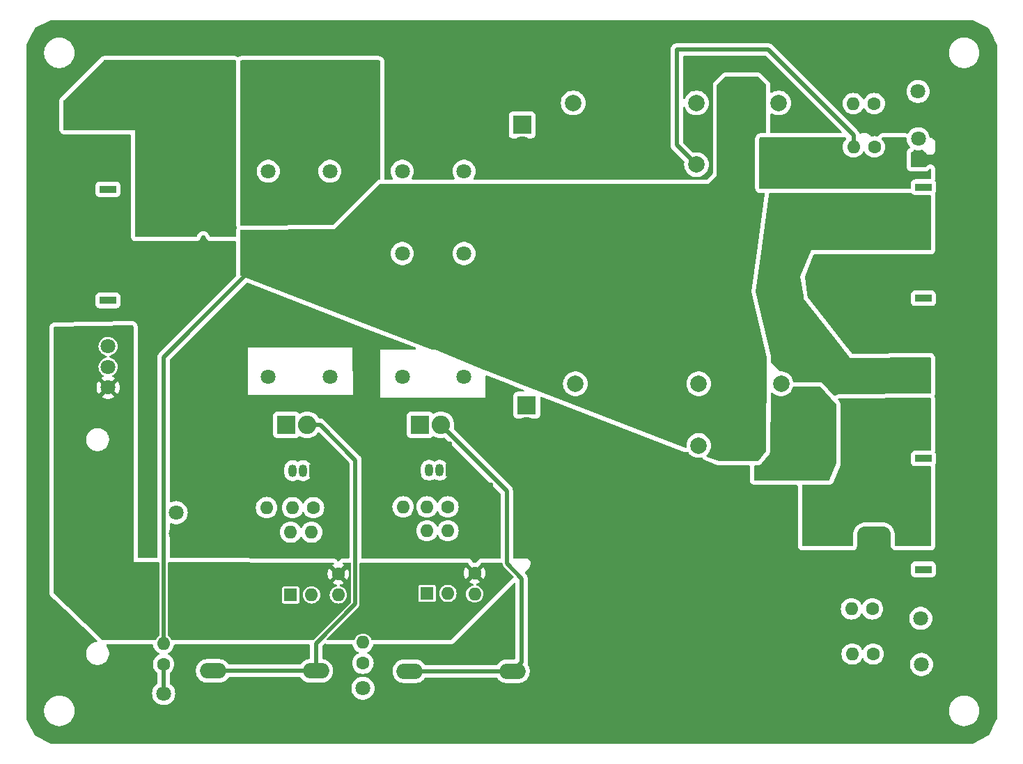
<source format=gbr>
%TF.GenerationSoftware,KiCad,Pcbnew,8.0.3*%
%TF.CreationDate,2024-07-10T23:14:42+09:00*%
%TF.ProjectId,power_24V,706f7765-725f-4323-9456-2e6b69636164,rev?*%
%TF.SameCoordinates,PX5d967f0PY416e000*%
%TF.FileFunction,Copper,L2,Bot*%
%TF.FilePolarity,Positive*%
%FSLAX46Y46*%
G04 Gerber Fmt 4.6, Leading zero omitted, Abs format (unit mm)*
G04 Created by KiCad (PCBNEW 8.0.3) date 2024-07-10 23:14:42*
%MOMM*%
%LPD*%
G01*
G04 APERTURE LIST*
G04 Aperture macros list*
%AMRoundRect*
0 Rectangle with rounded corners*
0 $1 Rounding radius*
0 $2 $3 $4 $5 $6 $7 $8 $9 X,Y pos of 4 corners*
0 Add a 4 corners polygon primitive as box body*
4,1,4,$2,$3,$4,$5,$6,$7,$8,$9,$2,$3,0*
0 Add four circle primitives for the rounded corners*
1,1,$1+$1,$2,$3*
1,1,$1+$1,$4,$5*
1,1,$1+$1,$6,$7*
1,1,$1+$1,$8,$9*
0 Add four rect primitives between the rounded corners*
20,1,$1+$1,$2,$3,$4,$5,0*
20,1,$1+$1,$4,$5,$6,$7,0*
20,1,$1+$1,$6,$7,$8,$9,0*
20,1,$1+$1,$8,$9,$2,$3,0*%
G04 Aperture macros list end*
%TA.AperFunction,ComponentPad*%
%ADD10C,1.600000*%
%TD*%
%TA.AperFunction,ComponentPad*%
%ADD11O,1.600000X1.600000*%
%TD*%
%TA.AperFunction,ComponentPad*%
%ADD12R,2.000000X0.900000*%
%TD*%
%TA.AperFunction,ComponentPad*%
%ADD13RoundRect,1.025000X-1.025000X1.025000X-1.025000X-1.025000X1.025000X-1.025000X1.025000X1.025000X0*%
%TD*%
%TA.AperFunction,ComponentPad*%
%ADD14C,4.100000*%
%TD*%
%TA.AperFunction,ComponentPad*%
%ADD15C,2.000000*%
%TD*%
%TA.AperFunction,ComponentPad*%
%ADD16R,2.000000X2.000000*%
%TD*%
%TA.AperFunction,ComponentPad*%
%ADD17R,2.240000X2.240000*%
%TD*%
%TA.AperFunction,ComponentPad*%
%ADD18O,2.240000X2.240000*%
%TD*%
%TA.AperFunction,ComponentPad*%
%ADD19O,3.200000X1.900000*%
%TD*%
%TA.AperFunction,ComponentPad*%
%ADD20R,1.800000X1.800000*%
%TD*%
%TA.AperFunction,ComponentPad*%
%ADD21C,1.800000*%
%TD*%
%TA.AperFunction,ComponentPad*%
%ADD22C,2.300000*%
%TD*%
%TA.AperFunction,ComponentPad*%
%ADD23R,1.050000X1.500000*%
%TD*%
%TA.AperFunction,ComponentPad*%
%ADD24O,1.050000X1.500000*%
%TD*%
%TA.AperFunction,ComponentPad*%
%ADD25C,1.803400*%
%TD*%
%TA.AperFunction,ComponentPad*%
%ADD26R,1.600000X1.600000*%
%TD*%
%TA.AperFunction,ComponentPad*%
%ADD27RoundRect,1.025000X1.025000X-1.025000X1.025000X1.025000X-1.025000X1.025000X-1.025000X-1.025000X0*%
%TD*%
%TA.AperFunction,ViaPad*%
%ADD28C,0.600000*%
%TD*%
%TA.AperFunction,Conductor*%
%ADD29C,0.500000*%
%TD*%
G04 APERTURE END LIST*
D10*
%TO.P,R7,1*%
%TO.N,Net-(D9-A)*%
X17680000Y-79323000D03*
D11*
%TO.P,R7,2*%
%TO.N,Relay_NomallyClosed*%
X17680000Y-76783000D03*
%TD*%
D12*
%TO.P,J1,*%
%TO.N,*%
X110050000Y-54300000D03*
X110050000Y-67800000D03*
D13*
%TO.P,J1,1,Pin_1*%
%TO.N,GND2*%
X104050000Y-64650000D03*
D14*
%TO.P,J1,2,Pin_2*%
%TO.N,Net-(D4-K)*%
X104050000Y-57450000D03*
%TD*%
D15*
%TO.P,K3,11*%
%TO.N,Relay_NomallyClosed*%
X87471000Y-18594000D03*
%TO.P,K3,12*%
%TO.N,VOUT2_OFF*%
X82471000Y-18594000D03*
%TO.P,K3,14*%
%TO.N,VOUT2*%
X92471000Y-18594000D03*
%TO.P,K3,21*%
%TO.N,Relay_NomallyClosed*%
X87471000Y-11094000D03*
%TO.P,K3,22*%
%TO.N,unconnected-(K3-Pad22)*%
X82471000Y-11094000D03*
%TO.P,K3,24*%
%TO.N,Relay_NomallyOpen*%
X92471000Y-11094000D03*
D16*
%TO.P,K3,A1*%
%TO.N,GND2*%
X67471000Y-18594000D03*
D15*
%TO.P,K3,A2*%
%TO.N,Relay_NomallyOpen*%
X67471000Y-11094000D03*
%TD*%
D17*
%TO.P,D2,1,K*%
%TO.N,VCC*%
X32594000Y-50230000D03*
D18*
%TO.P,D2,2,A*%
%TO.N,Net-(D2-A)*%
X35134000Y-50230000D03*
%TD*%
D10*
%TO.P,R3,1*%
%TO.N,GND2*%
X30200000Y-57755000D03*
D11*
%TO.P,R3,2*%
%TO.N,Net-(Q1-B)*%
X30200000Y-60295000D03*
%TD*%
D19*
%TO.P,SW1,1,1*%
%TO.N,Net-(D2-A)*%
X23695000Y-80137000D03*
X36195000Y-80137000D03*
%TO.P,SW1,2,2*%
%TO.N,GND2*%
X23695000Y-85137000D03*
X36195000Y-85137000D03*
%TD*%
D10*
%TO.P,R1,1*%
%TO.N,GND1*%
X38925000Y-68360000D03*
D11*
%TO.P,R1,2*%
%TO.N,Net-(R1-Pad2)*%
X38925000Y-70900000D03*
%TD*%
D10*
%TO.P,R9,1*%
%TO.N,Net-(D11-A)*%
X103854000Y-72600000D03*
D11*
%TO.P,R9,2*%
%TO.N,VOUT1*%
X101314000Y-72600000D03*
%TD*%
D15*
%TO.P,K1,11*%
%TO.N,Relay_NomallyClosed*%
X87742000Y-52738000D03*
%TO.P,K1,12*%
%TO.N,VOUT1_OFF*%
X82742000Y-52738000D03*
%TO.P,K1,14*%
%TO.N,VOUT1*%
X92742000Y-52738000D03*
%TO.P,K1,21*%
%TO.N,Relay_NomallyClosed*%
X87742000Y-45238000D03*
%TO.P,K1,22*%
%TO.N,unconnected-(K1-Pad22)*%
X82742000Y-45238000D03*
%TO.P,K1,24*%
%TO.N,Relay_NomallyOpen*%
X92742000Y-45238000D03*
D16*
%TO.P,K1,A1*%
%TO.N,GND2*%
X67742000Y-52738000D03*
D15*
%TO.P,K1,A2*%
%TO.N,Relay_NomallyOpen*%
X67742000Y-45238000D03*
%TD*%
D20*
%TO.P,D14,1,K*%
%TO.N,GND2*%
X109430000Y-18000000D03*
D21*
%TO.P,D14,2,A*%
%TO.N,Net-(D14-A)*%
X109430000Y-15460000D03*
%TD*%
D17*
%TO.P,D3,1,K*%
%TO.N,Relay_NomallyOpen*%
X61279000Y-13774000D03*
D18*
%TO.P,D3,2,A*%
%TO.N,GND2*%
X61279000Y-16314000D03*
%TD*%
D20*
%TO.P,D11,1,K*%
%TO.N,GND2*%
X109728000Y-71220000D03*
D21*
%TO.P,D11,2,A*%
%TO.N,Net-(D11-A)*%
X109728000Y-73760000D03*
%TD*%
D10*
%TO.P,R6,1*%
%TO.N,GND2*%
X46800000Y-57660000D03*
D11*
%TO.P,R6,2*%
%TO.N,Net-(Q2-B)*%
X46800000Y-60200000D03*
%TD*%
D22*
%TO.P,F1,1*%
%TO.N,VCC*%
X38886000Y-8382000D03*
X32186000Y-8382000D03*
%TO.P,F1,2*%
%TO.N,Net-(J4-Pin_2)*%
X23186000Y-8382000D03*
X16486000Y-8382000D03*
%TD*%
D10*
%TO.P,R2,1*%
%TO.N,Net-(R2-Pad1)*%
X35900000Y-60300000D03*
D11*
%TO.P,R2,2*%
%TO.N,Net-(Q1-B)*%
X33360000Y-60300000D03*
%TD*%
D21*
%TO.P,J5,1,Pin_1*%
%TO.N,VCC*%
X19200000Y-60900000D03*
%TO.P,J5,2,Pin_2*%
%TO.N,GND2*%
X19200000Y-63400000D03*
%TD*%
D23*
%TO.P,Q1,1,E*%
%TO.N,GND2*%
X35900000Y-55800000D03*
D24*
%TO.P,Q1,2,C*%
%TO.N,Net-(D2-A)*%
X34630000Y-55800000D03*
%TO.P,Q1,3,B*%
%TO.N,Net-(Q1-B)*%
X33360000Y-55800000D03*
%TD*%
D20*
%TO.P,D12,1,K*%
%TO.N,GND2*%
X109816500Y-76818000D03*
D21*
%TO.P,D12,2,A*%
%TO.N,Net-(D12-A)*%
X109816500Y-79358000D03*
%TD*%
D17*
%TO.P,D8,1,K*%
%TO.N,VCC*%
X48850000Y-50230000D03*
D18*
%TO.P,D8,2,A*%
%TO.N,Net-(D8-A)*%
X51390000Y-50230000D03*
%TD*%
D20*
%TO.P,D13,1,K*%
%TO.N,GND2*%
X109407000Y-12243000D03*
D21*
%TO.P,D13,2,A*%
%TO.N,Net-(D13-A)*%
X109407000Y-9703000D03*
%TD*%
D20*
%TO.P,D10,1,K*%
%TO.N,GND2*%
X41910000Y-84796000D03*
D21*
%TO.P,D10,2,A*%
%TO.N,Net-(D10-A)*%
X41910000Y-82256000D03*
%TD*%
D10*
%TO.P,R12,1*%
%TO.N,Net-(D14-A)*%
X104090000Y-16440000D03*
D11*
%TO.P,R12,2*%
%TO.N,VOUT2_OFF*%
X101550000Y-16440000D03*
%TD*%
D23*
%TO.P,Q2,1,E*%
%TO.N,GND2*%
X52500000Y-55750000D03*
D24*
%TO.P,Q2,2,C*%
%TO.N,Net-(D8-A)*%
X51230000Y-55750000D03*
%TO.P,Q2,3,B*%
%TO.N,Net-(Q2-B)*%
X49960000Y-55750000D03*
%TD*%
D17*
%TO.P,D1,1,K*%
%TO.N,Relay_NomallyOpen*%
X61834000Y-47826000D03*
D18*
%TO.P,D1,2,A*%
%TO.N,GND2*%
X61834000Y-50366000D03*
%TD*%
D21*
%TO.P,J3,1,Pin_1*%
%TO.N,START_SIGNAL*%
X10922000Y-40680000D03*
%TO.P,J3,2,Pin_2*%
%TO.N,STOP_SIGNAL*%
X10922000Y-43180000D03*
%TO.P,J3,3,Pin_3*%
%TO.N,GND1*%
X10922000Y-45680000D03*
%TD*%
D15*
%TO.P,J6,1,Pin_1*%
%TO.N,Net-(J4-Pin_2)*%
X8000000Y-11860000D03*
%TO.P,J6,2,Pin_2*%
%TO.N,GND2*%
X8000000Y-16940000D03*
%TD*%
D25*
%TO.P,K4,1,R*%
%TO.N,Net-(D8-A)*%
X54200000Y-44400000D03*
%TO.P,K4,2,NC*%
%TO.N,unconnected-(K4-NC-Pad2)*%
X54200000Y-29400000D03*
%TO.P,K4,3,C*%
%TO.N,Relay_NomallyClosed*%
X54200000Y-24399999D03*
%TO.P,K4,4,NO*%
%TO.N,Relay_NomallyOpen*%
X54200000Y-19399999D03*
%TO.P,K4,5,NO*%
X46700000Y-19399999D03*
%TO.P,K4,6,C*%
%TO.N,Relay_NomallyClosed*%
X46700000Y-24399999D03*
%TO.P,K4,7,NC*%
%TO.N,unconnected-(K4-NC-Pad7)*%
X46700000Y-29400000D03*
%TO.P,K4,8,R*%
%TO.N,VCC*%
X46700000Y-44400000D03*
%TD*%
D10*
%TO.P,R4,1*%
%TO.N,GND1*%
X55500000Y-68255000D03*
D11*
%TO.P,R4,2*%
%TO.N,Net-(R4-Pad2)*%
X55500000Y-70795000D03*
%TD*%
D26*
%TO.P,U2,1*%
%TO.N,START_SIGNAL*%
X49705000Y-70720000D03*
D11*
%TO.P,U2,2*%
%TO.N,Net-(R4-Pad2)*%
X52245000Y-70720000D03*
%TO.P,U2,3*%
%TO.N,Net-(R5-Pad1)*%
X52245000Y-63100000D03*
%TO.P,U2,4*%
%TO.N,VCC*%
X49705000Y-63100000D03*
%TD*%
D25*
%TO.P,K2,1,R*%
%TO.N,Net-(D2-A)*%
X37900000Y-44400000D03*
%TO.P,K2,2,NC*%
%TO.N,Relay_NomallyClosed*%
X37900000Y-29400000D03*
%TO.P,K2,3,C*%
%TO.N,VCC*%
X37900000Y-24399999D03*
%TO.P,K2,4,NO*%
%TO.N,unconnected-(K2-NO-Pad4)*%
X37900000Y-19399999D03*
%TO.P,K2,5,NO*%
%TO.N,unconnected-(K2-NO-Pad5)*%
X30400000Y-19399999D03*
%TO.P,K2,6,C*%
%TO.N,VCC*%
X30400000Y-24399999D03*
%TO.P,K2,7,NC*%
%TO.N,Relay_NomallyClosed*%
X30400000Y-29400000D03*
%TO.P,K2,8,R*%
%TO.N,VCC*%
X30400000Y-44400000D03*
%TD*%
D15*
%TO.P,J7,1,Pin_1*%
%TO.N,Net-(D4-K)*%
X108000000Y-49480000D03*
%TO.P,J7,2,Pin_2*%
%TO.N,Net-(D6-K)*%
X108000000Y-44440000D03*
%TO.P,J7,3,Pin_3*%
%TO.N,GND2*%
X108000000Y-39320000D03*
%TD*%
D19*
%TO.P,SW2,1,1*%
%TO.N,Net-(D8-A)*%
X47598000Y-80177000D03*
X60098000Y-80177000D03*
%TO.P,SW2,2,2*%
%TO.N,GND2*%
X47598000Y-85177000D03*
X60098000Y-85177000D03*
%TD*%
D10*
%TO.P,R10,1*%
%TO.N,Net-(D12-A)*%
X103942500Y-78088000D03*
D11*
%TO.P,R10,2*%
%TO.N,VOUT1_OFF*%
X101402500Y-78088000D03*
%TD*%
D26*
%TO.P,U1,1*%
%TO.N,STOP_SIGNAL*%
X33125000Y-70900000D03*
D11*
%TO.P,U1,2*%
%TO.N,Net-(R1-Pad2)*%
X35665000Y-70900000D03*
%TO.P,U1,3*%
%TO.N,Net-(R2-Pad1)*%
X35665000Y-63280000D03*
%TO.P,U1,4*%
%TO.N,VCC*%
X33125000Y-63280000D03*
%TD*%
D12*
%TO.P,J4,*%
%TO.N,*%
X10900000Y-35100000D03*
X10900000Y-21600000D03*
D27*
%TO.P,J4,1,Pin_1*%
%TO.N,GND2*%
X16900000Y-31950000D03*
D14*
%TO.P,J4,2,Pin_2*%
%TO.N,Net-(J4-Pin_2)*%
X16900000Y-24750000D03*
%TD*%
D12*
%TO.P,J2,*%
%TO.N,*%
X110050000Y-21329643D03*
X110050000Y-34829643D03*
D13*
%TO.P,J2,1,Pin_1*%
%TO.N,GND2*%
X104050000Y-31679643D03*
D14*
%TO.P,J2,2,Pin_2*%
%TO.N,Net-(D6-K)*%
X104050000Y-24479643D03*
%TD*%
D10*
%TO.P,R8,1*%
%TO.N,Net-(D10-A)*%
X41910000Y-79203000D03*
D11*
%TO.P,R8,2*%
%TO.N,Relay_NomallyOpen*%
X41910000Y-76663000D03*
%TD*%
D10*
%TO.P,R11,1*%
%TO.N,Net-(D13-A)*%
X104074000Y-11175000D03*
D11*
%TO.P,R11,2*%
%TO.N,VOUT2*%
X101534000Y-11175000D03*
%TD*%
D20*
%TO.P,D9,1,K*%
%TO.N,GND2*%
X17680000Y-85424000D03*
D21*
%TO.P,D9,2,A*%
%TO.N,Net-(D9-A)*%
X17680000Y-82884000D03*
%TD*%
D10*
%TO.P,R5,1*%
%TO.N,Net-(R5-Pad1)*%
X52245000Y-60200000D03*
D11*
%TO.P,R5,2*%
%TO.N,Net-(Q2-B)*%
X49705000Y-60200000D03*
%TD*%
D28*
%TO.N,VCC*%
X27500000Y-22500000D03*
X42500000Y-7500000D03*
X32500000Y-17500000D03*
X27500000Y-17500000D03*
X37500000Y-12500000D03*
X27500000Y-12500000D03*
X32500000Y-22500000D03*
X37500000Y-17500000D03*
X32500000Y-12500000D03*
X27500000Y-7500000D03*
X42500000Y-12500000D03*
X37500000Y-22500000D03*
X42500000Y-17500000D03*
%TO.N,GND2*%
X57500000Y-2500000D03*
X87500000Y-77500000D03*
X2500000Y-12500000D03*
X47500000Y-82500000D03*
X52500000Y-82500000D03*
X97500000Y-12500000D03*
X7500000Y-2500000D03*
X87500000Y-67500000D03*
X27500000Y-52500000D03*
X57500000Y-62500000D03*
X87500000Y-2500000D03*
X77500000Y-82500000D03*
X112500000Y-32500000D03*
X112500000Y-12500000D03*
X37500000Y-82500000D03*
X57500000Y-47500000D03*
X12520000Y-37240000D03*
X52500000Y-12500000D03*
X82500000Y-87500000D03*
X42500000Y-2500000D03*
X32500000Y-52500000D03*
X72500000Y-87500000D03*
X77500000Y-87500000D03*
X62500000Y-52500000D03*
X47500000Y-87500000D03*
X117500000Y-27500000D03*
X72500000Y-52500000D03*
X62500000Y-82500000D03*
X17500000Y-87500000D03*
X32500000Y-87500000D03*
X117500000Y-12500000D03*
X67500000Y-2500000D03*
X77500000Y-72500000D03*
X12500000Y-77500000D03*
X57500000Y-82500000D03*
X77500000Y-67500000D03*
X112500000Y-22500000D03*
X47500000Y-17500000D03*
X57500000Y-57500000D03*
X112500000Y-82500000D03*
X27500000Y-42500000D03*
X37500000Y-2500000D03*
X2500000Y-82500000D03*
X87500000Y-87500000D03*
X47500000Y-7500000D03*
X47500000Y-77500000D03*
X117500000Y-57500000D03*
X27500000Y-47500000D03*
X77500000Y-77500000D03*
X72500000Y-57500000D03*
X87500000Y-82500000D03*
X12500000Y-2500000D03*
X52500000Y-2500000D03*
X22500000Y-47500000D03*
X82500000Y-67500000D03*
X92500000Y-87500000D03*
X22500000Y-87500000D03*
X107500000Y-67500000D03*
X47500000Y-52500000D03*
X107500000Y-72500000D03*
X2741699Y-37357881D03*
X12500000Y-32500000D03*
X117500000Y-82500000D03*
X112500000Y-77500000D03*
X42500000Y-47500000D03*
X7500000Y-27500000D03*
X37500000Y-57500000D03*
X112500000Y-27500000D03*
X72500000Y-82500000D03*
X102500000Y-2500000D03*
X72500000Y-72500000D03*
X7500000Y-7500000D03*
X67500000Y-72500000D03*
X117500000Y-52500000D03*
X7500000Y-32500000D03*
X112500000Y-62500000D03*
X97500000Y-32500000D03*
X7500000Y-82500000D03*
X67500000Y-87500000D03*
X52500000Y-87500000D03*
X2500000Y-72500000D03*
X117500000Y-67500000D03*
X17500000Y-37320000D03*
X92500000Y-72500000D03*
X117500000Y-42500000D03*
X117500000Y-2500000D03*
X67500000Y-82500000D03*
X67500000Y-77500000D03*
X72500000Y-62500000D03*
X112500000Y-37500000D03*
X37500000Y-52500000D03*
X72500000Y-12500000D03*
X62500000Y-72500000D03*
X57500000Y-87500000D03*
X82500000Y-77500000D03*
X22500000Y-82500000D03*
X62500000Y-2500000D03*
X57500000Y-52500000D03*
X107500000Y-12500000D03*
X112500000Y-67500000D03*
X27500000Y-62500000D03*
X12500000Y-87500000D03*
X62500000Y-67500000D03*
X97500000Y-87500000D03*
X47500000Y-2500000D03*
X37500000Y-87500000D03*
X52500000Y-57500000D03*
X117500000Y-22500000D03*
X107500000Y-2500000D03*
X77500000Y-17500000D03*
X77500000Y-57500000D03*
X47500000Y-62500000D03*
X107500000Y-37500000D03*
X27500000Y-87500000D03*
X27500000Y-77500000D03*
X112500000Y-17500000D03*
X52500000Y-7500000D03*
X62500000Y-62500000D03*
X107500000Y-82500000D03*
X62500000Y-7500000D03*
X32500000Y-2500000D03*
X27500000Y-57500000D03*
X2500000Y-57500000D03*
X2500000Y-77500000D03*
X97500000Y-67500000D03*
X62500000Y-87500000D03*
X2500000Y-17500000D03*
X112500000Y-7500000D03*
X77500000Y-2500000D03*
X57500000Y-7500000D03*
X2500000Y-22500000D03*
X97500000Y-82500000D03*
X42500000Y-62500000D03*
X97500000Y-77500000D03*
X72500000Y-2500000D03*
X82500000Y-2500000D03*
X22500000Y-52500000D03*
X117500000Y-72500000D03*
X87500000Y-62500000D03*
X2500000Y-52500000D03*
X92500000Y-77500000D03*
X42500000Y-87500000D03*
X97500000Y-7500000D03*
X107500000Y-87500000D03*
X37500000Y-62500000D03*
X22500000Y-42500000D03*
X92500000Y-82500000D03*
X2500000Y-7500000D03*
X42500000Y-57500000D03*
X117500000Y-7500000D03*
X107500000Y-77500000D03*
X42500000Y-52500000D03*
X22500000Y-32500000D03*
X2500000Y-2500000D03*
X102500000Y-7500000D03*
X112500000Y-57500000D03*
X72500000Y-77500000D03*
X67500000Y-57500000D03*
X102500000Y-67500000D03*
X22500000Y-27500000D03*
X102500000Y-37500000D03*
X77500000Y-62500000D03*
X32500000Y-82500000D03*
X82500000Y-62500000D03*
X2500000Y-67500000D03*
X112500000Y-52500000D03*
X82500000Y-72500000D03*
X52500000Y-52500000D03*
X102500000Y-87500000D03*
X22500000Y-77500000D03*
X117500000Y-87500000D03*
X57500000Y-12500000D03*
X117500000Y-17500000D03*
X92500000Y-2500000D03*
X27500000Y-37500000D03*
X7500000Y-37330000D03*
X22500000Y-57500000D03*
X117500000Y-37500000D03*
X102500000Y-82500000D03*
X2500000Y-47500000D03*
X87500000Y-72500000D03*
X62500000Y-57500000D03*
X117500000Y-47500000D03*
X12500000Y-82500000D03*
X117500000Y-62500000D03*
X7500000Y-22500000D03*
X7500000Y-87500000D03*
X92500000Y-7500000D03*
X112500000Y-72500000D03*
X2500000Y-42500000D03*
X27500000Y-2500000D03*
X17500000Y-2500000D03*
X97500000Y-2500000D03*
X52500000Y-17500000D03*
X7500000Y-77500000D03*
X72500000Y-17500000D03*
X107500000Y-32500000D03*
X62500000Y-77500000D03*
X27500000Y-82500000D03*
X2500000Y-32500000D03*
X112500000Y-47500000D03*
X87500000Y-57500000D03*
X112500000Y-87500000D03*
X72500000Y-67500000D03*
X112500000Y-2500000D03*
X37500000Y-77500000D03*
X22500000Y-2500000D03*
X67500000Y-67500000D03*
X67500000Y-62500000D03*
X117500000Y-77500000D03*
X52500000Y-77500000D03*
X112500000Y-42500000D03*
X82500000Y-82500000D03*
X67500000Y-7500000D03*
X117500000Y-32500000D03*
X47500000Y-12500000D03*
X2500000Y-27500000D03*
X12500000Y-27500000D03*
X107500000Y-7500000D03*
X77500000Y-12500000D03*
X2500000Y-62500000D03*
X2500000Y-87500000D03*
%TO.N,Relay_NomallyClosed*%
X82500000Y-47500000D03*
X82500000Y-37500000D03*
X67500000Y-22500000D03*
X87500000Y-47500000D03*
X87500000Y-37500000D03*
X57500000Y-37500000D03*
X42500000Y-27500000D03*
X72500000Y-27500000D03*
X72500000Y-47500000D03*
X67500000Y-32500000D03*
X62500000Y-27500000D03*
X37500000Y-32500000D03*
X42500000Y-32500000D03*
X57500000Y-42500000D03*
X82500000Y-27500000D03*
X77500000Y-22500000D03*
X47500000Y-27500000D03*
X67500000Y-42500000D03*
X62500000Y-42500000D03*
X87500000Y-27500000D03*
X72500000Y-22500000D03*
X52500000Y-32500000D03*
X77500000Y-32500000D03*
X87500000Y-32500000D03*
X72500000Y-37500000D03*
X67500000Y-37500000D03*
X47500000Y-22500000D03*
X67500000Y-27500000D03*
X87500000Y-22500000D03*
X82500000Y-32500000D03*
X47500000Y-32500000D03*
X77500000Y-47500000D03*
X62500000Y-22500000D03*
X37500000Y-27500000D03*
X72500000Y-32500000D03*
X52500000Y-27500000D03*
X52500000Y-22500000D03*
X27500000Y-27500000D03*
X32500000Y-27500000D03*
X47500000Y-37500000D03*
X62500000Y-32500000D03*
X82500000Y-22500000D03*
X77500000Y-27500000D03*
X52500000Y-37500000D03*
X62500000Y-37500000D03*
X77500000Y-37500000D03*
%TO.N,GND1*%
X32500000Y-67500000D03*
X52500000Y-72500000D03*
X52500000Y-67500000D03*
X12500000Y-62500000D03*
X12500000Y-42500000D03*
X12500000Y-67500000D03*
X12500000Y-47500000D03*
X22500000Y-72500000D03*
X42500000Y-72500000D03*
X12500000Y-57500000D03*
X7500000Y-42500000D03*
X42500000Y-67500000D03*
X27500000Y-72500000D03*
X37500000Y-67500000D03*
X47500000Y-67500000D03*
X12500000Y-72500000D03*
X47500000Y-72500000D03*
X12500000Y-52500000D03*
X37500000Y-72500000D03*
X22500000Y-67500000D03*
X27500000Y-67500000D03*
%TO.N,Net-(D4-K)*%
X102500000Y-52500000D03*
X107500000Y-62500000D03*
X97500000Y-62500000D03*
X107500000Y-52500000D03*
X107500000Y-57500000D03*
X102500000Y-47500000D03*
%TO.N,VOUT1*%
X97500000Y-52500000D03*
X92500000Y-47500000D03*
X97500000Y-47500000D03*
%TO.N,Net-(D6-K)*%
X107500000Y-27500000D03*
X102500000Y-42500000D03*
X102500000Y-27500000D03*
X107500000Y-22500000D03*
X92500000Y-32500000D03*
X92500000Y-37500000D03*
X92500000Y-42500000D03*
X107500000Y-42500000D03*
X92500000Y-27500000D03*
X92500000Y-22500000D03*
X97500000Y-42500000D03*
%TO.N,VOUT2*%
X107500000Y-17500000D03*
X97500000Y-17500000D03*
%TO.N,Net-(J4-Pin_2)*%
X16900000Y-17500000D03*
X17500000Y-12500000D03*
X12500000Y-12500000D03*
X22500000Y-17500000D03*
X22500000Y-12500000D03*
X22500000Y-22500000D03*
X12500000Y-7500000D03*
%TD*%
D29*
%TO.N,Net-(D2-A)*%
X35134000Y-50230000D02*
X34630000Y-50734000D01*
X36195000Y-80137000D02*
X36195000Y-76805000D01*
X36717919Y-50230000D02*
X35134000Y-50230000D01*
X41000000Y-72000000D02*
X41000000Y-54512081D01*
X36195000Y-76805000D02*
X41000000Y-72000000D01*
X41000000Y-54512081D02*
X36717919Y-50230000D01*
X23695000Y-80137000D02*
X36195000Y-80137000D01*
%TO.N,GND2*%
X60098000Y-85177000D02*
X47598000Y-85177000D01*
X41910000Y-84796000D02*
X36536000Y-84796000D01*
X60098000Y-85177000D02*
X61635000Y-85177000D01*
X23695000Y-85137000D02*
X36195000Y-85137000D01*
X17680000Y-85424000D02*
X23408000Y-85424000D01*
X47598000Y-85177000D02*
X42291000Y-85177000D01*
X61635000Y-85177000D02*
X67310000Y-79502000D01*
X42291000Y-85177000D02*
X41910000Y-84796000D01*
X23408000Y-85424000D02*
X23695000Y-85137000D01*
X36536000Y-84796000D02*
X36195000Y-85137000D01*
%TO.N,Net-(D9-A)*%
X17680000Y-79323000D02*
X17680000Y-82884000D01*
%TO.N,Relay_NomallyClosed*%
X17680000Y-76783000D02*
X17680000Y-42008000D01*
X17680000Y-42008000D02*
X30420000Y-29268000D01*
%TO.N,Net-(D8-A)*%
X61301000Y-80177000D02*
X60098000Y-80177000D01*
X60098000Y-80177000D02*
X61200000Y-79075000D01*
X61200000Y-68902000D02*
X59400000Y-67102000D01*
X47598000Y-80177000D02*
X60098000Y-80177000D01*
X61200000Y-79075000D02*
X61200000Y-68902000D01*
X59400000Y-58240000D02*
X51390000Y-50230000D01*
X59400000Y-67102000D02*
X59400000Y-58240000D01*
%TO.N,VOUT2_OFF*%
X101380000Y-16270000D02*
X101550000Y-16440000D01*
X80075000Y-16198000D02*
X82471000Y-18594000D01*
X91200000Y-4625000D02*
X80075000Y-4625000D01*
X101550000Y-14975000D02*
X91200000Y-4625000D01*
X101550000Y-16440000D02*
X101550000Y-14975000D01*
X80075000Y-4625000D02*
X80075000Y-16198000D01*
%TD*%
%TA.AperFunction,Conductor*%
%TO.N,GND2*%
G36*
X116026182Y-1013091D02*
G01*
X117963030Y-1981515D01*
X118014189Y-2029102D01*
X118018485Y-2036970D01*
X118590581Y-3181161D01*
X118621974Y-3243947D01*
X118668389Y-3336777D01*
X118729034Y-3458067D01*
X118802867Y-3605733D01*
X118951672Y-3903343D01*
X118979957Y-3959913D01*
X118979960Y-3959919D01*
X118984855Y-3969709D01*
X118986909Y-3973818D01*
X119000000Y-4029272D01*
X119000000Y-85970728D01*
X118986909Y-86026182D01*
X118984854Y-86030293D01*
X118888629Y-86222743D01*
X118018485Y-87963030D01*
X117970898Y-88014189D01*
X117963030Y-88018485D01*
X116026182Y-88986909D01*
X115970728Y-89000000D01*
X4029272Y-89000000D01*
X3973818Y-88986909D01*
X2036970Y-88018485D01*
X1985811Y-87970898D01*
X1981515Y-87963030D01*
X1111372Y-86222743D01*
X1015147Y-86030293D01*
X1013091Y-86026182D01*
X1000000Y-85970728D01*
X1000000Y-84878711D01*
X3149500Y-84878711D01*
X3149500Y-85121288D01*
X3181161Y-85361785D01*
X3243947Y-85596104D01*
X3336773Y-85820205D01*
X3336776Y-85820212D01*
X3458064Y-86030289D01*
X3458066Y-86030292D01*
X3458067Y-86030293D01*
X3605733Y-86222736D01*
X3605739Y-86222743D01*
X3777256Y-86394260D01*
X3777262Y-86394265D01*
X3969711Y-86541936D01*
X4179788Y-86663224D01*
X4403900Y-86756054D01*
X4638211Y-86818838D01*
X4818586Y-86842584D01*
X4878711Y-86850500D01*
X4878712Y-86850500D01*
X5121289Y-86850500D01*
X5169388Y-86844167D01*
X5361789Y-86818838D01*
X5596100Y-86756054D01*
X5820212Y-86663224D01*
X6030289Y-86541936D01*
X6222738Y-86394265D01*
X6394265Y-86222738D01*
X6541936Y-86030289D01*
X6663224Y-85820212D01*
X6756054Y-85596100D01*
X6818838Y-85361789D01*
X6850500Y-85121288D01*
X6850500Y-84878712D01*
X6850500Y-84878711D01*
X113149500Y-84878711D01*
X113149500Y-85121288D01*
X113181161Y-85361785D01*
X113243947Y-85596104D01*
X113336773Y-85820205D01*
X113336776Y-85820212D01*
X113458064Y-86030289D01*
X113458066Y-86030292D01*
X113458067Y-86030293D01*
X113605733Y-86222736D01*
X113605739Y-86222743D01*
X113777256Y-86394260D01*
X113777262Y-86394265D01*
X113969711Y-86541936D01*
X114179788Y-86663224D01*
X114403900Y-86756054D01*
X114638211Y-86818838D01*
X114818586Y-86842584D01*
X114878711Y-86850500D01*
X114878712Y-86850500D01*
X115121289Y-86850500D01*
X115169388Y-86844167D01*
X115361789Y-86818838D01*
X115596100Y-86756054D01*
X115820212Y-86663224D01*
X116030289Y-86541936D01*
X116222738Y-86394265D01*
X116394265Y-86222738D01*
X116541936Y-86030289D01*
X116663224Y-85820212D01*
X116756054Y-85596100D01*
X116818838Y-85361789D01*
X116850500Y-85121288D01*
X116850500Y-84878712D01*
X116818838Y-84638211D01*
X116756054Y-84403900D01*
X116663224Y-84179788D01*
X116541936Y-83969711D01*
X116394265Y-83777262D01*
X116394260Y-83777256D01*
X116222743Y-83605739D01*
X116222736Y-83605733D01*
X116030293Y-83458067D01*
X116030292Y-83458066D01*
X116030289Y-83458064D01*
X115820212Y-83336776D01*
X115707087Y-83289918D01*
X115596104Y-83243947D01*
X115361785Y-83181161D01*
X115121289Y-83149500D01*
X115121288Y-83149500D01*
X114878712Y-83149500D01*
X114878711Y-83149500D01*
X114638214Y-83181161D01*
X114403895Y-83243947D01*
X114179794Y-83336773D01*
X114179785Y-83336777D01*
X113969706Y-83458067D01*
X113777263Y-83605733D01*
X113777256Y-83605739D01*
X113605739Y-83777256D01*
X113605733Y-83777263D01*
X113458067Y-83969706D01*
X113336777Y-84179785D01*
X113336773Y-84179794D01*
X113243947Y-84403895D01*
X113181161Y-84638214D01*
X113149500Y-84878711D01*
X6850500Y-84878711D01*
X6818838Y-84638211D01*
X6756054Y-84403900D01*
X6663224Y-84179788D01*
X6541936Y-83969711D01*
X6394265Y-83777262D01*
X6394260Y-83777256D01*
X6222743Y-83605739D01*
X6222736Y-83605733D01*
X6030293Y-83458067D01*
X6030292Y-83458066D01*
X6030289Y-83458064D01*
X5820212Y-83336776D01*
X5707087Y-83289918D01*
X5596104Y-83243947D01*
X5361785Y-83181161D01*
X5121289Y-83149500D01*
X5121288Y-83149500D01*
X4878712Y-83149500D01*
X4878711Y-83149500D01*
X4638214Y-83181161D01*
X4403895Y-83243947D01*
X4179794Y-83336773D01*
X4179785Y-83336777D01*
X3969706Y-83458067D01*
X3777263Y-83605733D01*
X3777256Y-83605739D01*
X3605739Y-83777256D01*
X3605733Y-83777263D01*
X3458067Y-83969706D01*
X3336777Y-84179785D01*
X3336773Y-84179794D01*
X3243947Y-84403895D01*
X3181161Y-84638214D01*
X3149500Y-84878711D01*
X1000000Y-84878711D01*
X1000000Y-38421974D01*
X3794500Y-38421974D01*
X3794500Y-70646785D01*
X3798129Y-70707238D01*
X3801678Y-70736687D01*
X3801679Y-70736695D01*
X3812516Y-70796292D01*
X3812516Y-70796293D01*
X3866240Y-70929777D01*
X3901285Y-70990220D01*
X3990430Y-71103151D01*
X4274754Y-71373258D01*
X4350272Y-71445000D01*
X5043852Y-72103901D01*
X5643749Y-72673803D01*
X7875448Y-74793918D01*
X9582062Y-76415201D01*
X9617108Y-76475646D01*
X9613911Y-76545442D01*
X9573487Y-76602431D01*
X9516055Y-76627574D01*
X9324047Y-76657985D01*
X9114396Y-76726103D01*
X9114393Y-76726104D01*
X8917974Y-76826187D01*
X8739641Y-76955752D01*
X8739636Y-76955756D01*
X8583756Y-77111636D01*
X8583752Y-77111641D01*
X8454187Y-77289974D01*
X8354104Y-77486393D01*
X8354103Y-77486396D01*
X8285985Y-77696047D01*
X8270539Y-77793568D01*
X8251500Y-77913778D01*
X8251500Y-78134222D01*
X8260720Y-78192432D01*
X8285985Y-78351952D01*
X8354103Y-78561603D01*
X8354104Y-78561606D01*
X8409471Y-78670267D01*
X8453415Y-78756511D01*
X8454187Y-78758025D01*
X8583752Y-78936358D01*
X8583756Y-78936363D01*
X8739636Y-79092243D01*
X8739641Y-79092247D01*
X8787065Y-79126702D01*
X8917978Y-79221815D01*
X9002452Y-79264857D01*
X9114393Y-79321895D01*
X9114396Y-79321896D01*
X9219221Y-79355955D01*
X9324049Y-79390015D01*
X9541778Y-79424500D01*
X9541779Y-79424500D01*
X9762221Y-79424500D01*
X9762222Y-79424500D01*
X9979951Y-79390015D01*
X10189606Y-79321895D01*
X10386022Y-79221815D01*
X10564365Y-79092242D01*
X10720242Y-78936365D01*
X10849815Y-78758022D01*
X10949895Y-78561606D01*
X11018015Y-78351951D01*
X11052500Y-78134222D01*
X11052500Y-77913778D01*
X11018015Y-77696049D01*
X10968823Y-77544650D01*
X10949896Y-77486396D01*
X10949895Y-77486393D01*
X10862937Y-77315732D01*
X10849815Y-77289978D01*
X10720242Y-77111635D01*
X10720236Y-77111629D01*
X10718877Y-77110037D01*
X10718546Y-77109300D01*
X10717379Y-77107693D01*
X10717716Y-77107447D01*
X10690303Y-77046277D01*
X10700736Y-76977191D01*
X10746864Y-76924712D01*
X10813163Y-76905500D01*
X16271945Y-76905500D01*
X16338984Y-76925185D01*
X16384739Y-76977989D01*
X16394062Y-77007970D01*
X16394366Y-77009697D01*
X16453258Y-77229488D01*
X16453261Y-77229497D01*
X16549431Y-77435732D01*
X16549432Y-77435734D01*
X16679954Y-77622141D01*
X16840858Y-77783045D01*
X16869296Y-77802957D01*
X17027266Y-77913568D01*
X17085275Y-77940618D01*
X17137714Y-77986791D01*
X17156866Y-78053984D01*
X17136650Y-78120865D01*
X17085275Y-78165382D01*
X17027267Y-78192431D01*
X17027265Y-78192432D01*
X16840858Y-78322954D01*
X16679954Y-78483858D01*
X16549432Y-78670265D01*
X16549431Y-78670267D01*
X16453261Y-78876502D01*
X16453258Y-78876511D01*
X16394366Y-79096302D01*
X16394364Y-79096313D01*
X16374532Y-79322998D01*
X16374532Y-79323001D01*
X16394364Y-79549686D01*
X16394366Y-79549697D01*
X16453258Y-79769488D01*
X16453261Y-79769497D01*
X16549431Y-79975732D01*
X16549432Y-79975734D01*
X16679954Y-80162141D01*
X16840859Y-80323046D01*
X16876621Y-80348086D01*
X16920247Y-80402662D01*
X16929500Y-80449662D01*
X16929500Y-81632801D01*
X16909815Y-81699840D01*
X16881663Y-81730654D01*
X16728218Y-81850085D01*
X16571016Y-82020852D01*
X16444075Y-82215151D01*
X16350842Y-82427699D01*
X16293866Y-82652691D01*
X16293864Y-82652702D01*
X16274700Y-82883993D01*
X16274700Y-82884006D01*
X16293864Y-83115297D01*
X16293866Y-83115308D01*
X16350842Y-83340300D01*
X16444075Y-83552848D01*
X16571016Y-83747147D01*
X16571019Y-83747151D01*
X16571021Y-83747153D01*
X16728216Y-83917913D01*
X16728219Y-83917915D01*
X16728222Y-83917918D01*
X16911365Y-84060464D01*
X16911371Y-84060468D01*
X16911374Y-84060470D01*
X17115497Y-84170936D01*
X17229487Y-84210068D01*
X17335015Y-84246297D01*
X17335017Y-84246297D01*
X17335019Y-84246298D01*
X17563951Y-84284500D01*
X17563952Y-84284500D01*
X17796048Y-84284500D01*
X17796049Y-84284500D01*
X18024981Y-84246298D01*
X18244503Y-84170936D01*
X18448626Y-84060470D01*
X18631784Y-83917913D01*
X18788979Y-83747153D01*
X18915924Y-83552849D01*
X19009157Y-83340300D01*
X19066134Y-83115305D01*
X19066135Y-83115297D01*
X19085300Y-82884006D01*
X19085300Y-82883993D01*
X19066135Y-82652702D01*
X19066133Y-82652691D01*
X19009157Y-82427699D01*
X18933839Y-82255993D01*
X40504700Y-82255993D01*
X40504700Y-82256006D01*
X40523864Y-82487297D01*
X40523866Y-82487308D01*
X40580842Y-82712300D01*
X40674075Y-82924848D01*
X40801016Y-83119147D01*
X40801019Y-83119151D01*
X40801021Y-83119153D01*
X40958216Y-83289913D01*
X40958219Y-83289915D01*
X40958222Y-83289918D01*
X41141365Y-83432464D01*
X41141371Y-83432468D01*
X41141374Y-83432470D01*
X41345497Y-83542936D01*
X41374373Y-83552849D01*
X41565015Y-83618297D01*
X41565017Y-83618297D01*
X41565019Y-83618298D01*
X41793951Y-83656500D01*
X41793952Y-83656500D01*
X42026048Y-83656500D01*
X42026049Y-83656500D01*
X42254981Y-83618298D01*
X42474503Y-83542936D01*
X42678626Y-83432470D01*
X42861784Y-83289913D01*
X43018979Y-83119153D01*
X43145924Y-82924849D01*
X43239157Y-82712300D01*
X43296134Y-82487305D01*
X43315300Y-82256000D01*
X43315300Y-82255993D01*
X43296135Y-82024702D01*
X43296133Y-82024691D01*
X43239157Y-81799699D01*
X43145924Y-81587151D01*
X43018983Y-81392852D01*
X43018980Y-81392849D01*
X43018979Y-81392847D01*
X42861784Y-81222087D01*
X42861779Y-81222083D01*
X42861777Y-81222081D01*
X42678634Y-81079535D01*
X42678628Y-81079531D01*
X42474504Y-80969064D01*
X42474495Y-80969061D01*
X42254984Y-80893702D01*
X42083282Y-80865050D01*
X42026049Y-80855500D01*
X41793951Y-80855500D01*
X41748164Y-80863140D01*
X41565015Y-80893702D01*
X41345504Y-80969061D01*
X41345495Y-80969064D01*
X41141371Y-81079531D01*
X41141365Y-81079535D01*
X40958222Y-81222081D01*
X40958219Y-81222084D01*
X40958216Y-81222086D01*
X40958216Y-81222087D01*
X40901795Y-81283377D01*
X40801016Y-81392852D01*
X40674075Y-81587151D01*
X40580842Y-81799699D01*
X40523866Y-82024691D01*
X40523864Y-82024702D01*
X40504700Y-82255993D01*
X18933839Y-82255993D01*
X18915924Y-82215151D01*
X18788983Y-82020852D01*
X18788980Y-82020849D01*
X18788979Y-82020847D01*
X18631784Y-81850087D01*
X18567045Y-81799699D01*
X18478337Y-81730654D01*
X18437524Y-81673944D01*
X18430500Y-81632801D01*
X18430500Y-80449662D01*
X18450185Y-80382623D01*
X18483379Y-80348086D01*
X18504113Y-80333568D01*
X18519139Y-80323047D01*
X18680047Y-80162139D01*
X18810568Y-79975734D01*
X18906739Y-79769496D01*
X18965635Y-79549692D01*
X18985468Y-79323000D01*
X18985371Y-79321896D01*
X18970238Y-79148920D01*
X18965635Y-79096308D01*
X18906739Y-78876504D01*
X18810568Y-78670266D01*
X18680047Y-78483861D01*
X18680045Y-78483858D01*
X18519141Y-78322954D01*
X18332734Y-78192432D01*
X18332728Y-78192429D01*
X18274725Y-78165382D01*
X18222285Y-78119210D01*
X18203133Y-78052017D01*
X18223348Y-77985135D01*
X18274725Y-77940618D01*
X18332734Y-77913568D01*
X18519139Y-77783047D01*
X18680047Y-77622139D01*
X18810568Y-77435734D01*
X18906739Y-77229496D01*
X18965635Y-77009692D01*
X18965636Y-77009679D01*
X18965938Y-77007970D01*
X18966282Y-77007274D01*
X18967036Y-77004463D01*
X18967601Y-77004614D01*
X18996964Y-76945367D01*
X19056910Y-76909475D01*
X19088055Y-76905500D01*
X35320500Y-76905500D01*
X35387539Y-76925185D01*
X35433294Y-76977989D01*
X35444500Y-77029500D01*
X35444500Y-78578430D01*
X35424815Y-78645469D01*
X35372011Y-78691224D01*
X35339899Y-78700903D01*
X35205338Y-78722216D01*
X34988196Y-78792770D01*
X34784771Y-78896421D01*
X34600061Y-79030622D01*
X34438622Y-79192061D01*
X34334490Y-79335386D01*
X34279159Y-79378051D01*
X34234172Y-79386500D01*
X25655828Y-79386500D01*
X25588789Y-79366815D01*
X25555510Y-79335386D01*
X25546511Y-79323000D01*
X25451379Y-79192063D01*
X25289937Y-79030621D01*
X25105228Y-78896421D01*
X24901803Y-78792770D01*
X24684660Y-78722215D01*
X24459162Y-78686500D01*
X24459157Y-78686500D01*
X22930843Y-78686500D01*
X22930838Y-78686500D01*
X22705339Y-78722215D01*
X22488196Y-78792770D01*
X22284771Y-78896421D01*
X22100061Y-79030622D01*
X21938622Y-79192061D01*
X21804421Y-79376771D01*
X21700770Y-79580196D01*
X21630215Y-79797339D01*
X21594500Y-80022837D01*
X21594500Y-80251162D01*
X21630215Y-80476660D01*
X21700770Y-80693803D01*
X21799464Y-80887500D01*
X21804421Y-80897228D01*
X21938621Y-81081937D01*
X22100063Y-81243379D01*
X22284772Y-81377579D01*
X22363275Y-81417578D01*
X22488196Y-81481229D01*
X22488198Y-81481229D01*
X22488201Y-81481231D01*
X22604592Y-81519049D01*
X22705339Y-81551784D01*
X22930838Y-81587500D01*
X22930843Y-81587500D01*
X24459162Y-81587500D01*
X24684660Y-81551784D01*
X24901799Y-81481231D01*
X25105228Y-81377579D01*
X25289937Y-81243379D01*
X25451379Y-81081937D01*
X25555510Y-80938613D01*
X25610841Y-80895949D01*
X25655828Y-80887500D01*
X34234172Y-80887500D01*
X34301211Y-80907185D01*
X34334489Y-80938613D01*
X34438621Y-81081937D01*
X34600063Y-81243379D01*
X34784772Y-81377579D01*
X34863275Y-81417578D01*
X34988196Y-81481229D01*
X34988198Y-81481229D01*
X34988201Y-81481231D01*
X35104592Y-81519049D01*
X35205339Y-81551784D01*
X35430838Y-81587500D01*
X35430843Y-81587500D01*
X36959162Y-81587500D01*
X37184660Y-81551784D01*
X37401799Y-81481231D01*
X37605228Y-81377579D01*
X37789937Y-81243379D01*
X37951379Y-81081937D01*
X38085579Y-80897228D01*
X38189231Y-80693799D01*
X38259784Y-80476660D01*
X38273206Y-80391918D01*
X38295500Y-80251162D01*
X38295500Y-80022837D01*
X38259784Y-79797339D01*
X38189229Y-79580196D01*
X38134550Y-79472884D01*
X38085579Y-79376772D01*
X37951379Y-79192063D01*
X37789937Y-79030621D01*
X37605228Y-78896421D01*
X37401803Y-78792770D01*
X37184661Y-78722216D01*
X37050101Y-78700903D01*
X36986967Y-78670973D01*
X36950036Y-78611662D01*
X36945500Y-78578430D01*
X36945500Y-77167229D01*
X36965185Y-77100190D01*
X36981819Y-77079548D01*
X37084176Y-76977191D01*
X37198384Y-76862982D01*
X37259705Y-76829499D01*
X37329396Y-76834483D01*
X37337569Y-76837869D01*
X37374058Y-76854533D01*
X37392562Y-76862984D01*
X37397717Y-76865338D01*
X37464756Y-76885023D01*
X37464760Y-76885024D01*
X37607176Y-76905500D01*
X40533452Y-76905500D01*
X40600491Y-76925185D01*
X40646246Y-76977989D01*
X40653227Y-76997407D01*
X40683258Y-77109488D01*
X40683261Y-77109497D01*
X40779431Y-77315732D01*
X40779432Y-77315734D01*
X40909954Y-77502141D01*
X41070858Y-77663045D01*
X41070861Y-77663047D01*
X41257266Y-77793568D01*
X41277401Y-77802957D01*
X41315275Y-77820618D01*
X41367714Y-77866791D01*
X41386866Y-77933984D01*
X41366650Y-78000865D01*
X41315275Y-78045382D01*
X41257267Y-78072431D01*
X41257265Y-78072432D01*
X41070858Y-78202954D01*
X40909954Y-78363858D01*
X40779432Y-78550265D01*
X40779431Y-78550267D01*
X40683261Y-78756502D01*
X40683258Y-78756511D01*
X40624366Y-78976302D01*
X40624364Y-78976313D01*
X40604532Y-79202998D01*
X40604532Y-79203001D01*
X40624364Y-79429686D01*
X40624366Y-79429697D01*
X40683258Y-79649488D01*
X40683261Y-79649497D01*
X40779431Y-79855732D01*
X40779432Y-79855734D01*
X40909954Y-80042141D01*
X41070858Y-80203045D01*
X41070861Y-80203047D01*
X41257266Y-80333568D01*
X41463504Y-80429739D01*
X41683308Y-80488635D01*
X41845230Y-80502801D01*
X41909998Y-80508468D01*
X41910000Y-80508468D01*
X41910002Y-80508468D01*
X41966673Y-80503509D01*
X42136692Y-80488635D01*
X42356496Y-80429739D01*
X42562734Y-80333568D01*
X42749139Y-80203047D01*
X42910047Y-80042139D01*
X43040568Y-79855734D01*
X43136739Y-79649496D01*
X43195635Y-79429692D01*
X43215468Y-79203000D01*
X43195635Y-78976308D01*
X43136739Y-78756504D01*
X43040568Y-78550266D01*
X42910047Y-78363861D01*
X42910045Y-78363858D01*
X42749141Y-78202954D01*
X42562734Y-78072432D01*
X42562728Y-78072429D01*
X42504725Y-78045382D01*
X42452285Y-77999210D01*
X42433133Y-77932017D01*
X42453348Y-77865135D01*
X42504725Y-77820618D01*
X42562734Y-77793568D01*
X42749139Y-77663047D01*
X42910047Y-77502139D01*
X43040568Y-77315734D01*
X43136739Y-77109496D01*
X43166773Y-76997407D01*
X43203138Y-76937746D01*
X43265985Y-76907217D01*
X43286548Y-76905500D01*
X52548596Y-76905500D01*
X52548606Y-76905500D01*
X52602747Y-76902592D01*
X52629157Y-76899747D01*
X52682677Y-76891057D01*
X52751551Y-76865335D01*
X52817462Y-76840720D01*
X52817462Y-76840719D01*
X52817464Y-76840719D01*
X52876806Y-76808283D01*
X52878290Y-76807506D01*
X52878765Y-76807212D01*
X52878773Y-76807208D01*
X52878775Y-76807207D01*
X52993920Y-76720934D01*
X60237782Y-69470885D01*
X60299090Y-69437375D01*
X60368784Y-69442330D01*
X60424735Y-69484177D01*
X60449180Y-69549631D01*
X60449500Y-69558530D01*
X60449500Y-78602500D01*
X60429815Y-78669539D01*
X60377011Y-78715294D01*
X60325500Y-78726500D01*
X59333838Y-78726500D01*
X59108339Y-78762215D01*
X58891196Y-78832770D01*
X58687771Y-78936421D01*
X58503061Y-79070622D01*
X58341622Y-79232061D01*
X58237490Y-79375386D01*
X58182159Y-79418051D01*
X58137172Y-79426500D01*
X49558828Y-79426500D01*
X49491789Y-79406815D01*
X49458510Y-79375386D01*
X49452283Y-79366815D01*
X49354379Y-79232063D01*
X49192937Y-79070621D01*
X49008228Y-78936421D01*
X48990011Y-78927139D01*
X48804803Y-78832770D01*
X48587660Y-78762215D01*
X48362162Y-78726500D01*
X48362157Y-78726500D01*
X46833843Y-78726500D01*
X46833838Y-78726500D01*
X46608339Y-78762215D01*
X46391196Y-78832770D01*
X46187771Y-78936421D01*
X46003061Y-79070622D01*
X45841622Y-79232061D01*
X45707421Y-79416771D01*
X45603770Y-79620196D01*
X45533215Y-79837339D01*
X45497500Y-80062837D01*
X45497500Y-80291162D01*
X45533215Y-80516660D01*
X45603770Y-80733803D01*
X45682083Y-80887500D01*
X45707421Y-80937228D01*
X45841621Y-81121937D01*
X46003063Y-81283379D01*
X46187772Y-81417579D01*
X46283884Y-81466550D01*
X46391196Y-81521229D01*
X46391198Y-81521229D01*
X46391201Y-81521231D01*
X46485233Y-81551784D01*
X46608339Y-81591784D01*
X46833838Y-81627500D01*
X46833843Y-81627500D01*
X48362162Y-81627500D01*
X48587660Y-81591784D01*
X48601919Y-81587151D01*
X48804799Y-81521231D01*
X49008228Y-81417579D01*
X49192937Y-81283379D01*
X49354379Y-81121937D01*
X49458510Y-80978613D01*
X49513841Y-80935949D01*
X49558828Y-80927500D01*
X58137172Y-80927500D01*
X58204211Y-80947185D01*
X58237489Y-80978613D01*
X58341621Y-81121937D01*
X58503063Y-81283379D01*
X58687772Y-81417579D01*
X58783884Y-81466550D01*
X58891196Y-81521229D01*
X58891198Y-81521229D01*
X58891201Y-81521231D01*
X58985233Y-81551784D01*
X59108339Y-81591784D01*
X59333838Y-81627500D01*
X59333843Y-81627500D01*
X60862162Y-81627500D01*
X61087660Y-81591784D01*
X61101919Y-81587151D01*
X61304799Y-81521231D01*
X61508228Y-81417579D01*
X61692937Y-81283379D01*
X61854379Y-81121937D01*
X61988579Y-80937228D01*
X62092231Y-80733799D01*
X62162784Y-80516660D01*
X62198500Y-80291162D01*
X62198500Y-80062837D01*
X62162784Y-79837339D01*
X62101750Y-79649497D01*
X62092231Y-79620201D01*
X62092229Y-79620198D01*
X62092229Y-79620196D01*
X62041291Y-79520226D01*
X61988579Y-79416772D01*
X61959517Y-79376772D01*
X61948737Y-79361934D01*
X61925257Y-79296127D01*
X61927438Y-79264857D01*
X61950500Y-79148920D01*
X61950500Y-78087998D01*
X100097032Y-78087998D01*
X100097032Y-78088001D01*
X100116864Y-78314686D01*
X100116866Y-78314697D01*
X100175758Y-78534488D01*
X100175761Y-78534497D01*
X100271931Y-78740732D01*
X100271932Y-78740734D01*
X100402454Y-78927141D01*
X100563358Y-79088045D01*
X100569359Y-79092247D01*
X100749766Y-79218568D01*
X100956004Y-79314739D01*
X100956009Y-79314740D01*
X100956011Y-79314741D01*
X100986838Y-79323001D01*
X101175808Y-79373635D01*
X101337730Y-79387801D01*
X101402498Y-79393468D01*
X101402500Y-79393468D01*
X101402502Y-79393468D01*
X101459173Y-79388509D01*
X101629192Y-79373635D01*
X101848996Y-79314739D01*
X102055234Y-79218568D01*
X102241639Y-79088047D01*
X102402547Y-78927139D01*
X102533068Y-78740734D01*
X102560118Y-78682724D01*
X102606290Y-78630285D01*
X102673483Y-78611133D01*
X102740365Y-78631348D01*
X102784882Y-78682725D01*
X102811929Y-78740728D01*
X102811932Y-78740734D01*
X102942454Y-78927141D01*
X103103358Y-79088045D01*
X103109359Y-79092247D01*
X103289766Y-79218568D01*
X103496004Y-79314739D01*
X103496009Y-79314740D01*
X103496011Y-79314741D01*
X103526838Y-79323001D01*
X103715808Y-79373635D01*
X103877730Y-79387801D01*
X103942498Y-79393468D01*
X103942500Y-79393468D01*
X103942502Y-79393468D01*
X103999173Y-79388509D01*
X104169192Y-79373635D01*
X104227569Y-79357993D01*
X108411200Y-79357993D01*
X108411200Y-79358006D01*
X108430364Y-79589297D01*
X108430366Y-79589308D01*
X108487342Y-79814300D01*
X108580575Y-80026848D01*
X108707516Y-80221147D01*
X108707519Y-80221151D01*
X108707521Y-80221153D01*
X108864716Y-80391913D01*
X108864719Y-80391915D01*
X108864722Y-80391918D01*
X109047865Y-80534464D01*
X109047871Y-80534468D01*
X109047874Y-80534470D01*
X109251997Y-80644936D01*
X109365987Y-80684068D01*
X109471515Y-80720297D01*
X109471517Y-80720297D01*
X109471519Y-80720298D01*
X109700451Y-80758500D01*
X109700452Y-80758500D01*
X109932548Y-80758500D01*
X109932549Y-80758500D01*
X110161481Y-80720298D01*
X110381003Y-80644936D01*
X110585126Y-80534470D01*
X110608009Y-80516660D01*
X110719686Y-80429738D01*
X110768284Y-80391913D01*
X110925479Y-80221153D01*
X111052424Y-80026849D01*
X111145657Y-79814300D01*
X111202634Y-79589305D01*
X111202635Y-79589297D01*
X111221800Y-79358006D01*
X111221800Y-79357993D01*
X111202635Y-79126702D01*
X111202633Y-79126691D01*
X111145657Y-78901699D01*
X111052424Y-78689151D01*
X110925483Y-78494852D01*
X110925480Y-78494849D01*
X110925479Y-78494847D01*
X110768284Y-78324087D01*
X110768279Y-78324083D01*
X110768277Y-78324081D01*
X110585134Y-78181535D01*
X110585128Y-78181531D01*
X110381004Y-78071064D01*
X110380995Y-78071061D01*
X110161484Y-77995702D01*
X109989782Y-77967050D01*
X109932549Y-77957500D01*
X109700451Y-77957500D01*
X109654664Y-77965140D01*
X109471515Y-77995702D01*
X109252004Y-78071061D01*
X109251995Y-78071064D01*
X109047871Y-78181531D01*
X109047865Y-78181535D01*
X108864722Y-78324081D01*
X108864719Y-78324084D01*
X108864716Y-78324086D01*
X108864716Y-78324087D01*
X108839065Y-78351952D01*
X108707516Y-78494852D01*
X108580575Y-78689151D01*
X108487342Y-78901699D01*
X108430366Y-79126691D01*
X108430364Y-79126702D01*
X108411200Y-79357993D01*
X104227569Y-79357993D01*
X104388996Y-79314739D01*
X104595234Y-79218568D01*
X104781639Y-79088047D01*
X104942547Y-78927139D01*
X105073068Y-78740734D01*
X105169239Y-78534496D01*
X105228135Y-78314692D01*
X105247968Y-78088000D01*
X105228135Y-77861308D01*
X105169239Y-77641504D01*
X105073068Y-77435266D01*
X104942547Y-77248861D01*
X104942545Y-77248858D01*
X104781641Y-77087954D01*
X104595234Y-76957432D01*
X104595232Y-76957431D01*
X104388997Y-76861261D01*
X104388988Y-76861258D01*
X104169197Y-76802366D01*
X104169193Y-76802365D01*
X104169192Y-76802365D01*
X104169191Y-76802364D01*
X104169186Y-76802364D01*
X103942502Y-76782532D01*
X103942498Y-76782532D01*
X103715813Y-76802364D01*
X103715802Y-76802366D01*
X103496011Y-76861258D01*
X103496002Y-76861261D01*
X103289767Y-76957431D01*
X103289765Y-76957432D01*
X103103358Y-77087954D01*
X102942454Y-77248858D01*
X102811932Y-77435265D01*
X102811931Y-77435267D01*
X102792810Y-77476272D01*
X102788091Y-77486394D01*
X102784882Y-77493275D01*
X102738709Y-77545714D01*
X102671516Y-77564866D01*
X102604635Y-77544650D01*
X102560118Y-77493275D01*
X102556910Y-77486396D01*
X102533068Y-77435266D01*
X102402547Y-77248861D01*
X102402545Y-77248858D01*
X102241641Y-77087954D01*
X102055234Y-76957432D01*
X102055232Y-76957431D01*
X101848997Y-76861261D01*
X101848988Y-76861258D01*
X101629197Y-76802366D01*
X101629193Y-76802365D01*
X101629192Y-76802365D01*
X101629191Y-76802364D01*
X101629186Y-76802364D01*
X101402502Y-76782532D01*
X101402498Y-76782532D01*
X101175813Y-76802364D01*
X101175802Y-76802366D01*
X100956011Y-76861258D01*
X100956002Y-76861261D01*
X100749767Y-76957431D01*
X100749765Y-76957432D01*
X100563358Y-77087954D01*
X100402454Y-77248858D01*
X100271932Y-77435265D01*
X100271931Y-77435267D01*
X100175761Y-77641502D01*
X100175758Y-77641511D01*
X100116866Y-77861302D01*
X100116864Y-77861313D01*
X100097032Y-78087998D01*
X61950500Y-78087998D01*
X61950500Y-72599998D01*
X100008532Y-72599998D01*
X100008532Y-72600001D01*
X100028364Y-72826686D01*
X100028366Y-72826697D01*
X100087258Y-73046488D01*
X100087261Y-73046497D01*
X100183431Y-73252732D01*
X100183432Y-73252734D01*
X100313954Y-73439141D01*
X100474858Y-73600045D01*
X100474861Y-73600047D01*
X100661266Y-73730568D01*
X100867504Y-73826739D01*
X101087308Y-73885635D01*
X101249230Y-73899801D01*
X101313998Y-73905468D01*
X101314000Y-73905468D01*
X101314002Y-73905468D01*
X101370673Y-73900509D01*
X101540692Y-73885635D01*
X101760496Y-73826739D01*
X101966734Y-73730568D01*
X102153139Y-73600047D01*
X102314047Y-73439139D01*
X102444568Y-73252734D01*
X102471618Y-73194724D01*
X102517790Y-73142285D01*
X102584983Y-73123133D01*
X102651865Y-73143348D01*
X102696382Y-73194725D01*
X102723429Y-73252728D01*
X102723432Y-73252734D01*
X102853954Y-73439141D01*
X103014858Y-73600045D01*
X103014861Y-73600047D01*
X103201266Y-73730568D01*
X103407504Y-73826739D01*
X103627308Y-73885635D01*
X103789230Y-73899801D01*
X103853998Y-73905468D01*
X103854000Y-73905468D01*
X103854002Y-73905468D01*
X103910673Y-73900509D01*
X104080692Y-73885635D01*
X104300496Y-73826739D01*
X104443632Y-73759993D01*
X108322700Y-73759993D01*
X108322700Y-73760006D01*
X108341864Y-73991297D01*
X108341866Y-73991308D01*
X108398842Y-74216300D01*
X108492075Y-74428848D01*
X108619016Y-74623147D01*
X108619019Y-74623151D01*
X108619021Y-74623153D01*
X108776216Y-74793913D01*
X108776219Y-74793915D01*
X108776222Y-74793918D01*
X108959365Y-74936464D01*
X108959371Y-74936468D01*
X108959374Y-74936470D01*
X109163497Y-75046936D01*
X109277487Y-75086068D01*
X109383015Y-75122297D01*
X109383017Y-75122297D01*
X109383019Y-75122298D01*
X109611951Y-75160500D01*
X109611952Y-75160500D01*
X109844048Y-75160500D01*
X109844049Y-75160500D01*
X110072981Y-75122298D01*
X110292503Y-75046936D01*
X110496626Y-74936470D01*
X110679784Y-74793913D01*
X110836979Y-74623153D01*
X110963924Y-74428849D01*
X111057157Y-74216300D01*
X111114134Y-73991305D01*
X111114135Y-73991297D01*
X111133300Y-73760006D01*
X111133300Y-73759993D01*
X111114135Y-73528702D01*
X111114133Y-73528691D01*
X111057157Y-73303699D01*
X110963924Y-73091151D01*
X110836983Y-72896852D01*
X110836980Y-72896849D01*
X110836979Y-72896847D01*
X110679784Y-72726087D01*
X110679779Y-72726083D01*
X110679777Y-72726081D01*
X110496634Y-72583535D01*
X110496628Y-72583531D01*
X110292504Y-72473064D01*
X110292495Y-72473061D01*
X110072984Y-72397702D01*
X109901282Y-72369050D01*
X109844049Y-72359500D01*
X109611951Y-72359500D01*
X109566164Y-72367140D01*
X109383015Y-72397702D01*
X109163504Y-72473061D01*
X109163495Y-72473064D01*
X108959371Y-72583531D01*
X108959365Y-72583535D01*
X108776222Y-72726081D01*
X108776219Y-72726084D01*
X108619016Y-72896852D01*
X108492075Y-73091151D01*
X108398842Y-73303699D01*
X108341866Y-73528691D01*
X108341864Y-73528702D01*
X108322700Y-73759993D01*
X104443632Y-73759993D01*
X104506734Y-73730568D01*
X104693139Y-73600047D01*
X104854047Y-73439139D01*
X104984568Y-73252734D01*
X105080739Y-73046496D01*
X105139635Y-72826692D01*
X105159468Y-72600000D01*
X105158027Y-72583535D01*
X105153801Y-72535230D01*
X105139635Y-72373308D01*
X105080739Y-72153504D01*
X104984568Y-71947266D01*
X104854047Y-71760861D01*
X104854045Y-71760858D01*
X104693141Y-71599954D01*
X104506734Y-71469432D01*
X104506732Y-71469431D01*
X104300497Y-71373261D01*
X104300488Y-71373258D01*
X104080697Y-71314366D01*
X104080693Y-71314365D01*
X104080692Y-71314365D01*
X104080691Y-71314364D01*
X104080686Y-71314364D01*
X103854002Y-71294532D01*
X103853998Y-71294532D01*
X103627313Y-71314364D01*
X103627302Y-71314366D01*
X103407511Y-71373258D01*
X103407502Y-71373261D01*
X103201267Y-71469431D01*
X103201265Y-71469432D01*
X103014858Y-71599954D01*
X102853954Y-71760858D01*
X102723432Y-71947265D01*
X102723431Y-71947267D01*
X102696382Y-72005275D01*
X102650209Y-72057714D01*
X102583016Y-72076866D01*
X102516135Y-72056650D01*
X102471618Y-72005275D01*
X102444568Y-71947267D01*
X102444567Y-71947265D01*
X102314045Y-71760858D01*
X102153141Y-71599954D01*
X101966734Y-71469432D01*
X101966732Y-71469431D01*
X101760497Y-71373261D01*
X101760488Y-71373258D01*
X101540697Y-71314366D01*
X101540693Y-71314365D01*
X101540692Y-71314365D01*
X101540691Y-71314364D01*
X101540686Y-71314364D01*
X101314002Y-71294532D01*
X101313998Y-71294532D01*
X101087313Y-71314364D01*
X101087302Y-71314366D01*
X100867511Y-71373258D01*
X100867502Y-71373261D01*
X100661267Y-71469431D01*
X100661265Y-71469432D01*
X100474858Y-71599954D01*
X100313954Y-71760858D01*
X100183432Y-71947265D01*
X100183431Y-71947267D01*
X100087261Y-72153502D01*
X100087258Y-72153511D01*
X100028366Y-72373302D01*
X100028364Y-72373313D01*
X100008532Y-72599998D01*
X61950500Y-72599998D01*
X61950500Y-68828079D01*
X61921659Y-68683092D01*
X61921658Y-68683091D01*
X61921658Y-68683087D01*
X61921656Y-68683082D01*
X61865087Y-68546511D01*
X61865080Y-68546498D01*
X61782952Y-68423585D01*
X61782951Y-68423584D01*
X61678416Y-68319049D01*
X61621109Y-68261742D01*
X61587624Y-68200419D01*
X61592608Y-68130727D01*
X61621071Y-68086417D01*
X62146442Y-67560598D01*
X62158746Y-67547844D01*
X62164655Y-67541500D01*
X62176442Y-67528394D01*
X62254356Y-67407436D01*
X62254360Y-67407426D01*
X62254365Y-67407418D01*
X62283439Y-67343929D01*
X62283439Y-67343926D01*
X62283447Y-67343911D01*
X62295761Y-67302135D01*
X108549500Y-67302135D01*
X108549500Y-68297870D01*
X108549501Y-68297876D01*
X108555908Y-68357483D01*
X108606202Y-68492328D01*
X108606206Y-68492335D01*
X108692452Y-68607544D01*
X108692455Y-68607547D01*
X108807664Y-68693793D01*
X108807671Y-68693797D01*
X108942517Y-68744091D01*
X108942516Y-68744091D01*
X108949444Y-68744835D01*
X109002127Y-68750500D01*
X111097872Y-68750499D01*
X111157483Y-68744091D01*
X111292331Y-68693796D01*
X111407546Y-68607546D01*
X111493796Y-68492331D01*
X111544091Y-68357483D01*
X111550500Y-68297873D01*
X111550499Y-67302128D01*
X111544091Y-67242517D01*
X111530435Y-67205904D01*
X111493797Y-67107671D01*
X111493793Y-67107664D01*
X111407547Y-66992455D01*
X111407544Y-66992452D01*
X111292335Y-66906206D01*
X111292328Y-66906202D01*
X111157482Y-66855908D01*
X111157483Y-66855908D01*
X111097883Y-66849501D01*
X111097881Y-66849500D01*
X111097873Y-66849500D01*
X111097864Y-66849500D01*
X109002129Y-66849500D01*
X109002123Y-66849501D01*
X108942516Y-66855908D01*
X108807671Y-66906202D01*
X108807664Y-66906206D01*
X108692455Y-66992452D01*
X108692452Y-66992455D01*
X108606206Y-67107664D01*
X108606202Y-67107671D01*
X108555908Y-67242517D01*
X108549501Y-67302116D01*
X108549501Y-67302123D01*
X108549500Y-67302135D01*
X62295761Y-67302135D01*
X62324126Y-67205904D01*
X62324277Y-67062023D01*
X62323526Y-67056764D01*
X62315650Y-67001571D01*
X62315645Y-67001501D01*
X62314406Y-66992856D01*
X62314406Y-66992854D01*
X62314406Y-66992852D01*
X62274014Y-66854758D01*
X62196353Y-66733637D01*
X62150653Y-66680785D01*
X62042014Y-66586450D01*
X61911198Y-66526543D01*
X61844181Y-66506789D01*
X61844180Y-66506789D01*
X61844177Y-66506788D01*
X61843704Y-66506720D01*
X61843429Y-66506680D01*
X61843396Y-66506675D01*
X61701793Y-66486165D01*
X61701788Y-66486164D01*
X61701785Y-66486164D01*
X60295995Y-66484700D01*
X60295994Y-66484700D01*
X60295986Y-66484700D01*
X60276611Y-66485030D01*
X60209246Y-66466489D01*
X60162599Y-66414472D01*
X60150500Y-66361048D01*
X60150500Y-58166081D01*
X60150499Y-58166080D01*
X60139881Y-58112696D01*
X60121659Y-58021088D01*
X60067408Y-57890117D01*
X60065764Y-57885522D01*
X59982954Y-57761588D01*
X59982953Y-57761587D01*
X59982951Y-57761584D01*
X59878416Y-57657049D01*
X56437886Y-54216519D01*
X52988488Y-50767120D01*
X52955003Y-50705797D01*
X52955595Y-50650492D01*
X52995498Y-50484286D01*
X53015511Y-50230000D01*
X52995498Y-49975714D01*
X52935953Y-49727689D01*
X52902552Y-49647052D01*
X52838343Y-49492036D01*
X52838341Y-49492033D01*
X52705069Y-49274554D01*
X52705063Y-49274545D01*
X52539412Y-49080592D01*
X52539407Y-49080587D01*
X52345454Y-48914936D01*
X52345445Y-48914930D01*
X52127966Y-48781658D01*
X52127963Y-48781656D01*
X51892318Y-48684049D01*
X51892301Y-48684044D01*
X51644289Y-48624502D01*
X51390000Y-48604489D01*
X51135710Y-48624502D01*
X50887698Y-48684044D01*
X50887681Y-48684049D01*
X50652036Y-48781656D01*
X50652033Y-48781658D01*
X50540920Y-48849749D01*
X50473474Y-48867994D01*
X50406872Y-48846878D01*
X50376864Y-48818334D01*
X50349408Y-48781658D01*
X50327546Y-48752454D01*
X50327544Y-48752453D01*
X50327544Y-48752452D01*
X50212335Y-48666206D01*
X50212328Y-48666202D01*
X50077482Y-48615908D01*
X50077483Y-48615908D01*
X50017883Y-48609501D01*
X50017881Y-48609500D01*
X50017873Y-48609500D01*
X50017864Y-48609500D01*
X47682129Y-48609500D01*
X47682123Y-48609501D01*
X47622516Y-48615908D01*
X47487671Y-48666202D01*
X47487664Y-48666206D01*
X47372455Y-48752452D01*
X47372452Y-48752455D01*
X47286206Y-48867664D01*
X47286202Y-48867671D01*
X47235908Y-49002517D01*
X47229501Y-49062116D01*
X47229500Y-49062135D01*
X47229500Y-51397870D01*
X47229501Y-51397876D01*
X47235908Y-51457483D01*
X47286202Y-51592328D01*
X47286206Y-51592335D01*
X47372452Y-51707544D01*
X47372455Y-51707547D01*
X47487664Y-51793793D01*
X47487671Y-51793797D01*
X47622517Y-51844091D01*
X47622516Y-51844091D01*
X47629444Y-51844835D01*
X47682127Y-51850500D01*
X50017872Y-51850499D01*
X50077483Y-51844091D01*
X50212331Y-51793796D01*
X50327546Y-51707546D01*
X50376864Y-51641665D01*
X50432795Y-51599795D01*
X50502487Y-51594811D01*
X50540919Y-51610250D01*
X50652033Y-51678341D01*
X50652036Y-51678343D01*
X50887681Y-51775950D01*
X50887683Y-51775950D01*
X50887689Y-51775953D01*
X51135714Y-51835498D01*
X51390000Y-51855511D01*
X51644286Y-51835498D01*
X51810492Y-51795595D01*
X51880274Y-51799086D01*
X51927120Y-51828488D01*
X58613181Y-58514548D01*
X58646666Y-58575871D01*
X58649500Y-58602229D01*
X58649500Y-66358854D01*
X58629815Y-66425893D01*
X58577011Y-66471648D01*
X58525371Y-66482854D01*
X56344839Y-66480583D01*
X56344838Y-66480583D01*
X56344833Y-66480583D01*
X56344827Y-66480583D01*
X56344823Y-66480584D01*
X56215656Y-66497228D01*
X56154379Y-66513354D01*
X56033764Y-66562442D01*
X55919966Y-66650481D01*
X55871350Y-66700666D01*
X55786965Y-66817200D01*
X55764851Y-66879491D01*
X55723873Y-66936082D01*
X55658804Y-66961534D01*
X55637190Y-66961534D01*
X55500002Y-66949532D01*
X55499998Y-66949532D01*
X55366413Y-66961219D01*
X55297913Y-66947452D01*
X55247730Y-66898837D01*
X55237098Y-66874185D01*
X55228857Y-66847418D01*
X55155904Y-66733639D01*
X55151197Y-66726298D01*
X55151192Y-66726292D01*
X55108309Y-66676697D01*
X55106923Y-66674977D01*
X55105489Y-66673436D01*
X54996855Y-66579108D01*
X54996849Y-66579104D01*
X54866037Y-66519202D01*
X54823566Y-66506684D01*
X54799020Y-66499449D01*
X54799017Y-66499448D01*
X54799012Y-66499447D01*
X54656640Y-66478826D01*
X54656631Y-66478825D01*
X54656630Y-66478825D01*
X54445991Y-66478605D01*
X41874371Y-66465507D01*
X41807352Y-66445753D01*
X41761652Y-66392901D01*
X41750500Y-66341507D01*
X41750500Y-63099998D01*
X48399532Y-63099998D01*
X48399532Y-63100001D01*
X48419364Y-63326686D01*
X48419366Y-63326697D01*
X48478258Y-63546488D01*
X48478261Y-63546497D01*
X48574431Y-63752732D01*
X48574432Y-63752734D01*
X48704954Y-63939141D01*
X48865858Y-64100045D01*
X48865861Y-64100047D01*
X49052266Y-64230568D01*
X49258504Y-64326739D01*
X49478308Y-64385635D01*
X49640230Y-64399801D01*
X49704998Y-64405468D01*
X49705000Y-64405468D01*
X49705002Y-64405468D01*
X49761673Y-64400509D01*
X49931692Y-64385635D01*
X50151496Y-64326739D01*
X50357734Y-64230568D01*
X50544139Y-64100047D01*
X50705047Y-63939139D01*
X50835568Y-63752734D01*
X50862618Y-63694724D01*
X50908790Y-63642285D01*
X50975983Y-63623133D01*
X51042865Y-63643348D01*
X51087382Y-63694725D01*
X51114429Y-63752728D01*
X51114432Y-63752734D01*
X51244954Y-63939141D01*
X51405858Y-64100045D01*
X51405861Y-64100047D01*
X51592266Y-64230568D01*
X51798504Y-64326739D01*
X52018308Y-64385635D01*
X52180230Y-64399801D01*
X52244998Y-64405468D01*
X52245000Y-64405468D01*
X52245002Y-64405468D01*
X52301673Y-64400509D01*
X52471692Y-64385635D01*
X52691496Y-64326739D01*
X52897734Y-64230568D01*
X53084139Y-64100047D01*
X53245047Y-63939139D01*
X53375568Y-63752734D01*
X53471739Y-63546496D01*
X53530635Y-63326692D01*
X53550468Y-63100000D01*
X53530635Y-62873308D01*
X53471739Y-62653504D01*
X53375568Y-62447266D01*
X53246053Y-62262298D01*
X53245045Y-62260858D01*
X53084141Y-62099954D01*
X52897734Y-61969432D01*
X52897732Y-61969431D01*
X52691497Y-61873261D01*
X52691488Y-61873258D01*
X52471697Y-61814366D01*
X52471693Y-61814365D01*
X52471692Y-61814365D01*
X52471691Y-61814364D01*
X52471686Y-61814364D01*
X52245002Y-61794532D01*
X52244998Y-61794532D01*
X52018313Y-61814364D01*
X52018302Y-61814366D01*
X51798511Y-61873258D01*
X51798502Y-61873261D01*
X51592267Y-61969431D01*
X51592265Y-61969432D01*
X51405858Y-62099954D01*
X51244954Y-62260858D01*
X51114432Y-62447265D01*
X51114431Y-62447267D01*
X51087382Y-62505275D01*
X51041209Y-62557714D01*
X50974016Y-62576866D01*
X50907135Y-62556650D01*
X50862618Y-62505275D01*
X50835568Y-62447267D01*
X50835567Y-62447265D01*
X50705045Y-62260858D01*
X50544141Y-62099954D01*
X50357734Y-61969432D01*
X50357732Y-61969431D01*
X50151497Y-61873261D01*
X50151488Y-61873258D01*
X49931697Y-61814366D01*
X49931693Y-61814365D01*
X49931692Y-61814365D01*
X49931691Y-61814364D01*
X49931686Y-61814364D01*
X49705002Y-61794532D01*
X49704998Y-61794532D01*
X49478313Y-61814364D01*
X49478302Y-61814366D01*
X49258511Y-61873258D01*
X49258502Y-61873261D01*
X49052267Y-61969431D01*
X49052265Y-61969432D01*
X48865858Y-62099954D01*
X48704954Y-62260858D01*
X48574432Y-62447265D01*
X48574431Y-62447267D01*
X48478261Y-62653502D01*
X48478258Y-62653511D01*
X48419366Y-62873302D01*
X48419364Y-62873313D01*
X48399532Y-63099998D01*
X41750500Y-63099998D01*
X41750500Y-60199998D01*
X45494532Y-60199998D01*
X45494532Y-60200001D01*
X45514364Y-60426686D01*
X45514366Y-60426697D01*
X45573258Y-60646488D01*
X45573261Y-60646497D01*
X45669431Y-60852732D01*
X45669432Y-60852734D01*
X45799954Y-61039141D01*
X45960858Y-61200045D01*
X45960861Y-61200047D01*
X46147266Y-61330568D01*
X46353504Y-61426739D01*
X46573308Y-61485635D01*
X46735230Y-61499801D01*
X46799998Y-61505468D01*
X46800000Y-61505468D01*
X46800002Y-61505468D01*
X46856673Y-61500509D01*
X47026692Y-61485635D01*
X47246496Y-61426739D01*
X47452734Y-61330568D01*
X47639139Y-61200047D01*
X47800047Y-61039139D01*
X47930568Y-60852734D01*
X48026739Y-60646496D01*
X48085635Y-60426692D01*
X48105468Y-60200000D01*
X48105468Y-60199998D01*
X48399532Y-60199998D01*
X48399532Y-60200001D01*
X48419364Y-60426686D01*
X48419366Y-60426697D01*
X48478258Y-60646488D01*
X48478261Y-60646497D01*
X48574431Y-60852732D01*
X48574432Y-60852734D01*
X48704954Y-61039141D01*
X48865858Y-61200045D01*
X48865861Y-61200047D01*
X49052266Y-61330568D01*
X49258504Y-61426739D01*
X49478308Y-61485635D01*
X49640230Y-61499801D01*
X49704998Y-61505468D01*
X49705000Y-61505468D01*
X49705002Y-61505468D01*
X49761673Y-61500509D01*
X49931692Y-61485635D01*
X50151496Y-61426739D01*
X50357734Y-61330568D01*
X50544139Y-61200047D01*
X50705047Y-61039139D01*
X50835568Y-60852734D01*
X50862618Y-60794724D01*
X50908790Y-60742285D01*
X50975983Y-60723133D01*
X51042865Y-60743348D01*
X51087382Y-60794725D01*
X51114429Y-60852728D01*
X51114432Y-60852734D01*
X51244954Y-61039141D01*
X51405858Y-61200045D01*
X51405861Y-61200047D01*
X51592266Y-61330568D01*
X51798504Y-61426739D01*
X52018308Y-61485635D01*
X52180230Y-61499801D01*
X52244998Y-61505468D01*
X52245000Y-61505468D01*
X52245002Y-61505468D01*
X52301673Y-61500509D01*
X52471692Y-61485635D01*
X52691496Y-61426739D01*
X52897734Y-61330568D01*
X53084139Y-61200047D01*
X53245047Y-61039139D01*
X53375568Y-60852734D01*
X53471739Y-60646496D01*
X53530635Y-60426692D01*
X53550468Y-60200000D01*
X53530635Y-59973308D01*
X53471739Y-59753504D01*
X53375568Y-59547266D01*
X53245047Y-59360861D01*
X53245045Y-59360858D01*
X53084141Y-59199954D01*
X52897734Y-59069432D01*
X52897732Y-59069431D01*
X52691497Y-58973261D01*
X52691488Y-58973258D01*
X52471697Y-58914366D01*
X52471693Y-58914365D01*
X52471692Y-58914365D01*
X52471691Y-58914364D01*
X52471686Y-58914364D01*
X52245002Y-58894532D01*
X52244998Y-58894532D01*
X52018313Y-58914364D01*
X52018302Y-58914366D01*
X51798511Y-58973258D01*
X51798502Y-58973261D01*
X51592267Y-59069431D01*
X51592265Y-59069432D01*
X51405858Y-59199954D01*
X51244954Y-59360858D01*
X51114432Y-59547265D01*
X51114431Y-59547267D01*
X51087382Y-59605275D01*
X51041209Y-59657714D01*
X50974016Y-59676866D01*
X50907135Y-59656650D01*
X50862618Y-59605275D01*
X50835568Y-59547267D01*
X50835567Y-59547265D01*
X50813607Y-59515903D01*
X50705047Y-59360861D01*
X50705045Y-59360858D01*
X50544141Y-59199954D01*
X50357734Y-59069432D01*
X50357732Y-59069431D01*
X50151497Y-58973261D01*
X50151488Y-58973258D01*
X49931697Y-58914366D01*
X49931693Y-58914365D01*
X49931692Y-58914365D01*
X49931691Y-58914364D01*
X49931686Y-58914364D01*
X49705002Y-58894532D01*
X49704998Y-58894532D01*
X49478313Y-58914364D01*
X49478302Y-58914366D01*
X49258511Y-58973258D01*
X49258502Y-58973261D01*
X49052267Y-59069431D01*
X49052265Y-59069432D01*
X48865858Y-59199954D01*
X48704954Y-59360858D01*
X48574432Y-59547265D01*
X48574431Y-59547267D01*
X48478261Y-59753502D01*
X48478258Y-59753511D01*
X48419366Y-59973302D01*
X48419364Y-59973313D01*
X48399532Y-60199998D01*
X48105468Y-60199998D01*
X48085635Y-59973308D01*
X48026739Y-59753504D01*
X47930568Y-59547266D01*
X47800047Y-59360861D01*
X47800045Y-59360858D01*
X47639141Y-59199954D01*
X47452734Y-59069432D01*
X47452732Y-59069431D01*
X47246497Y-58973261D01*
X47246488Y-58973258D01*
X47026697Y-58914366D01*
X47026693Y-58914365D01*
X47026692Y-58914365D01*
X47026691Y-58914364D01*
X47026686Y-58914364D01*
X46800002Y-58894532D01*
X46799998Y-58894532D01*
X46573313Y-58914364D01*
X46573302Y-58914366D01*
X46353511Y-58973258D01*
X46353502Y-58973261D01*
X46147267Y-59069431D01*
X46147265Y-59069432D01*
X45960858Y-59199954D01*
X45799954Y-59360858D01*
X45669432Y-59547265D01*
X45669431Y-59547267D01*
X45573261Y-59753502D01*
X45573258Y-59753511D01*
X45514366Y-59973302D01*
X45514364Y-59973313D01*
X45494532Y-60199998D01*
X41750500Y-60199998D01*
X41750500Y-55423992D01*
X48934500Y-55423992D01*
X48934500Y-56076007D01*
X48973907Y-56274119D01*
X48973909Y-56274127D01*
X49051212Y-56460752D01*
X49051217Y-56460762D01*
X49163441Y-56628718D01*
X49306281Y-56771558D01*
X49474237Y-56883782D01*
X49474241Y-56883784D01*
X49474244Y-56883786D01*
X49660873Y-56961091D01*
X49858992Y-57000499D01*
X49858996Y-57000500D01*
X49858997Y-57000500D01*
X50061004Y-57000500D01*
X50061005Y-57000499D01*
X50259127Y-56961091D01*
X50445756Y-56883786D01*
X50526110Y-56830094D01*
X50592786Y-56809217D01*
X50660166Y-56827701D01*
X50663865Y-56830078D01*
X50744244Y-56883786D01*
X50930873Y-56961091D01*
X51128992Y-57000499D01*
X51128996Y-57000500D01*
X51128997Y-57000500D01*
X51331004Y-57000500D01*
X51331005Y-57000499D01*
X51529127Y-56961091D01*
X51715756Y-56883786D01*
X51883718Y-56771558D01*
X52026558Y-56628718D01*
X52138786Y-56460756D01*
X52216091Y-56274127D01*
X52255500Y-56076003D01*
X52255500Y-55423997D01*
X52216091Y-55225873D01*
X52138786Y-55039244D01*
X52138784Y-55039241D01*
X52138782Y-55039237D01*
X52026558Y-54871281D01*
X51883718Y-54728441D01*
X51715762Y-54616217D01*
X51715752Y-54616212D01*
X51529127Y-54538909D01*
X51529119Y-54538907D01*
X51331007Y-54499500D01*
X51331003Y-54499500D01*
X51128997Y-54499500D01*
X51128992Y-54499500D01*
X50930880Y-54538907D01*
X50930872Y-54538909D01*
X50744244Y-54616213D01*
X50663891Y-54669904D01*
X50597213Y-54690782D01*
X50529833Y-54672297D01*
X50526109Y-54669904D01*
X50445755Y-54616213D01*
X50259127Y-54538909D01*
X50259119Y-54538907D01*
X50061007Y-54499500D01*
X50061003Y-54499500D01*
X49858997Y-54499500D01*
X49858992Y-54499500D01*
X49660880Y-54538907D01*
X49660872Y-54538909D01*
X49474247Y-54616212D01*
X49474237Y-54616217D01*
X49306281Y-54728441D01*
X49163441Y-54871281D01*
X49051217Y-55039237D01*
X49051212Y-55039247D01*
X48973909Y-55225872D01*
X48973907Y-55225880D01*
X48934500Y-55423992D01*
X41750500Y-55423992D01*
X41750500Y-54438160D01*
X41721659Y-54293173D01*
X41721658Y-54293172D01*
X41721658Y-54293168D01*
X41721656Y-54293163D01*
X41665086Y-54156589D01*
X41604893Y-54066503D01*
X41604893Y-54066502D01*
X41604891Y-54066501D01*
X41582952Y-54033665D01*
X39393378Y-51844091D01*
X37196340Y-49647052D01*
X37196333Y-49647046D01*
X37122648Y-49597812D01*
X37122648Y-49597813D01*
X37073410Y-49564913D01*
X36936836Y-49508343D01*
X36936826Y-49508340D01*
X36791839Y-49479500D01*
X36791837Y-49479500D01*
X36644104Y-49479500D01*
X36577065Y-49459815D01*
X36538377Y-49420290D01*
X36466836Y-49303547D01*
X36449066Y-49274549D01*
X36375429Y-49188331D01*
X36283412Y-49080592D01*
X36283407Y-49080587D01*
X36089454Y-48914936D01*
X36089445Y-48914930D01*
X35871966Y-48781658D01*
X35871963Y-48781656D01*
X35636318Y-48684049D01*
X35636301Y-48684044D01*
X35388289Y-48624502D01*
X35134000Y-48604489D01*
X34879710Y-48624502D01*
X34631698Y-48684044D01*
X34631681Y-48684049D01*
X34396036Y-48781656D01*
X34396033Y-48781658D01*
X34284920Y-48849749D01*
X34217474Y-48867994D01*
X34150872Y-48846878D01*
X34120864Y-48818334D01*
X34093408Y-48781658D01*
X34071546Y-48752454D01*
X34071544Y-48752453D01*
X34071544Y-48752452D01*
X33956335Y-48666206D01*
X33956328Y-48666202D01*
X33821482Y-48615908D01*
X33821483Y-48615908D01*
X33761883Y-48609501D01*
X33761881Y-48609500D01*
X33761873Y-48609500D01*
X33761864Y-48609500D01*
X31426129Y-48609500D01*
X31426123Y-48609501D01*
X31366516Y-48615908D01*
X31231671Y-48666202D01*
X31231664Y-48666206D01*
X31116455Y-48752452D01*
X31116452Y-48752455D01*
X31030206Y-48867664D01*
X31030202Y-48867671D01*
X30979908Y-49002517D01*
X30973501Y-49062116D01*
X30973500Y-49062135D01*
X30973500Y-51397870D01*
X30973501Y-51397876D01*
X30979908Y-51457483D01*
X31030202Y-51592328D01*
X31030206Y-51592335D01*
X31116452Y-51707544D01*
X31116455Y-51707547D01*
X31231664Y-51793793D01*
X31231671Y-51793797D01*
X31366517Y-51844091D01*
X31366516Y-51844091D01*
X31373444Y-51844835D01*
X31426127Y-51850500D01*
X33761872Y-51850499D01*
X33821483Y-51844091D01*
X33956331Y-51793796D01*
X34071546Y-51707546D01*
X34120864Y-51641665D01*
X34176795Y-51599795D01*
X34246487Y-51594811D01*
X34284919Y-51610250D01*
X34396033Y-51678341D01*
X34396036Y-51678343D01*
X34631681Y-51775950D01*
X34631683Y-51775950D01*
X34631689Y-51775953D01*
X34879714Y-51835498D01*
X35134000Y-51855511D01*
X35388286Y-51835498D01*
X35636311Y-51775953D01*
X35801465Y-51707544D01*
X35871963Y-51678343D01*
X35871964Y-51678342D01*
X35871967Y-51678341D01*
X36089451Y-51545066D01*
X36283410Y-51379410D01*
X36437004Y-51199572D01*
X36495510Y-51161380D01*
X36565378Y-51160881D01*
X36618975Y-51192424D01*
X40213181Y-54786630D01*
X40246666Y-54847953D01*
X40249500Y-54874311D01*
X40249500Y-66339685D01*
X40229815Y-66406724D01*
X40177011Y-66452479D01*
X40125371Y-66463685D01*
X39577955Y-66463115D01*
X39577203Y-66463115D01*
X39577202Y-66463115D01*
X39570518Y-66463815D01*
X39471442Y-66474190D01*
X39471438Y-66474190D01*
X39471436Y-66474191D01*
X39471433Y-66474191D01*
X39420705Y-66484988D01*
X39420701Y-66484989D01*
X39319601Y-66517943D01*
X39197944Y-66594771D01*
X39144784Y-66640102D01*
X39049701Y-66748091D01*
X39038276Y-66772591D01*
X38992102Y-66825029D01*
X38924908Y-66844179D01*
X38858028Y-66823961D01*
X38821511Y-66787114D01*
X38771575Y-66709233D01*
X38725875Y-66656381D01*
X38617236Y-66562046D01*
X38486420Y-66502139D01*
X38419403Y-66482385D01*
X38419393Y-66482382D01*
X38418674Y-66482279D01*
X38418619Y-66482271D01*
X38277016Y-66461761D01*
X38277011Y-66461760D01*
X38277008Y-66461760D01*
X37860023Y-66461325D01*
X18554371Y-66441213D01*
X18487352Y-66421459D01*
X18441652Y-66368607D01*
X18430500Y-66317213D01*
X18430500Y-63279998D01*
X31819532Y-63279998D01*
X31819532Y-63280001D01*
X31839364Y-63506686D01*
X31839366Y-63506697D01*
X31898258Y-63726488D01*
X31898261Y-63726497D01*
X31994431Y-63932732D01*
X31994432Y-63932734D01*
X32124954Y-64119141D01*
X32285858Y-64280045D01*
X32285861Y-64280047D01*
X32472266Y-64410568D01*
X32678504Y-64506739D01*
X32898308Y-64565635D01*
X33060230Y-64579801D01*
X33124998Y-64585468D01*
X33125000Y-64585468D01*
X33125002Y-64585468D01*
X33181673Y-64580509D01*
X33351692Y-64565635D01*
X33571496Y-64506739D01*
X33777734Y-64410568D01*
X33964139Y-64280047D01*
X34125047Y-64119139D01*
X34255568Y-63932734D01*
X34282618Y-63874724D01*
X34328790Y-63822285D01*
X34395983Y-63803133D01*
X34462865Y-63823348D01*
X34507382Y-63874725D01*
X34534429Y-63932728D01*
X34534432Y-63932734D01*
X34664954Y-64119141D01*
X34825858Y-64280045D01*
X34825861Y-64280047D01*
X35012266Y-64410568D01*
X35218504Y-64506739D01*
X35438308Y-64565635D01*
X35600230Y-64579801D01*
X35664998Y-64585468D01*
X35665000Y-64585468D01*
X35665002Y-64585468D01*
X35721673Y-64580509D01*
X35891692Y-64565635D01*
X36111496Y-64506739D01*
X36317734Y-64410568D01*
X36504139Y-64280047D01*
X36665047Y-64119139D01*
X36795568Y-63932734D01*
X36891739Y-63726496D01*
X36950635Y-63506692D01*
X36970468Y-63280000D01*
X36950635Y-63053308D01*
X36891739Y-62833504D01*
X36795568Y-62627266D01*
X36697839Y-62487693D01*
X36665045Y-62440858D01*
X36504141Y-62279954D01*
X36317734Y-62149432D01*
X36317732Y-62149431D01*
X36111497Y-62053261D01*
X36111488Y-62053258D01*
X35891697Y-61994366D01*
X35891693Y-61994365D01*
X35891692Y-61994365D01*
X35891691Y-61994364D01*
X35891686Y-61994364D01*
X35665002Y-61974532D01*
X35664998Y-61974532D01*
X35438313Y-61994364D01*
X35438302Y-61994366D01*
X35218511Y-62053258D01*
X35218502Y-62053261D01*
X35012267Y-62149431D01*
X35012265Y-62149432D01*
X34825858Y-62279954D01*
X34664954Y-62440858D01*
X34534432Y-62627265D01*
X34534431Y-62627267D01*
X34507382Y-62685275D01*
X34461209Y-62737714D01*
X34394016Y-62756866D01*
X34327135Y-62736650D01*
X34282618Y-62685275D01*
X34265244Y-62648017D01*
X34255568Y-62627266D01*
X34157839Y-62487693D01*
X34125045Y-62440858D01*
X33964141Y-62279954D01*
X33777734Y-62149432D01*
X33777732Y-62149431D01*
X33571497Y-62053261D01*
X33571488Y-62053258D01*
X33351697Y-61994366D01*
X33351693Y-61994365D01*
X33351692Y-61994365D01*
X33351691Y-61994364D01*
X33351686Y-61994364D01*
X33125002Y-61974532D01*
X33124998Y-61974532D01*
X32898313Y-61994364D01*
X32898302Y-61994366D01*
X32678511Y-62053258D01*
X32678502Y-62053261D01*
X32472267Y-62149431D01*
X32472265Y-62149432D01*
X32285858Y-62279954D01*
X32124954Y-62440858D01*
X31994432Y-62627265D01*
X31994431Y-62627267D01*
X31898261Y-62833502D01*
X31898258Y-62833511D01*
X31839366Y-63053302D01*
X31839364Y-63053313D01*
X31819532Y-63279998D01*
X18430500Y-63279998D01*
X18430500Y-62284096D01*
X18450185Y-62217057D01*
X18502989Y-62171302D01*
X18572147Y-62161358D01*
X18613518Y-62175041D01*
X18635497Y-62186936D01*
X18749487Y-62226068D01*
X18855015Y-62262297D01*
X18855017Y-62262297D01*
X18855019Y-62262298D01*
X19083951Y-62300500D01*
X19083952Y-62300500D01*
X19316048Y-62300500D01*
X19316049Y-62300500D01*
X19544981Y-62262298D01*
X19764503Y-62186936D01*
X19968626Y-62076470D01*
X20151784Y-61933913D01*
X20308979Y-61763153D01*
X20435924Y-61568849D01*
X20529157Y-61356300D01*
X20586134Y-61131305D01*
X20593771Y-61039139D01*
X20605300Y-60900006D01*
X20605300Y-60899993D01*
X20586135Y-60668702D01*
X20586133Y-60668691D01*
X20529157Y-60443699D01*
X20463930Y-60294998D01*
X28894532Y-60294998D01*
X28894532Y-60295001D01*
X28914364Y-60521686D01*
X28914366Y-60521697D01*
X28973258Y-60741488D01*
X28973261Y-60741497D01*
X29069431Y-60947732D01*
X29069432Y-60947734D01*
X29199954Y-61134141D01*
X29360858Y-61295045D01*
X29360861Y-61295047D01*
X29547266Y-61425568D01*
X29753504Y-61521739D01*
X29753509Y-61521740D01*
X29753511Y-61521741D01*
X29772164Y-61526739D01*
X29973308Y-61580635D01*
X30135230Y-61594801D01*
X30199998Y-61600468D01*
X30200000Y-61600468D01*
X30200002Y-61600468D01*
X30256673Y-61595509D01*
X30426692Y-61580635D01*
X30646496Y-61521739D01*
X30852734Y-61425568D01*
X31039139Y-61295047D01*
X31200047Y-61134139D01*
X31330568Y-60947734D01*
X31426739Y-60741496D01*
X31485635Y-60521692D01*
X31502634Y-60327384D01*
X31505031Y-60299998D01*
X32054532Y-60299998D01*
X32054532Y-60300001D01*
X32074364Y-60526686D01*
X32074366Y-60526697D01*
X32133258Y-60746488D01*
X32133261Y-60746497D01*
X32229431Y-60952732D01*
X32229432Y-60952734D01*
X32359954Y-61139141D01*
X32520858Y-61300045D01*
X32520861Y-61300047D01*
X32707266Y-61430568D01*
X32913504Y-61526739D01*
X33133308Y-61585635D01*
X33295230Y-61599801D01*
X33359998Y-61605468D01*
X33360000Y-61605468D01*
X33360002Y-61605468D01*
X33417150Y-61600468D01*
X33586692Y-61585635D01*
X33806496Y-61526739D01*
X34012734Y-61430568D01*
X34199139Y-61300047D01*
X34360047Y-61139139D01*
X34490568Y-60952734D01*
X34517618Y-60894724D01*
X34563790Y-60842285D01*
X34630983Y-60823133D01*
X34697865Y-60843348D01*
X34742381Y-60894724D01*
X34756517Y-60925038D01*
X34769429Y-60952728D01*
X34769432Y-60952734D01*
X34899954Y-61139141D01*
X35060858Y-61300045D01*
X35060861Y-61300047D01*
X35247266Y-61430568D01*
X35453504Y-61526739D01*
X35673308Y-61585635D01*
X35835230Y-61599801D01*
X35899998Y-61605468D01*
X35900000Y-61605468D01*
X35900002Y-61605468D01*
X35957150Y-61600468D01*
X36126692Y-61585635D01*
X36346496Y-61526739D01*
X36552734Y-61430568D01*
X36739139Y-61300047D01*
X36900047Y-61139139D01*
X37030568Y-60952734D01*
X37126739Y-60746496D01*
X37185635Y-60526692D01*
X37205468Y-60300000D01*
X37205030Y-60294998D01*
X37185635Y-60073313D01*
X37185635Y-60073308D01*
X37126739Y-59853504D01*
X37030568Y-59647266D01*
X36900047Y-59460861D01*
X36900045Y-59460858D01*
X36739141Y-59299954D01*
X36552734Y-59169432D01*
X36552732Y-59169431D01*
X36346497Y-59073261D01*
X36346488Y-59073258D01*
X36126697Y-59014366D01*
X36126693Y-59014365D01*
X36126692Y-59014365D01*
X36126691Y-59014364D01*
X36126686Y-59014364D01*
X35900002Y-58994532D01*
X35899998Y-58994532D01*
X35673313Y-59014364D01*
X35673302Y-59014366D01*
X35453511Y-59073258D01*
X35453502Y-59073261D01*
X35247267Y-59169431D01*
X35247265Y-59169432D01*
X35060858Y-59299954D01*
X34899954Y-59460858D01*
X34769432Y-59647265D01*
X34769431Y-59647267D01*
X34742382Y-59705275D01*
X34696209Y-59757714D01*
X34629016Y-59776866D01*
X34562135Y-59756650D01*
X34517618Y-59705275D01*
X34490568Y-59647266D01*
X34360047Y-59460861D01*
X34360045Y-59460858D01*
X34199141Y-59299954D01*
X34012734Y-59169432D01*
X34012732Y-59169431D01*
X33806497Y-59073261D01*
X33806488Y-59073258D01*
X33586697Y-59014366D01*
X33586693Y-59014365D01*
X33586692Y-59014365D01*
X33586691Y-59014364D01*
X33586686Y-59014364D01*
X33360002Y-58994532D01*
X33359998Y-58994532D01*
X33133313Y-59014364D01*
X33133302Y-59014366D01*
X32913511Y-59073258D01*
X32913502Y-59073261D01*
X32707267Y-59169431D01*
X32707265Y-59169432D01*
X32520858Y-59299954D01*
X32359954Y-59460858D01*
X32229432Y-59647265D01*
X32229431Y-59647267D01*
X32133261Y-59853502D01*
X32133258Y-59853511D01*
X32074366Y-60073302D01*
X32074364Y-60073313D01*
X32054532Y-60299998D01*
X31505031Y-60299998D01*
X31505468Y-60295001D01*
X31505468Y-60294998D01*
X31497157Y-60200001D01*
X31485635Y-60068308D01*
X31426739Y-59848504D01*
X31330568Y-59642266D01*
X31200047Y-59455861D01*
X31200045Y-59455858D01*
X31039141Y-59294954D01*
X30852734Y-59164432D01*
X30852732Y-59164431D01*
X30646497Y-59068261D01*
X30646488Y-59068258D01*
X30426697Y-59009366D01*
X30426693Y-59009365D01*
X30426692Y-59009365D01*
X30426691Y-59009364D01*
X30426686Y-59009364D01*
X30200002Y-58989532D01*
X30199998Y-58989532D01*
X29973313Y-59009364D01*
X29973302Y-59009366D01*
X29753511Y-59068258D01*
X29753502Y-59068261D01*
X29547267Y-59164431D01*
X29547265Y-59164432D01*
X29360858Y-59294954D01*
X29199954Y-59455858D01*
X29069432Y-59642265D01*
X29069431Y-59642267D01*
X28973261Y-59848502D01*
X28973258Y-59848511D01*
X28914366Y-60068302D01*
X28914364Y-60068313D01*
X28894532Y-60294998D01*
X20463930Y-60294998D01*
X20435924Y-60231151D01*
X20308983Y-60036852D01*
X20308980Y-60036849D01*
X20308979Y-60036847D01*
X20151784Y-59866087D01*
X20151779Y-59866083D01*
X20151777Y-59866081D01*
X19968634Y-59723535D01*
X19968628Y-59723531D01*
X19764504Y-59613064D01*
X19764495Y-59613061D01*
X19544984Y-59537702D01*
X19373282Y-59509050D01*
X19316049Y-59499500D01*
X19083951Y-59499500D01*
X19038164Y-59507140D01*
X18855015Y-59537702D01*
X18635504Y-59613061D01*
X18635488Y-59613067D01*
X18613515Y-59624959D01*
X18545187Y-59639553D01*
X18479815Y-59614889D01*
X18438155Y-59558797D01*
X18430500Y-59515903D01*
X18430500Y-55473992D01*
X32334500Y-55473992D01*
X32334500Y-56126007D01*
X32373907Y-56324119D01*
X32373909Y-56324127D01*
X32451212Y-56510752D01*
X32451217Y-56510762D01*
X32563441Y-56678718D01*
X32706281Y-56821558D01*
X32874237Y-56933782D01*
X32874241Y-56933784D01*
X32874244Y-56933786D01*
X33060873Y-57011091D01*
X33258992Y-57050499D01*
X33258996Y-57050500D01*
X33258997Y-57050500D01*
X33461004Y-57050500D01*
X33461005Y-57050499D01*
X33659127Y-57011091D01*
X33845756Y-56933786D01*
X33926110Y-56880094D01*
X33992786Y-56859217D01*
X34060166Y-56877701D01*
X34063865Y-56880078D01*
X34144244Y-56933786D01*
X34330873Y-57011091D01*
X34528992Y-57050499D01*
X34528996Y-57050500D01*
X34528997Y-57050500D01*
X34731004Y-57050500D01*
X34731005Y-57050499D01*
X34929127Y-57011091D01*
X35115756Y-56933786D01*
X35283718Y-56821558D01*
X35426558Y-56678718D01*
X35538786Y-56510756D01*
X35616091Y-56324127D01*
X35655500Y-56126003D01*
X35655500Y-55473997D01*
X35616091Y-55275873D01*
X35538786Y-55089244D01*
X35538784Y-55089241D01*
X35538782Y-55089237D01*
X35426558Y-54921281D01*
X35283718Y-54778441D01*
X35115762Y-54666217D01*
X35115752Y-54666212D01*
X34929127Y-54588909D01*
X34929119Y-54588907D01*
X34731007Y-54549500D01*
X34731003Y-54549500D01*
X34528997Y-54549500D01*
X34528992Y-54549500D01*
X34330880Y-54588907D01*
X34330872Y-54588909D01*
X34144244Y-54666213D01*
X34063891Y-54719904D01*
X33997213Y-54740782D01*
X33929833Y-54722297D01*
X33926109Y-54719904D01*
X33845755Y-54666213D01*
X33659127Y-54588909D01*
X33659119Y-54588907D01*
X33461007Y-54549500D01*
X33461003Y-54549500D01*
X33258997Y-54549500D01*
X33258992Y-54549500D01*
X33060880Y-54588907D01*
X33060872Y-54588909D01*
X32874247Y-54666212D01*
X32874237Y-54666217D01*
X32706281Y-54778441D01*
X32563441Y-54921281D01*
X32451217Y-55089237D01*
X32451212Y-55089247D01*
X32373909Y-55275872D01*
X32373907Y-55275880D01*
X32334500Y-55473992D01*
X18430500Y-55473992D01*
X18430500Y-46600000D01*
X27900000Y-46600000D01*
X40699999Y-46600000D01*
X40700000Y-46600000D01*
X40600000Y-40800000D01*
X27900000Y-40800000D01*
X27900000Y-46600000D01*
X18430500Y-46600000D01*
X18430500Y-42370229D01*
X18450185Y-42303190D01*
X18466814Y-42282553D01*
X27776270Y-32973096D01*
X27837591Y-32939613D01*
X27907283Y-32944597D01*
X27908725Y-32945146D01*
X42012768Y-38421974D01*
X48292277Y-40860409D01*
X48347645Y-40903026D01*
X48371182Y-40968811D01*
X48355417Y-41036879D01*
X48305355Y-41085618D01*
X48247391Y-41100000D01*
X44000000Y-41100000D01*
X44000000Y-46900000D01*
X56800000Y-46900000D01*
X56800000Y-44345266D01*
X56819685Y-44278227D01*
X56872489Y-44232472D01*
X56941647Y-44222528D01*
X56968884Y-44229674D01*
X59565542Y-45237999D01*
X60779022Y-45709213D01*
X61440072Y-45965909D01*
X61495439Y-46008526D01*
X61518977Y-46074311D01*
X61503212Y-46142379D01*
X61453150Y-46191118D01*
X61395186Y-46205500D01*
X60666129Y-46205500D01*
X60666123Y-46205501D01*
X60606516Y-46211908D01*
X60471671Y-46262202D01*
X60471664Y-46262206D01*
X60356455Y-46348452D01*
X60356452Y-46348455D01*
X60270206Y-46463664D01*
X60270202Y-46463671D01*
X60219908Y-46598517D01*
X60213501Y-46658116D01*
X60213500Y-46658135D01*
X60213500Y-48993870D01*
X60213501Y-48993876D01*
X60219908Y-49053483D01*
X60270202Y-49188328D01*
X60270206Y-49188335D01*
X60356452Y-49303544D01*
X60356455Y-49303547D01*
X60471664Y-49389793D01*
X60471671Y-49389797D01*
X60606517Y-49440091D01*
X60606516Y-49440091D01*
X60613444Y-49440835D01*
X60666127Y-49446500D01*
X63001872Y-49446499D01*
X63061483Y-49440091D01*
X63196331Y-49389796D01*
X63311546Y-49303546D01*
X63397796Y-49188331D01*
X63448091Y-49053483D01*
X63454500Y-48993873D01*
X63454499Y-46929314D01*
X63474184Y-46862276D01*
X63526987Y-46816521D01*
X63596146Y-46806577D01*
X63623383Y-46813723D01*
X80900461Y-53522693D01*
X80975468Y-53545308D01*
X81012903Y-53553493D01*
X81090506Y-53564246D01*
X81090506Y-53564245D01*
X81090507Y-53564246D01*
X81233888Y-53552364D01*
X81233891Y-53552363D01*
X81233894Y-53552363D01*
X81301995Y-53536742D01*
X81343778Y-53520618D01*
X81413405Y-53514848D01*
X81475102Y-53547638D01*
X81492224Y-53568481D01*
X81553836Y-53662785D01*
X81722256Y-53845738D01*
X81918491Y-53998474D01*
X82137190Y-54116828D01*
X82253001Y-54156586D01*
X82369927Y-54196727D01*
X82372386Y-54197571D01*
X82617665Y-54238500D01*
X82866335Y-54238500D01*
X83116673Y-54196727D01*
X83117072Y-54199123D01*
X83176785Y-54201334D01*
X83234125Y-54241257D01*
X83247090Y-54260973D01*
X83290841Y-54343711D01*
X83290844Y-54343716D01*
X83391209Y-54446808D01*
X83446571Y-54489420D01*
X83446579Y-54489426D01*
X83571925Y-54560065D01*
X83571927Y-54560066D01*
X83845276Y-54666212D01*
X84995363Y-55112810D01*
X85085263Y-55138447D01*
X85130149Y-55146856D01*
X85223231Y-55155500D01*
X88834145Y-55155500D01*
X88901184Y-55175185D01*
X88946939Y-55227989D01*
X88958145Y-55279500D01*
X88958145Y-56905775D01*
X88958146Y-56905784D01*
X88969697Y-57013225D01*
X88969699Y-57013237D01*
X88980905Y-57064747D01*
X89015028Y-57167272D01*
X89015031Y-57167278D01*
X89092816Y-57288312D01*
X89092824Y-57288323D01*
X89138568Y-57341115D01*
X89138571Y-57341118D01*
X89138575Y-57341122D01*
X89247309Y-57435342D01*
X89378186Y-57495113D01*
X89445225Y-57514798D01*
X89445229Y-57514799D01*
X89587645Y-57535275D01*
X94656500Y-57535275D01*
X94723539Y-57554960D01*
X94769294Y-57607764D01*
X94780500Y-57659275D01*
X94780500Y-64876000D01*
X94780501Y-64876009D01*
X94792052Y-64983450D01*
X94792054Y-64983462D01*
X94803260Y-65034972D01*
X94837383Y-65137497D01*
X94837386Y-65137503D01*
X94915171Y-65258537D01*
X94915179Y-65258548D01*
X94960923Y-65311340D01*
X94960926Y-65311343D01*
X94960930Y-65311347D01*
X95069664Y-65405567D01*
X95069667Y-65405568D01*
X95069668Y-65405569D01*
X95163925Y-65448616D01*
X95200541Y-65465338D01*
X95267580Y-65485023D01*
X95267584Y-65485024D01*
X95410000Y-65505500D01*
X95410003Y-65505500D01*
X101375492Y-65505500D01*
X101375501Y-65505500D01*
X101482955Y-65493947D01*
X101534467Y-65482741D01*
X101586763Y-65465335D01*
X101637008Y-65448612D01*
X101637010Y-65448611D01*
X101758049Y-65370822D01*
X101810852Y-65325067D01*
X101905068Y-65216336D01*
X101964839Y-65085459D01*
X101984524Y-65018420D01*
X101984525Y-65018415D01*
X102005001Y-64876000D01*
X102005000Y-63576892D01*
X102005308Y-63568161D01*
X102010608Y-63493083D01*
X102013330Y-63474571D01*
X102014191Y-63470743D01*
X102045820Y-63330308D01*
X102051751Y-63311276D01*
X102105766Y-63177064D01*
X102114681Y-63159215D01*
X102189524Y-63035409D01*
X102201185Y-63019225D01*
X102294916Y-62909029D01*
X102309029Y-62894916D01*
X102383061Y-62831946D01*
X102419226Y-62801184D01*
X102435409Y-62789524D01*
X102559218Y-62714679D01*
X102577064Y-62705766D01*
X102711278Y-62651750D01*
X102730311Y-62645819D01*
X102874569Y-62613330D01*
X102893079Y-62610608D01*
X102968171Y-62605308D01*
X102976902Y-62605000D01*
X105123104Y-62605000D01*
X105131836Y-62605308D01*
X105206917Y-62610608D01*
X105225428Y-62613330D01*
X105270944Y-62623581D01*
X105369681Y-62645818D01*
X105388717Y-62651750D01*
X105522936Y-62705768D01*
X105540785Y-62714683D01*
X105664581Y-62789520D01*
X105680771Y-62801184D01*
X105716937Y-62831946D01*
X105716950Y-62831955D01*
X105790975Y-62894921D01*
X105805071Y-62909017D01*
X105865883Y-62980510D01*
X105865884Y-62980511D01*
X105898815Y-63019227D01*
X105910478Y-63035417D01*
X105985316Y-63159215D01*
X105994232Y-63177068D01*
X106048244Y-63311269D01*
X106054181Y-63330322D01*
X106086667Y-63474567D01*
X106089389Y-63493077D01*
X106094691Y-63568161D01*
X106094999Y-63576895D01*
X106094999Y-64875989D01*
X106095001Y-64876009D01*
X106106552Y-64983450D01*
X106106554Y-64983462D01*
X106117760Y-65034972D01*
X106151883Y-65137497D01*
X106151886Y-65137503D01*
X106229671Y-65258537D01*
X106229679Y-65258548D01*
X106275423Y-65311340D01*
X106275426Y-65311343D01*
X106275430Y-65311347D01*
X106384164Y-65405567D01*
X106384167Y-65405568D01*
X106384168Y-65405569D01*
X106478425Y-65448616D01*
X106515041Y-65465338D01*
X106582080Y-65485023D01*
X106582084Y-65485024D01*
X106724500Y-65505500D01*
X106724503Y-65505500D01*
X110875990Y-65505500D01*
X110876000Y-65505500D01*
X110983456Y-65493947D01*
X111034967Y-65482741D01*
X111069197Y-65471347D01*
X111137497Y-65448616D01*
X111137501Y-65448613D01*
X111137504Y-65448613D01*
X111258543Y-65370825D01*
X111311347Y-65325070D01*
X111405567Y-65216336D01*
X111465338Y-65085459D01*
X111485023Y-65018420D01*
X111485024Y-65018416D01*
X111505500Y-64876000D01*
X111505500Y-55374499D01*
X111493947Y-55267045D01*
X111482741Y-55215533D01*
X111455201Y-55132792D01*
X111452708Y-55062968D01*
X111473589Y-55019322D01*
X111493796Y-54992331D01*
X111544091Y-54857483D01*
X111550500Y-54797873D01*
X111550499Y-53802128D01*
X111544091Y-53742517D01*
X111493796Y-53607669D01*
X111471222Y-53577514D01*
X111446805Y-53512053D01*
X111457695Y-53451693D01*
X111465338Y-53434959D01*
X111485023Y-53367920D01*
X111485024Y-53367916D01*
X111505500Y-53225500D01*
X111505500Y-47088514D01*
X111493724Y-46980039D01*
X111482580Y-46929315D01*
X111482305Y-46928063D01*
X111482304Y-46928062D01*
X111472867Y-46900000D01*
X111447526Y-46824642D01*
X111419919Y-46782073D01*
X111399957Y-46715116D01*
X111411161Y-46663093D01*
X111465338Y-46544466D01*
X111485023Y-46477427D01*
X111485024Y-46477423D01*
X111505500Y-46335007D01*
X111505500Y-42125259D01*
X111493398Y-42015311D01*
X111481666Y-41962663D01*
X111445942Y-41857984D01*
X111366936Y-41737736D01*
X111320650Y-41685397D01*
X111210970Y-41592281D01*
X111079497Y-41533836D01*
X111012260Y-41514828D01*
X110869646Y-41495791D01*
X110869642Y-41495791D01*
X110263111Y-41501917D01*
X101406705Y-41591375D01*
X101339471Y-41572368D01*
X101307573Y-41543510D01*
X100254572Y-40189652D01*
X98768941Y-38279555D01*
X96000577Y-34720230D01*
X95975797Y-34662273D01*
X95954327Y-34517346D01*
X95938079Y-34407671D01*
X95926836Y-34331778D01*
X108549500Y-34331778D01*
X108549500Y-35327513D01*
X108549501Y-35327519D01*
X108555908Y-35387126D01*
X108606202Y-35521971D01*
X108606206Y-35521978D01*
X108692452Y-35637187D01*
X108692455Y-35637190D01*
X108807664Y-35723436D01*
X108807671Y-35723440D01*
X108942517Y-35773734D01*
X108942516Y-35773734D01*
X108949444Y-35774478D01*
X109002127Y-35780143D01*
X111097872Y-35780142D01*
X111157483Y-35773734D01*
X111292331Y-35723439D01*
X111407546Y-35637189D01*
X111493796Y-35521974D01*
X111544091Y-35387126D01*
X111550500Y-35327516D01*
X111550499Y-34331771D01*
X111544091Y-34272160D01*
X111519490Y-34206202D01*
X111493797Y-34137314D01*
X111493793Y-34137307D01*
X111407547Y-34022098D01*
X111407544Y-34022095D01*
X111292335Y-33935849D01*
X111292328Y-33935845D01*
X111157482Y-33885551D01*
X111157483Y-33885551D01*
X111097883Y-33879144D01*
X111097881Y-33879143D01*
X111097873Y-33879143D01*
X111097864Y-33879143D01*
X109002129Y-33879143D01*
X109002123Y-33879144D01*
X108942516Y-33885551D01*
X108807671Y-33935845D01*
X108807664Y-33935849D01*
X108692455Y-34022095D01*
X108692452Y-34022098D01*
X108606206Y-34137307D01*
X108606202Y-34137314D01*
X108555908Y-34272160D01*
X108549501Y-34331759D01*
X108549501Y-34331766D01*
X108549500Y-34331778D01*
X95926836Y-34331778D01*
X95625223Y-32295900D01*
X95633001Y-32231062D01*
X96708847Y-29582828D01*
X96752316Y-29528128D01*
X96818459Y-29505612D01*
X96823729Y-29505500D01*
X110875990Y-29505500D01*
X110876000Y-29505500D01*
X110983456Y-29493947D01*
X111034967Y-29482741D01*
X111069197Y-29471347D01*
X111137497Y-29448616D01*
X111137501Y-29448613D01*
X111137504Y-29448613D01*
X111258543Y-29370825D01*
X111311347Y-29325070D01*
X111405567Y-29216336D01*
X111465338Y-29085459D01*
X111485023Y-29018420D01*
X111485024Y-29018416D01*
X111505500Y-28876000D01*
X111505500Y-22404142D01*
X111493947Y-22296688D01*
X111482741Y-22245176D01*
X111455201Y-22162435D01*
X111452708Y-22092611D01*
X111473589Y-22048965D01*
X111493796Y-22021974D01*
X111544091Y-21887126D01*
X111550500Y-21827516D01*
X111550499Y-20831771D01*
X111544091Y-20772160D01*
X111493796Y-20637312D01*
X111471222Y-20607157D01*
X111446805Y-20541696D01*
X111457695Y-20481336D01*
X111465338Y-20464602D01*
X111485023Y-20397563D01*
X111485024Y-20397559D01*
X111505500Y-20255143D01*
X111505500Y-19212718D01*
X111502603Y-19158676D01*
X111499769Y-19132319D01*
X111491116Y-19078918D01*
X111440837Y-18944109D01*
X111440835Y-18944106D01*
X111440832Y-18944098D01*
X111408427Y-18884752D01*
X111407645Y-18883257D01*
X111407352Y-18882783D01*
X111407349Y-18882777D01*
X111321125Y-18767595D01*
X111275880Y-18733725D01*
X111205945Y-18681372D01*
X111205943Y-18681371D01*
X111144620Y-18647886D01*
X111009814Y-18597605D01*
X110866300Y-18587340D01*
X110866298Y-18587340D01*
X110796608Y-18592324D01*
X110796600Y-18592325D01*
X110656016Y-18622906D01*
X110529729Y-18691863D01*
X110473807Y-18733725D01*
X110381317Y-18826198D01*
X110376284Y-18829827D01*
X110374773Y-18831846D01*
X110374767Y-18831855D01*
X110368167Y-18840669D01*
X110368112Y-18840745D01*
X110364693Y-18845312D01*
X110308759Y-18887182D01*
X110265428Y-18894999D01*
X108659000Y-18894999D01*
X108591961Y-18875314D01*
X108546206Y-18822510D01*
X108535000Y-18770999D01*
X108535000Y-17184430D01*
X108554685Y-17117391D01*
X108601835Y-17074393D01*
X108627769Y-17060920D01*
X108680663Y-17029199D01*
X108786520Y-16931753D01*
X108829735Y-16878742D01*
X108830521Y-16877801D01*
X108830668Y-16877598D01*
X108830674Y-16877591D01*
X108850049Y-16845350D01*
X108901452Y-16798029D01*
X108970280Y-16786010D01*
X108996592Y-16791941D01*
X109049391Y-16810066D01*
X109085018Y-16822298D01*
X109199485Y-16841399D01*
X109313951Y-16860500D01*
X109313952Y-16860500D01*
X109546048Y-16860500D01*
X109546049Y-16860500D01*
X109774981Y-16822298D01*
X109862132Y-16792378D01*
X109931926Y-16789228D01*
X109992348Y-16824314D01*
X110011223Y-16850231D01*
X110031489Y-16887345D01*
X110031490Y-16887346D01*
X110073842Y-16929697D01*
X110133228Y-16989082D01*
X110189162Y-17030953D01*
X110244060Y-17060929D01*
X110305709Y-17094592D01*
X110345546Y-17129109D01*
X110372064Y-17164532D01*
X110406762Y-17206050D01*
X110424825Y-17225451D01*
X110463765Y-17263026D01*
X110584805Y-17340813D01*
X110584810Y-17340815D01*
X110584815Y-17340818D01*
X110613528Y-17353930D01*
X110647938Y-17369645D01*
X110648349Y-17369834D01*
X110648358Y-17369836D01*
X110648361Y-17369838D01*
X110648364Y-17369840D01*
X110786417Y-17410374D01*
X110930297Y-17410373D01*
X110999455Y-17400429D01*
X111137504Y-17359894D01*
X111258543Y-17282106D01*
X111311347Y-17236351D01*
X111405567Y-17127617D01*
X111465338Y-16996740D01*
X111485023Y-16929701D01*
X111485024Y-16929697D01*
X111505500Y-16787281D01*
X111505500Y-15957840D01*
X111488112Y-15826398D01*
X111471344Y-15764130D01*
X111420376Y-15641730D01*
X111331153Y-15528855D01*
X111280466Y-15480766D01*
X111163058Y-15397601D01*
X111116337Y-15381560D01*
X111026974Y-15350880D01*
X111026966Y-15350878D01*
X110958339Y-15337829D01*
X110957453Y-15337746D01*
X110955540Y-15337703D01*
X110933610Y-15336713D01*
X110867526Y-15314025D01*
X110824199Y-15259211D01*
X110816891Y-15233235D01*
X110816133Y-15228692D01*
X110759157Y-15003699D01*
X110665924Y-14791151D01*
X110538983Y-14596852D01*
X110538980Y-14596849D01*
X110538979Y-14596847D01*
X110381784Y-14426087D01*
X110381779Y-14426083D01*
X110381777Y-14426081D01*
X110198634Y-14283535D01*
X110198628Y-14283531D01*
X109994504Y-14173064D01*
X109994495Y-14173061D01*
X109774984Y-14097702D01*
X109603282Y-14069050D01*
X109546049Y-14059500D01*
X109313951Y-14059500D01*
X109268164Y-14067140D01*
X109085015Y-14097702D01*
X108865504Y-14173061D01*
X108865495Y-14173064D01*
X108661371Y-14283531D01*
X108661365Y-14283535D01*
X108478222Y-14426081D01*
X108478219Y-14426084D01*
X108478216Y-14426086D01*
X108478216Y-14426087D01*
X108470037Y-14434972D01*
X108321018Y-14596850D01*
X108209036Y-14768253D01*
X108155889Y-14813609D01*
X108086658Y-14823033D01*
X108070189Y-14819378D01*
X108046435Y-14812380D01*
X107904040Y-14791780D01*
X105083887Y-14789303D01*
X105083885Y-14789303D01*
X105083866Y-14789303D01*
X105070621Y-14789531D01*
X105065568Y-14789618D01*
X105056620Y-14789934D01*
X105038439Y-14790906D01*
X105038438Y-14790906D01*
X104897856Y-14821488D01*
X104897851Y-14821489D01*
X104897850Y-14821490D01*
X104882024Y-14827392D01*
X104832384Y-14845907D01*
X104832380Y-14845909D01*
X104706112Y-14914857D01*
X104604374Y-15016591D01*
X104604368Y-15016598D01*
X104562565Y-15072440D01*
X104562506Y-15072519D01*
X104562493Y-15072535D01*
X104562490Y-15072539D01*
X104538874Y-15115790D01*
X104489468Y-15165195D01*
X104421195Y-15180046D01*
X104397950Y-15176137D01*
X104316700Y-15154367D01*
X104316697Y-15154366D01*
X104316692Y-15154365D01*
X104316689Y-15154364D01*
X104316686Y-15154364D01*
X104090002Y-15134532D01*
X104089998Y-15134532D01*
X103863313Y-15154364D01*
X103863299Y-15154367D01*
X103786013Y-15175075D01*
X103716163Y-15173412D01*
X103658301Y-15134249D01*
X103649547Y-15122248D01*
X103645405Y-15115790D01*
X103593554Y-15034952D01*
X103547845Y-14982107D01*
X103439192Y-14887790D01*
X103439190Y-14887789D01*
X103439189Y-14887788D01*
X103308372Y-14827907D01*
X103308357Y-14827901D01*
X103242415Y-14808476D01*
X103241401Y-14808167D01*
X103098948Y-14787559D01*
X102541679Y-14787070D01*
X102541677Y-14787070D01*
X102541658Y-14787070D01*
X102528409Y-14787298D01*
X102523355Y-14787385D01*
X102514382Y-14787702D01*
X102496208Y-14788673D01*
X102496197Y-14788675D01*
X102403861Y-14808761D01*
X102334169Y-14803776D01*
X102278236Y-14761905D01*
X102262943Y-14735047D01*
X102215087Y-14619511D01*
X102215080Y-14619498D01*
X102132952Y-14496585D01*
X102132951Y-14496584D01*
X102028416Y-14392049D01*
X99446973Y-11810606D01*
X98811365Y-11174998D01*
X100228532Y-11174998D01*
X100228532Y-11175001D01*
X100248364Y-11401686D01*
X100248366Y-11401697D01*
X100307258Y-11621488D01*
X100307261Y-11621497D01*
X100403431Y-11827732D01*
X100403432Y-11827734D01*
X100533954Y-12014141D01*
X100694858Y-12175045D01*
X100694861Y-12175047D01*
X100881266Y-12305568D01*
X101087504Y-12401739D01*
X101307308Y-12460635D01*
X101469230Y-12474801D01*
X101533998Y-12480468D01*
X101534000Y-12480468D01*
X101534002Y-12480468D01*
X101590673Y-12475509D01*
X101760692Y-12460635D01*
X101980496Y-12401739D01*
X102186734Y-12305568D01*
X102373139Y-12175047D01*
X102534047Y-12014139D01*
X102664568Y-11827734D01*
X102691618Y-11769724D01*
X102737790Y-11717285D01*
X102804983Y-11698133D01*
X102871865Y-11718348D01*
X102916382Y-11769725D01*
X102943429Y-11827728D01*
X102943432Y-11827734D01*
X103073954Y-12014141D01*
X103234858Y-12175045D01*
X103234861Y-12175047D01*
X103421266Y-12305568D01*
X103627504Y-12401739D01*
X103847308Y-12460635D01*
X104009230Y-12474801D01*
X104073998Y-12480468D01*
X104074000Y-12480468D01*
X104074002Y-12480468D01*
X104130673Y-12475509D01*
X104300692Y-12460635D01*
X104520496Y-12401739D01*
X104726734Y-12305568D01*
X104913139Y-12175047D01*
X105074047Y-12014139D01*
X105204568Y-11827734D01*
X105300739Y-11621496D01*
X105359635Y-11401692D01*
X105379468Y-11175000D01*
X105359635Y-10948308D01*
X105300739Y-10728504D01*
X105204568Y-10522266D01*
X105074047Y-10335861D01*
X105074045Y-10335858D01*
X104913141Y-10174954D01*
X104726734Y-10044432D01*
X104726732Y-10044431D01*
X104520497Y-9948261D01*
X104520488Y-9948258D01*
X104300697Y-9889366D01*
X104300693Y-9889365D01*
X104300692Y-9889365D01*
X104300691Y-9889364D01*
X104300686Y-9889364D01*
X104074002Y-9869532D01*
X104073998Y-9869532D01*
X103847313Y-9889364D01*
X103847302Y-9889366D01*
X103627511Y-9948258D01*
X103627502Y-9948261D01*
X103421267Y-10044431D01*
X103421265Y-10044432D01*
X103234858Y-10174954D01*
X103073954Y-10335858D01*
X102943432Y-10522265D01*
X102943431Y-10522267D01*
X102924310Y-10563272D01*
X102920352Y-10571762D01*
X102916382Y-10580275D01*
X102870209Y-10632714D01*
X102803016Y-10651866D01*
X102736135Y-10631650D01*
X102691618Y-10580275D01*
X102664568Y-10522266D01*
X102534047Y-10335861D01*
X102534045Y-10335858D01*
X102373141Y-10174954D01*
X102186734Y-10044432D01*
X102186732Y-10044431D01*
X101980497Y-9948261D01*
X101980488Y-9948258D01*
X101760697Y-9889366D01*
X101760693Y-9889365D01*
X101760692Y-9889365D01*
X101760691Y-9889364D01*
X101760686Y-9889364D01*
X101534002Y-9869532D01*
X101533998Y-9869532D01*
X101307313Y-9889364D01*
X101307302Y-9889366D01*
X101087511Y-9948258D01*
X101087502Y-9948261D01*
X100881267Y-10044431D01*
X100881265Y-10044432D01*
X100694858Y-10174954D01*
X100533954Y-10335858D01*
X100403432Y-10522265D01*
X100403431Y-10522267D01*
X100307261Y-10728502D01*
X100307258Y-10728511D01*
X100248366Y-10948302D01*
X100248364Y-10948313D01*
X100228532Y-11174998D01*
X98811365Y-11174998D01*
X97339360Y-9702993D01*
X108001700Y-9702993D01*
X108001700Y-9703006D01*
X108020864Y-9934297D01*
X108020866Y-9934308D01*
X108077842Y-10159300D01*
X108171075Y-10371848D01*
X108298016Y-10566147D01*
X108298019Y-10566151D01*
X108298021Y-10566153D01*
X108455216Y-10736913D01*
X108455219Y-10736915D01*
X108455222Y-10736918D01*
X108638365Y-10879464D01*
X108638371Y-10879468D01*
X108638374Y-10879470D01*
X108842497Y-10989936D01*
X108956487Y-11029068D01*
X109062015Y-11065297D01*
X109062017Y-11065297D01*
X109062019Y-11065298D01*
X109290951Y-11103500D01*
X109290952Y-11103500D01*
X109523048Y-11103500D01*
X109523049Y-11103500D01*
X109751981Y-11065298D01*
X109971503Y-10989936D01*
X110175626Y-10879470D01*
X110218399Y-10846179D01*
X110237129Y-10831600D01*
X110358784Y-10736913D01*
X110515979Y-10566153D01*
X110642924Y-10371849D01*
X110736157Y-10159300D01*
X110793134Y-9934305D01*
X110799803Y-9853824D01*
X110812300Y-9703006D01*
X110812300Y-9702993D01*
X110793135Y-9471702D01*
X110793133Y-9471691D01*
X110736157Y-9246699D01*
X110642924Y-9034151D01*
X110515983Y-8839852D01*
X110515980Y-8839849D01*
X110515979Y-8839847D01*
X110358784Y-8669087D01*
X110358779Y-8669083D01*
X110358777Y-8669081D01*
X110175634Y-8526535D01*
X110175628Y-8526531D01*
X109971504Y-8416064D01*
X109971495Y-8416061D01*
X109751984Y-8340702D01*
X109580282Y-8312050D01*
X109523049Y-8302500D01*
X109290951Y-8302500D01*
X109245164Y-8310140D01*
X109062015Y-8340702D01*
X108842504Y-8416061D01*
X108842495Y-8416064D01*
X108638371Y-8526531D01*
X108638365Y-8526535D01*
X108455222Y-8669081D01*
X108455219Y-8669084D01*
X108298016Y-8839852D01*
X108171075Y-9034151D01*
X108077842Y-9246699D01*
X108020866Y-9471691D01*
X108020864Y-9471702D01*
X108001700Y-9702993D01*
X97339360Y-9702993D01*
X92515080Y-4878711D01*
X113149500Y-4878711D01*
X113149500Y-5121288D01*
X113181161Y-5361785D01*
X113243947Y-5596104D01*
X113312869Y-5762496D01*
X113336776Y-5820212D01*
X113458064Y-6030289D01*
X113458066Y-6030292D01*
X113458067Y-6030293D01*
X113605733Y-6222736D01*
X113605739Y-6222743D01*
X113777256Y-6394260D01*
X113777262Y-6394265D01*
X113969711Y-6541936D01*
X114179788Y-6663224D01*
X114403900Y-6756054D01*
X114638211Y-6818838D01*
X114818586Y-6842584D01*
X114878711Y-6850500D01*
X114878712Y-6850500D01*
X115121289Y-6850500D01*
X115169388Y-6844167D01*
X115361789Y-6818838D01*
X115596100Y-6756054D01*
X115820212Y-6663224D01*
X116030289Y-6541936D01*
X116222738Y-6394265D01*
X116394265Y-6222738D01*
X116541936Y-6030289D01*
X116663224Y-5820212D01*
X116756054Y-5596100D01*
X116818838Y-5361789D01*
X116850500Y-5121288D01*
X116850500Y-4878712D01*
X116818838Y-4638211D01*
X116756054Y-4403900D01*
X116663224Y-4179788D01*
X116541936Y-3969711D01*
X116394265Y-3777262D01*
X116394260Y-3777256D01*
X116222743Y-3605739D01*
X116222736Y-3605733D01*
X116030293Y-3458067D01*
X116030292Y-3458066D01*
X116030289Y-3458064D01*
X115820212Y-3336776D01*
X115820205Y-3336773D01*
X115596104Y-3243947D01*
X115361785Y-3181161D01*
X115121289Y-3149500D01*
X115121288Y-3149500D01*
X114878712Y-3149500D01*
X114878711Y-3149500D01*
X114638214Y-3181161D01*
X114403895Y-3243947D01*
X114179794Y-3336773D01*
X114179785Y-3336777D01*
X113969706Y-3458067D01*
X113777263Y-3605733D01*
X113777256Y-3605739D01*
X113605739Y-3777256D01*
X113605733Y-3777263D01*
X113458067Y-3969706D01*
X113458064Y-3969710D01*
X113458064Y-3969711D01*
X113455693Y-3973818D01*
X113336777Y-4179785D01*
X113336773Y-4179794D01*
X113243947Y-4403895D01*
X113181161Y-4638214D01*
X113149500Y-4878711D01*
X92515080Y-4878711D01*
X91678421Y-4042052D01*
X91678420Y-4042051D01*
X91659295Y-4029272D01*
X91570154Y-3969711D01*
X91570153Y-3969709D01*
X91555499Y-3959919D01*
X91555495Y-3959916D01*
X91555493Y-3959915D01*
X91555490Y-3959913D01*
X91418917Y-3903343D01*
X91418907Y-3903340D01*
X91273920Y-3874500D01*
X91273918Y-3874500D01*
X80148918Y-3874500D01*
X80001082Y-3874500D01*
X80001080Y-3874500D01*
X79856092Y-3903340D01*
X79856082Y-3903343D01*
X79719511Y-3959912D01*
X79719498Y-3959919D01*
X79596584Y-4042048D01*
X79596580Y-4042051D01*
X79492051Y-4146580D01*
X79492048Y-4146584D01*
X79409919Y-4269498D01*
X79409912Y-4269511D01*
X79353343Y-4406082D01*
X79353340Y-4406092D01*
X79324500Y-4551079D01*
X79324500Y-4551082D01*
X79324500Y-16271918D01*
X79324500Y-16271920D01*
X79324499Y-16271920D01*
X79353340Y-16416907D01*
X79353343Y-16416917D01*
X79409912Y-16553488D01*
X79409916Y-16553495D01*
X79426672Y-16578572D01*
X79426673Y-16578575D01*
X79426674Y-16578575D01*
X79492051Y-16676420D01*
X79492052Y-16676421D01*
X80971618Y-18155986D01*
X81005103Y-18217309D01*
X81004143Y-18274107D01*
X80985891Y-18346182D01*
X80965357Y-18593994D01*
X80965357Y-18594005D01*
X80985890Y-18841812D01*
X80985892Y-18841824D01*
X81046936Y-19082881D01*
X81146826Y-19310606D01*
X81282833Y-19518782D01*
X81282836Y-19518785D01*
X81451256Y-19701738D01*
X81647491Y-19854474D01*
X81866190Y-19972828D01*
X82101386Y-20053571D01*
X82346665Y-20094500D01*
X82595335Y-20094500D01*
X82840614Y-20053571D01*
X83075810Y-19972828D01*
X83294509Y-19854474D01*
X83490744Y-19701738D01*
X83659164Y-19518785D01*
X83795173Y-19310607D01*
X83895063Y-19082881D01*
X83956108Y-18841821D01*
X83956197Y-18840745D01*
X83976643Y-18594005D01*
X83976643Y-18593994D01*
X83956109Y-18346187D01*
X83956107Y-18346175D01*
X83895063Y-18105118D01*
X83795173Y-17877393D01*
X83659166Y-17669217D01*
X83637557Y-17645744D01*
X83490744Y-17486262D01*
X83294509Y-17333526D01*
X83294507Y-17333525D01*
X83294506Y-17333524D01*
X83075811Y-17215172D01*
X83075802Y-17215169D01*
X82840616Y-17134429D01*
X82595335Y-17093500D01*
X82346665Y-17093500D01*
X82139841Y-17128011D01*
X82070476Y-17119629D01*
X82031751Y-17093383D01*
X80861819Y-15923451D01*
X80828334Y-15862128D01*
X80825500Y-15835770D01*
X80825500Y-11669438D01*
X80845185Y-11602399D01*
X80897989Y-11556644D01*
X80967147Y-11546700D01*
X81030703Y-11575725D01*
X81063055Y-11619627D01*
X81089065Y-11678923D01*
X81146826Y-11810606D01*
X81282833Y-12018782D01*
X81282836Y-12018785D01*
X81451256Y-12201738D01*
X81647491Y-12354474D01*
X81647493Y-12354475D01*
X81843655Y-12460633D01*
X81866190Y-12472828D01*
X82101386Y-12553571D01*
X82346665Y-12594500D01*
X82595335Y-12594500D01*
X82840614Y-12553571D01*
X83075810Y-12472828D01*
X83294509Y-12354474D01*
X83490744Y-12201738D01*
X83659164Y-12018785D01*
X83795173Y-11810607D01*
X83895063Y-11582881D01*
X83956108Y-11341821D01*
X83969931Y-11175001D01*
X83976643Y-11094005D01*
X83976643Y-11093994D01*
X83956109Y-10846187D01*
X83956107Y-10846175D01*
X83895063Y-10605118D01*
X83795173Y-10377393D01*
X83659166Y-10169217D01*
X83544292Y-10044431D01*
X83490744Y-9986262D01*
X83294509Y-9833526D01*
X83294507Y-9833525D01*
X83294506Y-9833524D01*
X83075811Y-9715172D01*
X83075802Y-9715169D01*
X82840616Y-9634429D01*
X82595335Y-9593500D01*
X82346665Y-9593500D01*
X82101383Y-9634429D01*
X81866197Y-9715169D01*
X81866188Y-9715172D01*
X81647493Y-9833524D01*
X81451257Y-9986261D01*
X81282833Y-10169217D01*
X81146826Y-10377393D01*
X81063056Y-10568371D01*
X81018100Y-10621857D01*
X80951364Y-10642547D01*
X80884036Y-10623872D01*
X80837493Y-10571762D01*
X80825500Y-10518561D01*
X80825500Y-5499500D01*
X80845185Y-5432461D01*
X80897989Y-5386706D01*
X80949500Y-5375500D01*
X90837770Y-5375500D01*
X90904809Y-5395185D01*
X90925451Y-5411819D01*
X95558064Y-10044432D01*
X100086787Y-14573154D01*
X100120272Y-14634477D01*
X100115288Y-14704169D01*
X100073416Y-14760102D01*
X100007952Y-14784519D01*
X99998997Y-14784835D01*
X91579391Y-14777441D01*
X91512369Y-14757698D01*
X91466660Y-14704853D01*
X91455500Y-14653441D01*
X91455500Y-12458171D01*
X91475185Y-12391132D01*
X91527989Y-12345377D01*
X91597147Y-12335433D01*
X91642667Y-12352611D01*
X91642981Y-12352033D01*
X91647234Y-12354334D01*
X91647341Y-12354375D01*
X91647481Y-12354466D01*
X91647491Y-12354474D01*
X91866190Y-12472828D01*
X92101386Y-12553571D01*
X92346665Y-12594500D01*
X92595335Y-12594500D01*
X92840614Y-12553571D01*
X93075810Y-12472828D01*
X93294509Y-12354474D01*
X93490744Y-12201738D01*
X93659164Y-12018785D01*
X93795173Y-11810607D01*
X93895063Y-11582881D01*
X93956108Y-11341821D01*
X93969931Y-11175001D01*
X93976643Y-11094005D01*
X93976643Y-11093994D01*
X93956109Y-10846187D01*
X93956107Y-10846175D01*
X93895063Y-10605118D01*
X93795173Y-10377393D01*
X93659166Y-10169217D01*
X93544292Y-10044431D01*
X93490744Y-9986262D01*
X93294509Y-9833526D01*
X93294507Y-9833525D01*
X93294506Y-9833524D01*
X93075811Y-9715172D01*
X93075802Y-9715169D01*
X92840616Y-9634429D01*
X92595335Y-9593500D01*
X92346665Y-9593500D01*
X92101383Y-9634429D01*
X91866197Y-9715169D01*
X91866188Y-9715172D01*
X91647474Y-9833535D01*
X91647308Y-9833644D01*
X91647230Y-9833667D01*
X91642981Y-9835967D01*
X91642507Y-9835092D01*
X91580416Y-9853824D01*
X91513233Y-9834635D01*
X91467089Y-9782170D01*
X91455500Y-9729827D01*
X91455500Y-8951359D01*
X91452602Y-8897311D01*
X91452602Y-8897310D01*
X91449770Y-8870977D01*
X91449767Y-8870950D01*
X91445845Y-8846751D01*
X91441114Y-8817552D01*
X91390832Y-8682743D01*
X91357347Y-8621420D01*
X91271123Y-8506239D01*
X91271118Y-8506234D01*
X91271113Y-8506228D01*
X90343776Y-7578892D01*
X90343770Y-7578886D01*
X90343761Y-7578877D01*
X90343737Y-7578855D01*
X90303519Y-7542728D01*
X90303507Y-7542718D01*
X90282856Y-7526076D01*
X90238974Y-7494433D01*
X90108100Y-7434663D01*
X90041055Y-7414976D01*
X89993582Y-7408150D01*
X89898638Y-7394500D01*
X86001362Y-7394500D01*
X86001360Y-7394500D01*
X85947311Y-7397397D01*
X85947310Y-7397397D01*
X85920977Y-7400229D01*
X85920950Y-7400232D01*
X85867554Y-7408885D01*
X85867552Y-7408885D01*
X85732747Y-7459166D01*
X85671422Y-7492651D01*
X85556240Y-7578876D01*
X85556228Y-7578886D01*
X84628892Y-8506223D01*
X84628855Y-8506262D01*
X84592728Y-8546480D01*
X84592718Y-8546492D01*
X84576076Y-8567143D01*
X84544433Y-8611025D01*
X84484663Y-8741899D01*
X84464976Y-8808944D01*
X84463738Y-8817554D01*
X84444501Y-8951359D01*
X84444500Y-8951363D01*
X84444500Y-19639254D01*
X84424815Y-19706293D01*
X84408181Y-19726935D01*
X83776935Y-20358181D01*
X83715612Y-20391666D01*
X83689254Y-20394500D01*
X55454328Y-20394500D01*
X55387289Y-20374815D01*
X55341534Y-20322011D01*
X55331590Y-20252853D01*
X55350520Y-20202678D01*
X55437424Y-20069661D01*
X55437425Y-20069660D01*
X55530771Y-19856853D01*
X55587816Y-19631585D01*
X55607006Y-19399999D01*
X55587816Y-19168413D01*
X55530771Y-18943145D01*
X55437425Y-18730338D01*
X55310325Y-18535798D01*
X55152939Y-18364831D01*
X55152934Y-18364827D01*
X55152932Y-18364825D01*
X54969567Y-18222106D01*
X54969561Y-18222102D01*
X54765188Y-18111500D01*
X54765180Y-18111497D01*
X54545402Y-18036047D01*
X54316190Y-17997799D01*
X54083810Y-17997799D01*
X53854597Y-18036047D01*
X53634819Y-18111497D01*
X53634811Y-18111500D01*
X53430438Y-18222102D01*
X53430432Y-18222106D01*
X53247067Y-18364825D01*
X53247064Y-18364828D01*
X53089676Y-18535796D01*
X53089673Y-18535800D01*
X52962575Y-18730336D01*
X52869229Y-18943144D01*
X52812183Y-19168416D01*
X52792994Y-19399993D01*
X52792994Y-19400004D01*
X52812183Y-19631581D01*
X52869229Y-19856853D01*
X52962575Y-20069661D01*
X53049480Y-20202678D01*
X53069668Y-20269568D01*
X53050489Y-20336753D01*
X52998030Y-20382904D01*
X52945672Y-20394500D01*
X47954328Y-20394500D01*
X47887289Y-20374815D01*
X47841534Y-20322011D01*
X47831590Y-20252853D01*
X47850520Y-20202678D01*
X47937424Y-20069661D01*
X47937425Y-20069660D01*
X48030771Y-19856853D01*
X48087816Y-19631585D01*
X48107006Y-19399999D01*
X48087816Y-19168413D01*
X48030771Y-18943145D01*
X47937425Y-18730338D01*
X47810325Y-18535798D01*
X47652939Y-18364831D01*
X47652934Y-18364827D01*
X47652932Y-18364825D01*
X47469567Y-18222106D01*
X47469561Y-18222102D01*
X47265188Y-18111500D01*
X47265180Y-18111497D01*
X47045402Y-18036047D01*
X46816190Y-17997799D01*
X46583810Y-17997799D01*
X46354597Y-18036047D01*
X46134819Y-18111497D01*
X46134811Y-18111500D01*
X45930438Y-18222102D01*
X45930432Y-18222106D01*
X45747067Y-18364825D01*
X45747064Y-18364828D01*
X45589676Y-18535796D01*
X45589673Y-18535800D01*
X45462575Y-18730336D01*
X45369229Y-18943144D01*
X45312183Y-19168416D01*
X45292994Y-19399993D01*
X45292994Y-19400004D01*
X45312183Y-19631581D01*
X45369229Y-19856853D01*
X45462575Y-20069661D01*
X45549480Y-20202678D01*
X45569668Y-20269568D01*
X45550489Y-20336753D01*
X45498030Y-20382904D01*
X45445672Y-20394500D01*
X44629500Y-20394500D01*
X44562461Y-20374815D01*
X44516706Y-20322011D01*
X44505500Y-20270500D01*
X44505500Y-12606135D01*
X59658500Y-12606135D01*
X59658500Y-14941870D01*
X59658501Y-14941876D01*
X59664908Y-15001483D01*
X59715202Y-15136328D01*
X59715206Y-15136335D01*
X59801452Y-15251544D01*
X59801455Y-15251547D01*
X59916664Y-15337793D01*
X59916671Y-15337797D01*
X60051517Y-15388091D01*
X60051516Y-15388091D01*
X60058444Y-15388835D01*
X60111127Y-15394500D01*
X62446872Y-15394499D01*
X62506483Y-15388091D01*
X62641331Y-15337796D01*
X62756546Y-15251546D01*
X62842796Y-15136331D01*
X62893091Y-15001483D01*
X62899500Y-14941873D01*
X62899499Y-12606128D01*
X62893091Y-12546517D01*
X62868456Y-12480468D01*
X62842797Y-12411671D01*
X62842793Y-12411664D01*
X62756547Y-12296455D01*
X62756544Y-12296452D01*
X62641335Y-12210206D01*
X62641328Y-12210202D01*
X62506482Y-12159908D01*
X62506483Y-12159908D01*
X62446883Y-12153501D01*
X62446881Y-12153500D01*
X62446873Y-12153500D01*
X62446864Y-12153500D01*
X60111129Y-12153500D01*
X60111123Y-12153501D01*
X60051516Y-12159908D01*
X59916671Y-12210202D01*
X59916664Y-12210206D01*
X59801455Y-12296452D01*
X59801452Y-12296455D01*
X59715206Y-12411664D01*
X59715202Y-12411671D01*
X59664908Y-12546517D01*
X59659750Y-12594500D01*
X59658501Y-12606123D01*
X59658500Y-12606135D01*
X44505500Y-12606135D01*
X44505500Y-11093994D01*
X65965357Y-11093994D01*
X65965357Y-11094005D01*
X65985890Y-11341812D01*
X65985892Y-11341824D01*
X66046936Y-11582881D01*
X66146826Y-11810606D01*
X66282833Y-12018782D01*
X66282836Y-12018785D01*
X66451256Y-12201738D01*
X66647491Y-12354474D01*
X66647493Y-12354475D01*
X66843655Y-12460633D01*
X66866190Y-12472828D01*
X67101386Y-12553571D01*
X67346665Y-12594500D01*
X67595335Y-12594500D01*
X67840614Y-12553571D01*
X68075810Y-12472828D01*
X68294509Y-12354474D01*
X68490744Y-12201738D01*
X68659164Y-12018785D01*
X68795173Y-11810607D01*
X68895063Y-11582881D01*
X68956108Y-11341821D01*
X68969931Y-11175001D01*
X68976643Y-11094005D01*
X68976643Y-11093994D01*
X68956109Y-10846187D01*
X68956107Y-10846175D01*
X68895063Y-10605118D01*
X68795173Y-10377393D01*
X68659166Y-10169217D01*
X68544292Y-10044431D01*
X68490744Y-9986262D01*
X68294509Y-9833526D01*
X68294507Y-9833525D01*
X68294506Y-9833524D01*
X68075811Y-9715172D01*
X68075802Y-9715169D01*
X67840616Y-9634429D01*
X67595335Y-9593500D01*
X67346665Y-9593500D01*
X67101383Y-9634429D01*
X66866197Y-9715169D01*
X66866188Y-9715172D01*
X66647493Y-9833524D01*
X66451257Y-9986261D01*
X66282833Y-10169217D01*
X66146826Y-10377393D01*
X66046936Y-10605118D01*
X65985892Y-10846175D01*
X65985890Y-10846187D01*
X65965357Y-11093994D01*
X44505500Y-11093994D01*
X44505500Y-6024010D01*
X44505500Y-6024000D01*
X44493947Y-5916544D01*
X44482741Y-5865033D01*
X44467821Y-5820205D01*
X44448616Y-5762502D01*
X44448613Y-5762496D01*
X44370828Y-5641462D01*
X44370825Y-5641457D01*
X44370820Y-5641451D01*
X44325076Y-5588659D01*
X44325072Y-5588656D01*
X44325070Y-5588653D01*
X44216336Y-5494433D01*
X44216333Y-5494431D01*
X44216331Y-5494430D01*
X44085465Y-5434664D01*
X44085460Y-5434662D01*
X44085459Y-5434662D01*
X44018420Y-5414977D01*
X44018422Y-5414977D01*
X44018417Y-5414976D01*
X43956347Y-5406052D01*
X43876000Y-5394500D01*
X27124000Y-5394500D01*
X27123991Y-5394500D01*
X27123990Y-5394501D01*
X27016549Y-5406052D01*
X27016537Y-5406054D01*
X26965027Y-5417260D01*
X26862499Y-5451385D01*
X26817297Y-5480434D01*
X26750257Y-5500117D01*
X26698747Y-5488911D01*
X26579965Y-5434664D01*
X26579960Y-5434662D01*
X26579959Y-5434662D01*
X26512920Y-5414977D01*
X26512922Y-5414977D01*
X26512917Y-5414976D01*
X26450847Y-5406052D01*
X26370500Y-5394500D01*
X10451362Y-5394500D01*
X10451360Y-5394500D01*
X10397311Y-5397397D01*
X10397310Y-5397397D01*
X10370977Y-5400229D01*
X10370950Y-5400232D01*
X10317554Y-5408885D01*
X10317552Y-5408885D01*
X10182747Y-5459166D01*
X10121422Y-5492651D01*
X10006240Y-5578876D01*
X10006228Y-5578886D01*
X5178892Y-10406223D01*
X5178855Y-10406262D01*
X5142728Y-10446480D01*
X5142718Y-10446492D01*
X5126076Y-10467143D01*
X5094433Y-10511025D01*
X5034663Y-10641899D01*
X5031737Y-10651866D01*
X5014977Y-10708942D01*
X5014976Y-10708946D01*
X4994500Y-10851362D01*
X4994500Y-14276000D01*
X4994501Y-14276009D01*
X5006052Y-14383450D01*
X5006054Y-14383462D01*
X5017260Y-14434972D01*
X5051383Y-14537497D01*
X5051386Y-14537503D01*
X5129171Y-14658537D01*
X5129179Y-14658548D01*
X5174923Y-14711340D01*
X5174926Y-14711343D01*
X5174930Y-14711347D01*
X5283664Y-14805567D01*
X5283667Y-14805568D01*
X5283668Y-14805569D01*
X5368260Y-14844202D01*
X5414541Y-14865338D01*
X5481580Y-14885023D01*
X5481584Y-14885024D01*
X5624000Y-14905500D01*
X13570500Y-14905500D01*
X13637539Y-14925185D01*
X13683294Y-14977989D01*
X13694500Y-15029500D01*
X13694500Y-27276000D01*
X13695466Y-27284990D01*
X13706052Y-27383450D01*
X13706054Y-27383462D01*
X13717260Y-27434972D01*
X13751383Y-27537497D01*
X13751386Y-27537503D01*
X13829171Y-27658537D01*
X13829179Y-27658548D01*
X13874923Y-27711340D01*
X13874926Y-27711343D01*
X13874930Y-27711347D01*
X13983664Y-27805567D01*
X13983667Y-27805568D01*
X13983668Y-27805569D01*
X14067060Y-27843654D01*
X14114541Y-27865338D01*
X14181580Y-27885023D01*
X14181584Y-27885024D01*
X14324000Y-27905500D01*
X14324003Y-27905500D01*
X21598935Y-27905500D01*
X21616307Y-27905101D01*
X21622104Y-27904968D01*
X21633472Y-27904446D01*
X21645877Y-27903590D01*
X21656624Y-27902850D01*
X21656626Y-27902850D01*
X21656629Y-27902849D01*
X21656632Y-27902849D01*
X21796570Y-27869402D01*
X21861522Y-27843654D01*
X21986362Y-27772141D01*
X22086005Y-27668349D01*
X22126727Y-27611573D01*
X22126730Y-27611568D01*
X22165231Y-27537505D01*
X22193089Y-27483914D01*
X22193091Y-27483909D01*
X22193093Y-27483906D01*
X22227918Y-27384376D01*
X22239965Y-27359362D01*
X22260468Y-27326732D01*
X22277776Y-27305027D01*
X22305026Y-27277777D01*
X22326731Y-27260469D01*
X22359361Y-27239966D01*
X22384373Y-27227919D01*
X22420761Y-27215186D01*
X22447822Y-27209010D01*
X22486118Y-27204696D01*
X22513880Y-27204696D01*
X22552173Y-27209010D01*
X22579237Y-27215187D01*
X22615620Y-27227918D01*
X22640636Y-27239966D01*
X22673266Y-27260469D01*
X22694975Y-27277781D01*
X22722217Y-27305023D01*
X22739529Y-27326732D01*
X22760032Y-27359362D01*
X22772080Y-27384378D01*
X22806906Y-27483904D01*
X22815090Y-27505676D01*
X22819334Y-27516223D01*
X22828465Y-27537495D01*
X22828470Y-27537505D01*
X22906254Y-27658537D01*
X22906262Y-27658548D01*
X22952006Y-27711340D01*
X22952009Y-27711343D01*
X22952013Y-27711347D01*
X23060747Y-27805567D01*
X23060750Y-27805568D01*
X23060751Y-27805569D01*
X23144143Y-27843654D01*
X23191624Y-27865338D01*
X23258663Y-27885023D01*
X23258667Y-27885024D01*
X23401083Y-27905500D01*
X23401086Y-27905500D01*
X26370500Y-27905500D01*
X26437539Y-27925185D01*
X26483294Y-27977989D01*
X26494500Y-28029500D01*
X26494500Y-31965129D01*
X26494713Y-31979844D01*
X26494922Y-31987011D01*
X26495558Y-32001613D01*
X26495559Y-32001619D01*
X26504161Y-32043887D01*
X26498241Y-32113506D01*
X26470333Y-32156297D01*
X17097049Y-41529582D01*
X17097048Y-41529583D01*
X17074847Y-41562811D01*
X17014914Y-41652508D01*
X16958343Y-41789082D01*
X16958340Y-41789092D01*
X16929500Y-41934079D01*
X16929500Y-66315390D01*
X16909815Y-66382429D01*
X16857011Y-66428184D01*
X16805371Y-66439390D01*
X14635655Y-66437131D01*
X14568636Y-66417377D01*
X14522936Y-66364525D01*
X14511784Y-66313109D01*
X14511963Y-65325076D01*
X14514171Y-53092334D01*
X14516848Y-38266149D01*
X14504403Y-38154581D01*
X14492333Y-38101196D01*
X14485554Y-38081637D01*
X14455576Y-37995137D01*
X14455575Y-37995134D01*
X14375813Y-37875404D01*
X14375810Y-37875401D01*
X14375806Y-37875394D01*
X14329188Y-37823351D01*
X14329185Y-37823348D01*
X14218909Y-37730931D01*
X14218908Y-37730930D01*
X14087065Y-37673325D01*
X14019707Y-37654747D01*
X13876976Y-37636621D01*
X4413629Y-37792558D01*
X4310447Y-37804943D01*
X4310435Y-37804945D01*
X4310431Y-37804945D01*
X4310430Y-37804946D01*
X4271567Y-37813736D01*
X4260955Y-37816137D01*
X4163649Y-37848970D01*
X4162496Y-37849360D01*
X4162494Y-37849361D01*
X4162490Y-37849363D01*
X4041462Y-37927143D01*
X4041451Y-37927152D01*
X3988659Y-37972896D01*
X3894433Y-38081637D01*
X3894430Y-38081641D01*
X3834664Y-38212507D01*
X3814976Y-38279555D01*
X3794500Y-38421974D01*
X1000000Y-38421974D01*
X1000000Y-34602135D01*
X9399500Y-34602135D01*
X9399500Y-35597870D01*
X9399501Y-35597876D01*
X9405908Y-35657483D01*
X9456202Y-35792328D01*
X9456206Y-35792335D01*
X9542452Y-35907544D01*
X9542455Y-35907547D01*
X9657664Y-35993793D01*
X9657671Y-35993797D01*
X9792517Y-36044091D01*
X9792516Y-36044091D01*
X9799444Y-36044835D01*
X9852127Y-36050500D01*
X11947872Y-36050499D01*
X12007483Y-36044091D01*
X12142331Y-35993796D01*
X12257546Y-35907546D01*
X12343796Y-35792331D01*
X12394091Y-35657483D01*
X12400500Y-35597873D01*
X12400499Y-34602128D01*
X12394091Y-34542517D01*
X12343796Y-34407669D01*
X12343795Y-34407668D01*
X12343793Y-34407664D01*
X12257547Y-34292455D01*
X12257544Y-34292452D01*
X12142335Y-34206206D01*
X12142328Y-34206202D01*
X12007482Y-34155908D01*
X12007483Y-34155908D01*
X11947883Y-34149501D01*
X11947881Y-34149500D01*
X11947873Y-34149500D01*
X11947864Y-34149500D01*
X9852129Y-34149500D01*
X9852123Y-34149501D01*
X9792516Y-34155908D01*
X9657671Y-34206202D01*
X9657664Y-34206206D01*
X9542455Y-34292452D01*
X9542452Y-34292455D01*
X9456206Y-34407664D01*
X9456202Y-34407671D01*
X9405908Y-34542517D01*
X9399501Y-34602116D01*
X9399501Y-34602123D01*
X9399500Y-34602135D01*
X1000000Y-34602135D01*
X1000000Y-21102135D01*
X9399500Y-21102135D01*
X9399500Y-22097870D01*
X9399501Y-22097876D01*
X9405908Y-22157483D01*
X9456202Y-22292328D01*
X9456206Y-22292335D01*
X9542452Y-22407544D01*
X9542455Y-22407547D01*
X9657664Y-22493793D01*
X9657671Y-22493797D01*
X9792517Y-22544091D01*
X9792516Y-22544091D01*
X9799444Y-22544835D01*
X9852127Y-22550500D01*
X11947872Y-22550499D01*
X12007483Y-22544091D01*
X12142331Y-22493796D01*
X12257546Y-22407546D01*
X12343796Y-22292331D01*
X12394091Y-22157483D01*
X12400500Y-22097873D01*
X12400499Y-21102128D01*
X12394091Y-21042517D01*
X12343796Y-20907669D01*
X12343795Y-20907668D01*
X12343793Y-20907664D01*
X12257547Y-20792455D01*
X12257544Y-20792452D01*
X12142335Y-20706206D01*
X12142328Y-20706202D01*
X12007482Y-20655908D01*
X12007483Y-20655908D01*
X11947883Y-20649501D01*
X11947881Y-20649500D01*
X11947873Y-20649500D01*
X11947864Y-20649500D01*
X9852129Y-20649500D01*
X9852123Y-20649501D01*
X9792516Y-20655908D01*
X9657671Y-20706202D01*
X9657664Y-20706206D01*
X9542455Y-20792452D01*
X9542452Y-20792455D01*
X9456206Y-20907664D01*
X9456202Y-20907671D01*
X9405908Y-21042517D01*
X9399501Y-21102116D01*
X9399501Y-21102123D01*
X9399500Y-21102135D01*
X1000000Y-21102135D01*
X1000000Y-4878711D01*
X3149500Y-4878711D01*
X3149500Y-5121288D01*
X3181161Y-5361785D01*
X3243947Y-5596104D01*
X3312869Y-5762496D01*
X3336776Y-5820212D01*
X3458064Y-6030289D01*
X3458066Y-6030292D01*
X3458067Y-6030293D01*
X3605733Y-6222736D01*
X3605739Y-6222743D01*
X3777256Y-6394260D01*
X3777262Y-6394265D01*
X3969711Y-6541936D01*
X4179788Y-6663224D01*
X4403900Y-6756054D01*
X4638211Y-6818838D01*
X4818586Y-6842584D01*
X4878711Y-6850500D01*
X4878712Y-6850500D01*
X5121289Y-6850500D01*
X5169388Y-6844167D01*
X5361789Y-6818838D01*
X5596100Y-6756054D01*
X5820212Y-6663224D01*
X6030289Y-6541936D01*
X6222738Y-6394265D01*
X6394265Y-6222738D01*
X6541936Y-6030289D01*
X6663224Y-5820212D01*
X6756054Y-5596100D01*
X6818838Y-5361789D01*
X6850500Y-5121288D01*
X6850500Y-4878712D01*
X6818838Y-4638211D01*
X6756054Y-4403900D01*
X6663224Y-4179788D01*
X6541936Y-3969711D01*
X6394265Y-3777262D01*
X6394260Y-3777256D01*
X6222743Y-3605739D01*
X6222736Y-3605733D01*
X6030293Y-3458067D01*
X6030292Y-3458066D01*
X6030289Y-3458064D01*
X5820212Y-3336776D01*
X5820205Y-3336773D01*
X5596104Y-3243947D01*
X5361785Y-3181161D01*
X5121289Y-3149500D01*
X5121288Y-3149500D01*
X4878712Y-3149500D01*
X4878711Y-3149500D01*
X4638214Y-3181161D01*
X4403895Y-3243947D01*
X4179794Y-3336773D01*
X4179785Y-3336777D01*
X3969706Y-3458067D01*
X3777263Y-3605733D01*
X3777256Y-3605739D01*
X3605739Y-3777256D01*
X3605733Y-3777263D01*
X3458067Y-3969706D01*
X3458064Y-3969710D01*
X3458064Y-3969711D01*
X3455693Y-3973818D01*
X3336777Y-4179785D01*
X3336773Y-4179794D01*
X3243947Y-4403895D01*
X3181161Y-4638214D01*
X3149500Y-4878711D01*
X1000000Y-4878711D01*
X1000000Y-4029272D01*
X1013091Y-3973818D01*
X1015146Y-3969709D01*
X1020041Y-3959919D01*
X1020044Y-3959913D01*
X1048329Y-3903343D01*
X1197134Y-3605733D01*
X1270967Y-3458067D01*
X1331612Y-3336777D01*
X1378027Y-3243947D01*
X1409420Y-3181161D01*
X1981515Y-2036970D01*
X2029102Y-1985811D01*
X2036970Y-1981515D01*
X3973818Y-1013091D01*
X4029272Y-1000000D01*
X115970728Y-1000000D01*
X116026182Y-1013091D01*
G37*
%TD.AperFunction*%
%TD*%
%TA.AperFunction,Conductor*%
%TO.N,VOUT1*%
G36*
X97473806Y-45591112D02*
G01*
X97497431Y-45610715D01*
X99427388Y-47665606D01*
X99458935Y-47727949D01*
X99460999Y-47749593D01*
X99512930Y-54873973D01*
X99502901Y-54923737D01*
X98632214Y-56954635D01*
X98587706Y-57008495D01*
X98521145Y-57029741D01*
X98518246Y-57029775D01*
X89587645Y-57029775D01*
X89520606Y-57010090D01*
X89474851Y-56957286D01*
X89463645Y-56905775D01*
X89463645Y-55279500D01*
X89483330Y-55212461D01*
X89536134Y-55166706D01*
X89587645Y-55155500D01*
X89890410Y-55155500D01*
X89957716Y-55150020D01*
X89972152Y-55148846D01*
X90011730Y-55142360D01*
X90091322Y-55122575D01*
X90219754Y-55057714D01*
X90277004Y-55017662D01*
X90381959Y-54919245D01*
X91317747Y-53749509D01*
X91332927Y-53729538D01*
X91340119Y-53719572D01*
X91354258Y-53698921D01*
X91414603Y-53568307D01*
X91434582Y-53501355D01*
X91434583Y-53501350D01*
X91455684Y-53359025D01*
X91486176Y-46406523D01*
X91506155Y-46339575D01*
X91559159Y-46294052D01*
X91628360Y-46284412D01*
X91691788Y-46313715D01*
X91701403Y-46323086D01*
X91722256Y-46345738D01*
X91918491Y-46498474D01*
X92137190Y-46616828D01*
X92372386Y-46697571D01*
X92617665Y-46738500D01*
X92866335Y-46738500D01*
X93111614Y-46697571D01*
X93346810Y-46616828D01*
X93565509Y-46498474D01*
X93761744Y-46345738D01*
X93930164Y-46162785D01*
X94066173Y-45954607D01*
X94166063Y-45726881D01*
X94179594Y-45673445D01*
X94215133Y-45613291D01*
X94277553Y-45581898D01*
X94299454Y-45579887D01*
X97406716Y-45571606D01*
X97473806Y-45591112D01*
G37*
%TD.AperFunction*%
%TD*%
%TA.AperFunction,Conductor*%
%TO.N,Net-(D4-K)*%
G36*
X110942607Y-46983922D02*
G01*
X110988580Y-47036536D01*
X111000000Y-47088514D01*
X111000000Y-53225500D01*
X110980315Y-53292539D01*
X110927511Y-53338294D01*
X110876000Y-53349500D01*
X109002129Y-53349500D01*
X109002123Y-53349501D01*
X108942516Y-53355908D01*
X108807671Y-53406202D01*
X108807664Y-53406206D01*
X108692455Y-53492452D01*
X108692452Y-53492455D01*
X108606206Y-53607664D01*
X108606202Y-53607671D01*
X108555908Y-53742517D01*
X108549501Y-53802116D01*
X108549500Y-53802135D01*
X108549500Y-54797870D01*
X108549501Y-54797876D01*
X108555908Y-54857483D01*
X108606202Y-54992328D01*
X108606206Y-54992335D01*
X108692452Y-55107544D01*
X108692455Y-55107547D01*
X108807664Y-55193793D01*
X108807671Y-55193797D01*
X108942517Y-55244091D01*
X108942516Y-55244091D01*
X108949444Y-55244835D01*
X109002127Y-55250500D01*
X110876000Y-55250499D01*
X110943039Y-55270184D01*
X110988794Y-55322987D01*
X111000000Y-55374499D01*
X111000000Y-64876000D01*
X110980315Y-64943039D01*
X110927511Y-64988794D01*
X110876000Y-65000000D01*
X106724500Y-65000000D01*
X106657461Y-64980315D01*
X106611706Y-64927511D01*
X106600500Y-64876000D01*
X106600499Y-63554707D01*
X106600499Y-63554704D01*
X106590281Y-63409966D01*
X106536165Y-63169683D01*
X106444205Y-62941191D01*
X106316784Y-62730411D01*
X106250930Y-62652990D01*
X106157201Y-62542798D01*
X106027654Y-62432606D01*
X105969589Y-62383216D01*
X105758809Y-62255795D01*
X105530318Y-62163835D01*
X105290036Y-62109719D01*
X105290029Y-62109718D01*
X105145296Y-62099500D01*
X102954707Y-62099500D01*
X102954701Y-62099501D01*
X102809972Y-62109718D01*
X102809966Y-62109718D01*
X102809966Y-62109719D01*
X102809963Y-62109719D01*
X102809961Y-62109720D01*
X102569685Y-62163834D01*
X102569680Y-62163835D01*
X102341190Y-62255795D01*
X102341185Y-62255798D01*
X102130417Y-62383212D01*
X102130407Y-62383219D01*
X101942798Y-62542798D01*
X101783219Y-62730407D01*
X101783212Y-62730417D01*
X101655798Y-62941185D01*
X101655795Y-62941190D01*
X101563835Y-63169680D01*
X101563835Y-63169682D01*
X101509719Y-63409963D01*
X101509718Y-63409970D01*
X101499500Y-63554702D01*
X101499500Y-63554704D01*
X101499501Y-64876000D01*
X101479816Y-64943039D01*
X101427013Y-64988794D01*
X101375501Y-65000000D01*
X95410000Y-65000000D01*
X95342961Y-64980315D01*
X95297206Y-64927511D01*
X95286000Y-64876000D01*
X95286000Y-57659275D01*
X95305685Y-57592236D01*
X95358489Y-57546481D01*
X95410000Y-57535275D01*
X98518226Y-57535275D01*
X98518246Y-57535275D01*
X98524174Y-57535240D01*
X98527073Y-57535206D01*
X98532960Y-57535103D01*
X98674858Y-57511304D01*
X98741419Y-57490058D01*
X98741425Y-57490056D01*
X98870870Y-57427241D01*
X98977374Y-57330503D01*
X99021882Y-57276643D01*
X99096817Y-57153820D01*
X99967504Y-55122922D01*
X99998438Y-55023603D01*
X100008467Y-54973839D01*
X100018417Y-54870288D01*
X99966486Y-47745908D01*
X99964216Y-47701606D01*
X99962152Y-47679962D01*
X99956008Y-47636030D01*
X99909976Y-47499712D01*
X99909974Y-47499708D01*
X99909974Y-47499707D01*
X99882998Y-47446399D01*
X99880551Y-47440397D01*
X99878429Y-47437369D01*
X99878429Y-47437368D01*
X99795856Y-47319540D01*
X99701662Y-47219248D01*
X99670117Y-47156910D01*
X99677283Y-47087408D01*
X99720886Y-47032814D01*
X99787084Y-47010460D01*
X99791474Y-47010363D01*
X110875487Y-46964515D01*
X110942607Y-46983922D01*
G37*
%TD.AperFunction*%
%TD*%
%TA.AperFunction,Conductor*%
%TO.N,VOUT2*%
G36*
X100560733Y-15290830D02*
G01*
X100627752Y-15310573D01*
X100673461Y-15363418D01*
X100683343Y-15432585D01*
X100654263Y-15496115D01*
X100648302Y-15502511D01*
X100549954Y-15600858D01*
X100419432Y-15787265D01*
X100419431Y-15787267D01*
X100323261Y-15993502D01*
X100323258Y-15993511D01*
X100264366Y-16213302D01*
X100264364Y-16213313D01*
X100244532Y-16439998D01*
X100244532Y-16440001D01*
X100264364Y-16666686D01*
X100264366Y-16666697D01*
X100323258Y-16886488D01*
X100323261Y-16886497D01*
X100419431Y-17092732D01*
X100419432Y-17092734D01*
X100549954Y-17279141D01*
X100710858Y-17440045D01*
X100710861Y-17440047D01*
X100897266Y-17570568D01*
X101103504Y-17666739D01*
X101323308Y-17725635D01*
X101485230Y-17739801D01*
X101549998Y-17745468D01*
X101550000Y-17745468D01*
X101550002Y-17745468D01*
X101606673Y-17740509D01*
X101776692Y-17725635D01*
X101996496Y-17666739D01*
X102202734Y-17570568D01*
X102389139Y-17440047D01*
X102550047Y-17279139D01*
X102680568Y-17092734D01*
X102707618Y-17034724D01*
X102753790Y-16982285D01*
X102820983Y-16963133D01*
X102887865Y-16983348D01*
X102932382Y-17034725D01*
X102959429Y-17092728D01*
X102959432Y-17092734D01*
X103089954Y-17279141D01*
X103250858Y-17440045D01*
X103250861Y-17440047D01*
X103437266Y-17570568D01*
X103643504Y-17666739D01*
X103863308Y-17725635D01*
X104025230Y-17739801D01*
X104089998Y-17745468D01*
X104090000Y-17745468D01*
X104090002Y-17745468D01*
X104146673Y-17740509D01*
X104316692Y-17725635D01*
X104536496Y-17666739D01*
X104742734Y-17570568D01*
X104929139Y-17440047D01*
X105090047Y-17279139D01*
X105220568Y-17092734D01*
X105316739Y-16886496D01*
X105375635Y-16666692D01*
X105395468Y-16440000D01*
X105375635Y-16213308D01*
X105316739Y-15993504D01*
X105220568Y-15787266D01*
X105090047Y-15600861D01*
X105090045Y-15600858D01*
X104995670Y-15506483D01*
X104962185Y-15445160D01*
X104967169Y-15375468D01*
X105009041Y-15319535D01*
X105074505Y-15295118D01*
X105083422Y-15294803D01*
X107903596Y-15297280D01*
X107970614Y-15317022D01*
X108016323Y-15369867D01*
X108027060Y-15431517D01*
X108024700Y-15460004D01*
X108024700Y-15460006D01*
X108043864Y-15691297D01*
X108043866Y-15691308D01*
X108100842Y-15916300D01*
X108194075Y-16128848D01*
X108321016Y-16323147D01*
X108321019Y-16323151D01*
X108321021Y-16323153D01*
X108415803Y-16426114D01*
X108446724Y-16488767D01*
X108438864Y-16558193D01*
X108394716Y-16612348D01*
X108367906Y-16626277D01*
X108287669Y-16656203D01*
X108287664Y-16656206D01*
X108172455Y-16742452D01*
X108172452Y-16742455D01*
X108086206Y-16857664D01*
X108086202Y-16857671D01*
X108035908Y-16992517D01*
X108029501Y-17052116D01*
X108029500Y-17052135D01*
X108029500Y-18947870D01*
X108029501Y-18947876D01*
X108035908Y-19007483D01*
X108086202Y-19142328D01*
X108086206Y-19142335D01*
X108172452Y-19257544D01*
X108172455Y-19257547D01*
X108287664Y-19343793D01*
X108287671Y-19343797D01*
X108422517Y-19394091D01*
X108422516Y-19394091D01*
X108429444Y-19394835D01*
X108482127Y-19400500D01*
X110377872Y-19400499D01*
X110437483Y-19394091D01*
X110572331Y-19343796D01*
X110687546Y-19257546D01*
X110773796Y-19142331D01*
X110773796Y-19142329D01*
X110776733Y-19138407D01*
X110832667Y-19096536D01*
X110902359Y-19091552D01*
X110963682Y-19125037D01*
X110997166Y-19186361D01*
X111000000Y-19212718D01*
X111000000Y-20255143D01*
X110980315Y-20322182D01*
X110927511Y-20367937D01*
X110876000Y-20379143D01*
X109002129Y-20379143D01*
X109002123Y-20379144D01*
X108942516Y-20385551D01*
X108807671Y-20435845D01*
X108807664Y-20435849D01*
X108692455Y-20522095D01*
X108692452Y-20522098D01*
X108606206Y-20637307D01*
X108606202Y-20637314D01*
X108555910Y-20772156D01*
X108555909Y-20772160D01*
X108549500Y-20831770D01*
X108549500Y-20831777D01*
X108549500Y-20831778D01*
X108549500Y-20831779D01*
X108549501Y-21407643D01*
X108529817Y-21474682D01*
X108477013Y-21520437D01*
X108425501Y-21531643D01*
X90224000Y-21531643D01*
X90156961Y-21511958D01*
X90111206Y-21459154D01*
X90100000Y-21407643D01*
X90100000Y-15405752D01*
X90119685Y-15338713D01*
X90172489Y-15292958D01*
X90224108Y-15281752D01*
X100560733Y-15290830D01*
G37*
%TD.AperFunction*%
%TD*%
%TA.AperFunction,Conductor*%
%TO.N,Net-(D6-K)*%
G36*
X108601806Y-22037985D02*
G01*
X108645567Y-22074556D01*
X108692454Y-22137189D01*
X108724893Y-22161473D01*
X108807664Y-22223436D01*
X108807671Y-22223440D01*
X108942517Y-22273734D01*
X108942516Y-22273734D01*
X108949444Y-22274478D01*
X109002127Y-22280143D01*
X110876000Y-22280142D01*
X110943039Y-22299827D01*
X110988794Y-22352630D01*
X111000000Y-22404142D01*
X111000000Y-28876000D01*
X110980315Y-28943039D01*
X110927511Y-28988794D01*
X110876000Y-29000000D01*
X96400000Y-29000000D01*
X95099999Y-32200001D01*
X95454285Y-34591427D01*
X95500000Y-34900000D01*
X99855554Y-40499999D01*
X100988428Y-41956551D01*
X101100000Y-42100000D01*
X110874748Y-42001265D01*
X110941982Y-42020272D01*
X110988268Y-42072611D01*
X111000000Y-42125259D01*
X111000000Y-46335007D01*
X110980315Y-46402046D01*
X110927511Y-46447801D01*
X110876513Y-46459006D01*
X99789348Y-46504866D01*
X99780386Y-46504984D01*
X99778854Y-46505018D01*
X99775917Y-46505083D01*
X99766838Y-46505366D01*
X99766837Y-46505366D01*
X99625356Y-46531529D01*
X99557955Y-46554289D01*
X99554335Y-46556324D01*
X99430778Y-46618847D01*
X99365480Y-46680176D01*
X99303137Y-46711723D01*
X99233636Y-46704557D01*
X99190203Y-46674681D01*
X99076749Y-46553883D01*
X97865899Y-45264649D01*
X97837554Y-45237994D01*
X97820230Y-45221703D01*
X97820214Y-45221689D01*
X97796596Y-45202092D01*
X97745969Y-45165133D01*
X97614941Y-45105715D01*
X97614922Y-45105708D01*
X97549041Y-45086554D01*
X97547913Y-45086214D01*
X97405371Y-45066108D01*
X97405369Y-45066108D01*
X94345241Y-45074263D01*
X94278153Y-45054758D01*
X94232257Y-45002076D01*
X94224710Y-44980709D01*
X94166063Y-44749119D01*
X94066173Y-44521393D01*
X94054446Y-44503444D01*
X93930166Y-44313217D01*
X93890511Y-44270140D01*
X93761744Y-44130262D01*
X93565509Y-43977526D01*
X93565507Y-43977525D01*
X93565506Y-43977524D01*
X93346811Y-43859172D01*
X93346802Y-43859169D01*
X93111616Y-43778429D01*
X92866335Y-43737500D01*
X92691726Y-43737500D01*
X92624687Y-43717815D01*
X92601505Y-43698566D01*
X91537158Y-42569713D01*
X91505490Y-42507432D01*
X91503381Y-42484114D01*
X91505429Y-42017193D01*
X91502047Y-41956555D01*
X91498610Y-41927015D01*
X91487982Y-41867231D01*
X89619432Y-34098000D01*
X89617195Y-34051800D01*
X90380438Y-28605962D01*
X91271443Y-22248514D01*
X91271211Y-22161472D01*
X91290718Y-22094381D01*
X91343400Y-22048486D01*
X91395211Y-22037143D01*
X108425492Y-22037143D01*
X108425501Y-22037143D01*
X108532955Y-22025590D01*
X108532956Y-22025589D01*
X108533046Y-22025580D01*
X108601806Y-22037985D01*
G37*
%TD.AperFunction*%
%TD*%
%TA.AperFunction,Conductor*%
%TO.N,GND1*%
G36*
X13952660Y-38160630D02*
G01*
X13999278Y-38212673D01*
X14011348Y-38266058D01*
X14008671Y-53092243D01*
X14006171Y-66941976D01*
X17055635Y-66945152D01*
X17122648Y-66964905D01*
X17168348Y-67017757D01*
X17179500Y-67069151D01*
X17179500Y-75785051D01*
X17159815Y-75852090D01*
X17113955Y-75894408D01*
X17093548Y-75905315D01*
X16933589Y-76036589D01*
X16802317Y-76196547D01*
X16728603Y-76334454D01*
X16679640Y-76384298D01*
X16619245Y-76400000D01*
X10349510Y-76400000D01*
X10282471Y-76380315D01*
X10264105Y-76365900D01*
X10261730Y-76363644D01*
X5991912Y-72307316D01*
X4338595Y-70736665D01*
X4303549Y-70676220D01*
X4300000Y-70646765D01*
X4300000Y-51913778D01*
X8251500Y-51913778D01*
X8251500Y-52134221D01*
X8285985Y-52351952D01*
X8354103Y-52561603D01*
X8354104Y-52561606D01*
X8454187Y-52758025D01*
X8583752Y-52936358D01*
X8583756Y-52936363D01*
X8739636Y-53092243D01*
X8739641Y-53092247D01*
X8895192Y-53205260D01*
X8917978Y-53221815D01*
X9046375Y-53287237D01*
X9114393Y-53321895D01*
X9114396Y-53321896D01*
X9219221Y-53355955D01*
X9324049Y-53390015D01*
X9541778Y-53424500D01*
X9541779Y-53424500D01*
X9762221Y-53424500D01*
X9762222Y-53424500D01*
X9979951Y-53390015D01*
X10189606Y-53321895D01*
X10386022Y-53221815D01*
X10564365Y-53092242D01*
X10720242Y-52936365D01*
X10849815Y-52758022D01*
X10949895Y-52561606D01*
X11018015Y-52351951D01*
X11052500Y-52134222D01*
X11052500Y-51913778D01*
X11018015Y-51696049D01*
X10959927Y-51517269D01*
X10949896Y-51486396D01*
X10949895Y-51486393D01*
X10915237Y-51418375D01*
X10849815Y-51289978D01*
X10833260Y-51267192D01*
X10720247Y-51111641D01*
X10720243Y-51111636D01*
X10564363Y-50955756D01*
X10564358Y-50955752D01*
X10386025Y-50826187D01*
X10386024Y-50826186D01*
X10386022Y-50826185D01*
X10323096Y-50794122D01*
X10189606Y-50726104D01*
X10189603Y-50726103D01*
X9979952Y-50657985D01*
X9871086Y-50640742D01*
X9762222Y-50623500D01*
X9541778Y-50623500D01*
X9469201Y-50634995D01*
X9324047Y-50657985D01*
X9114396Y-50726103D01*
X9114393Y-50726104D01*
X8917974Y-50826187D01*
X8739641Y-50955752D01*
X8739636Y-50955756D01*
X8583756Y-51111636D01*
X8583752Y-51111641D01*
X8454187Y-51289974D01*
X8354104Y-51486393D01*
X8354103Y-51486396D01*
X8285985Y-51696047D01*
X8251500Y-51913778D01*
X4300000Y-51913778D01*
X4300000Y-45679994D01*
X9517202Y-45679994D01*
X9517202Y-45680005D01*
X9536361Y-45911218D01*
X9593317Y-46136135D01*
X9686515Y-46348606D01*
X9770812Y-46477633D01*
X10439037Y-45809408D01*
X10456075Y-45872993D01*
X10521901Y-45987007D01*
X10614993Y-46080099D01*
X10729007Y-46145925D01*
X10792590Y-46162962D01*
X10123201Y-46832351D01*
X10153649Y-46856050D01*
X10357697Y-46966476D01*
X10357706Y-46966479D01*
X10577139Y-47041811D01*
X10805993Y-47080000D01*
X11038007Y-47080000D01*
X11266860Y-47041811D01*
X11486293Y-46966479D01*
X11486301Y-46966476D01*
X11690355Y-46856047D01*
X11720797Y-46832351D01*
X11720798Y-46832350D01*
X11051410Y-46162962D01*
X11114993Y-46145925D01*
X11229007Y-46080099D01*
X11322099Y-45987007D01*
X11387925Y-45872993D01*
X11404962Y-45809409D01*
X12073186Y-46477633D01*
X12157482Y-46348611D01*
X12250682Y-46136135D01*
X12307638Y-45911218D01*
X12326798Y-45680005D01*
X12326798Y-45679994D01*
X12307638Y-45448781D01*
X12250682Y-45223864D01*
X12157484Y-45011393D01*
X12073186Y-44882365D01*
X11404962Y-45550589D01*
X11387925Y-45487007D01*
X11322099Y-45372993D01*
X11229007Y-45279901D01*
X11114993Y-45214075D01*
X11051409Y-45197037D01*
X11720797Y-44527647D01*
X11720797Y-44527645D01*
X11690360Y-44503955D01*
X11690354Y-44503951D01*
X11493728Y-44397542D01*
X11444138Y-44348322D01*
X11429030Y-44280105D01*
X11453201Y-44214550D01*
X11487467Y-44183061D01*
X11618302Y-44102052D01*
X11775872Y-43958407D01*
X11904366Y-43788255D01*
X11904367Y-43788253D01*
X11999403Y-43597394D01*
X11999403Y-43597393D01*
X11999405Y-43597389D01*
X12057756Y-43392310D01*
X12077429Y-43180000D01*
X12057756Y-42967690D01*
X11999405Y-42762611D01*
X11999403Y-42762606D01*
X11999403Y-42762605D01*
X11904367Y-42571746D01*
X11775872Y-42401593D01*
X11726178Y-42356291D01*
X11618302Y-42257948D01*
X11437019Y-42145702D01*
X11437017Y-42145701D01*
X11337608Y-42107190D01*
X11238198Y-42068679D01*
X11148375Y-42051888D01*
X11086096Y-42020221D01*
X11050823Y-41959908D01*
X11053757Y-41890100D01*
X11093966Y-41832960D01*
X11148374Y-41808111D01*
X11238198Y-41791321D01*
X11437019Y-41714298D01*
X11618302Y-41602052D01*
X11775872Y-41458407D01*
X11904366Y-41288255D01*
X11999405Y-41097389D01*
X12057756Y-40892310D01*
X12077429Y-40680000D01*
X12057756Y-40467690D01*
X11999405Y-40262611D01*
X11999403Y-40262606D01*
X11999403Y-40262605D01*
X11904367Y-40071746D01*
X11775872Y-39901593D01*
X11618302Y-39757948D01*
X11437019Y-39645702D01*
X11437017Y-39645701D01*
X11337608Y-39607190D01*
X11238198Y-39568679D01*
X11028610Y-39529500D01*
X10815390Y-39529500D01*
X10605802Y-39568679D01*
X10605799Y-39568679D01*
X10605799Y-39568680D01*
X10406982Y-39645701D01*
X10406980Y-39645702D01*
X10225699Y-39757947D01*
X10068127Y-39901593D01*
X9939632Y-40071746D01*
X9844596Y-40262605D01*
X9844596Y-40262607D01*
X9786244Y-40467689D01*
X9766571Y-40679999D01*
X9766571Y-40680000D01*
X9786244Y-40892310D01*
X9844596Y-41097392D01*
X9844596Y-41097394D01*
X9939632Y-41288253D01*
X9939634Y-41288255D01*
X10068128Y-41458407D01*
X10225698Y-41602052D01*
X10406981Y-41714298D01*
X10605802Y-41791321D01*
X10695623Y-41808111D01*
X10757903Y-41839780D01*
X10793176Y-41900092D01*
X10790242Y-41969900D01*
X10750033Y-42027040D01*
X10695623Y-42051888D01*
X10605802Y-42068679D01*
X10605799Y-42068679D01*
X10605799Y-42068680D01*
X10406982Y-42145701D01*
X10406980Y-42145702D01*
X10225699Y-42257947D01*
X10068127Y-42401593D01*
X9939632Y-42571746D01*
X9844596Y-42762605D01*
X9844596Y-42762607D01*
X9786244Y-42967689D01*
X9766571Y-43179999D01*
X9766571Y-43180000D01*
X9786244Y-43392310D01*
X9844596Y-43597392D01*
X9844596Y-43597394D01*
X9939632Y-43788253D01*
X9939634Y-43788255D01*
X10068128Y-43958407D01*
X10225698Y-44102052D01*
X10225700Y-44102053D01*
X10225701Y-44102054D01*
X10356530Y-44183060D01*
X10403166Y-44235088D01*
X10414270Y-44304070D01*
X10386317Y-44368104D01*
X10350271Y-44397541D01*
X10153656Y-44503944D01*
X10153652Y-44503947D01*
X10123200Y-44527647D01*
X10792591Y-45197037D01*
X10729007Y-45214075D01*
X10614993Y-45279901D01*
X10521901Y-45372993D01*
X10456075Y-45487007D01*
X10439037Y-45550591D01*
X9770811Y-44882365D01*
X9686516Y-45011390D01*
X9593317Y-45223864D01*
X9536361Y-45448781D01*
X9517202Y-45679994D01*
X4300000Y-45679994D01*
X4300000Y-38421973D01*
X4319685Y-38354934D01*
X4372489Y-38309179D01*
X4421955Y-38297990D01*
X13885306Y-38142053D01*
X13952660Y-38160630D01*
G37*
%TD.AperFunction*%
%TA.AperFunction,Conductor*%
G36*
X38276481Y-66967260D02*
G01*
X38343498Y-66987014D01*
X38389198Y-67039866D01*
X38399069Y-67109035D01*
X38369978Y-67172560D01*
X38328755Y-67203642D01*
X38272516Y-67229866D01*
X38272512Y-67229868D01*
X38199526Y-67280973D01*
X38199526Y-67280974D01*
X38878553Y-67960000D01*
X38872339Y-67960000D01*
X38770606Y-67987259D01*
X38679394Y-68039920D01*
X38604920Y-68114394D01*
X38552259Y-68205606D01*
X38525000Y-68307339D01*
X38525000Y-68313552D01*
X37845974Y-67634526D01*
X37845973Y-67634526D01*
X37794868Y-67707512D01*
X37794866Y-67707516D01*
X37698734Y-67913673D01*
X37698730Y-67913682D01*
X37639860Y-68133389D01*
X37639858Y-68133400D01*
X37620034Y-68359997D01*
X37620034Y-68360002D01*
X37639858Y-68586599D01*
X37639860Y-68586610D01*
X37698730Y-68806317D01*
X37698735Y-68806331D01*
X37794863Y-69012478D01*
X37845974Y-69085472D01*
X38525000Y-68406446D01*
X38525000Y-68412661D01*
X38552259Y-68514394D01*
X38604920Y-68605606D01*
X38679394Y-68680080D01*
X38770606Y-68732741D01*
X38872339Y-68760000D01*
X38878553Y-68760000D01*
X38199526Y-69439025D01*
X38272513Y-69490132D01*
X38272521Y-69490136D01*
X38478668Y-69586264D01*
X38478682Y-69586269D01*
X38674256Y-69638673D01*
X38733917Y-69675038D01*
X38764446Y-69737885D01*
X38756151Y-69807261D01*
X38711666Y-69861138D01*
X38678158Y-69877109D01*
X38618121Y-69895321D01*
X38538746Y-69919399D01*
X38521043Y-69924769D01*
X38429709Y-69973589D01*
X38338550Y-70022315D01*
X38338548Y-70022316D01*
X38338547Y-70022317D01*
X38178589Y-70153589D01*
X38047317Y-70313547D01*
X38047315Y-70313550D01*
X38045981Y-70316046D01*
X37949769Y-70496043D01*
X37889699Y-70694067D01*
X37869417Y-70900000D01*
X37889699Y-71105932D01*
X37889700Y-71105934D01*
X37949768Y-71303954D01*
X38047315Y-71486450D01*
X38047317Y-71486452D01*
X38178589Y-71646410D01*
X38238080Y-71695232D01*
X38338550Y-71777685D01*
X38521046Y-71875232D01*
X38719066Y-71935300D01*
X38719065Y-71935300D01*
X38737529Y-71937118D01*
X38925000Y-71955583D01*
X39130934Y-71935300D01*
X39328954Y-71875232D01*
X39511450Y-71777685D01*
X39671410Y-71646410D01*
X39802685Y-71486450D01*
X39900232Y-71303954D01*
X39960300Y-71105934D01*
X39980583Y-70900000D01*
X39960300Y-70694066D01*
X39900232Y-70496046D01*
X39802685Y-70313550D01*
X39750702Y-70250209D01*
X39671410Y-70153589D01*
X39511452Y-70022317D01*
X39511453Y-70022317D01*
X39511450Y-70022315D01*
X39328954Y-69924768D01*
X39171840Y-69877108D01*
X39113402Y-69838811D01*
X39084946Y-69774999D01*
X39095506Y-69705932D01*
X39141730Y-69653538D01*
X39175743Y-69638673D01*
X39371317Y-69586269D01*
X39371331Y-69586264D01*
X39577478Y-69490136D01*
X39650471Y-69439024D01*
X38971447Y-68760000D01*
X38977661Y-68760000D01*
X39079394Y-68732741D01*
X39170606Y-68680080D01*
X39245080Y-68605606D01*
X39297741Y-68514394D01*
X39325000Y-68412661D01*
X39325000Y-68406447D01*
X40004024Y-69085471D01*
X40055136Y-69012478D01*
X40151264Y-68806331D01*
X40151269Y-68806317D01*
X40210139Y-68586610D01*
X40210141Y-68586599D01*
X40229966Y-68360002D01*
X40229966Y-68359997D01*
X40210141Y-68133400D01*
X40210139Y-68133389D01*
X40151269Y-67913682D01*
X40151264Y-67913668D01*
X40055136Y-67707521D01*
X40055132Y-67707513D01*
X40004025Y-67634526D01*
X39325000Y-68313551D01*
X39325000Y-68307339D01*
X39297741Y-68205606D01*
X39245080Y-68114394D01*
X39170606Y-68039920D01*
X39079394Y-67987259D01*
X38977661Y-67960000D01*
X38971448Y-67960000D01*
X39650472Y-67280974D01*
X39577480Y-67229864D01*
X39524150Y-67204996D01*
X39471711Y-67158823D01*
X39452559Y-67091630D01*
X39472775Y-67024749D01*
X39525940Y-66979414D01*
X39576677Y-66968615D01*
X40375634Y-66969447D01*
X40442648Y-66989200D01*
X40488348Y-67042052D01*
X40499500Y-67093446D01*
X40499500Y-71741324D01*
X40479815Y-71808363D01*
X40463181Y-71829005D01*
X35928505Y-76363681D01*
X35867182Y-76397166D01*
X35840824Y-76400000D01*
X18740755Y-76400000D01*
X18673716Y-76380315D01*
X18631397Y-76334454D01*
X18619392Y-76311995D01*
X18557685Y-76196550D01*
X18505702Y-76133209D01*
X18426410Y-76036589D01*
X18266451Y-75905315D01*
X18246045Y-75894408D01*
X18196202Y-75845445D01*
X18180500Y-75785051D01*
X18180500Y-70075321D01*
X32074500Y-70075321D01*
X32074500Y-71724678D01*
X32089032Y-71797735D01*
X32089033Y-71797739D01*
X32089034Y-71797740D01*
X32144399Y-71880601D01*
X32224479Y-71934108D01*
X32227260Y-71935966D01*
X32227264Y-71935967D01*
X32300321Y-71950499D01*
X32300324Y-71950500D01*
X32300326Y-71950500D01*
X33949676Y-71950500D01*
X33949677Y-71950499D01*
X34022740Y-71935966D01*
X34105601Y-71880601D01*
X34160966Y-71797740D01*
X34175500Y-71724674D01*
X34175500Y-70900000D01*
X34609417Y-70900000D01*
X34629699Y-71105932D01*
X34629700Y-71105934D01*
X34689768Y-71303954D01*
X34787315Y-71486450D01*
X34787317Y-71486452D01*
X34918589Y-71646410D01*
X34978080Y-71695232D01*
X35078550Y-71777685D01*
X35261046Y-71875232D01*
X35459066Y-71935300D01*
X35459065Y-71935300D01*
X35477529Y-71937118D01*
X35665000Y-71955583D01*
X35870934Y-71935300D01*
X36068954Y-71875232D01*
X36251450Y-71777685D01*
X36411410Y-71646410D01*
X36542685Y-71486450D01*
X36640232Y-71303954D01*
X36700300Y-71105934D01*
X36720583Y-70900000D01*
X36700300Y-70694066D01*
X36640232Y-70496046D01*
X36542685Y-70313550D01*
X36490702Y-70250209D01*
X36411410Y-70153589D01*
X36251452Y-70022317D01*
X36251453Y-70022317D01*
X36251450Y-70022315D01*
X36068954Y-69924768D01*
X35870934Y-69864700D01*
X35870932Y-69864699D01*
X35870934Y-69864699D01*
X35665000Y-69844417D01*
X35459067Y-69864699D01*
X35261043Y-69924769D01*
X35169709Y-69973589D01*
X35078550Y-70022315D01*
X35078548Y-70022316D01*
X35078547Y-70022317D01*
X34918589Y-70153589D01*
X34787317Y-70313547D01*
X34787315Y-70313550D01*
X34785981Y-70316046D01*
X34689769Y-70496043D01*
X34629699Y-70694067D01*
X34609417Y-70900000D01*
X34175500Y-70900000D01*
X34175500Y-70075326D01*
X34175500Y-70075323D01*
X34175499Y-70075321D01*
X34160967Y-70002264D01*
X34160966Y-70002260D01*
X34105601Y-69919399D01*
X34050235Y-69882405D01*
X34022739Y-69864033D01*
X34022735Y-69864032D01*
X33949677Y-69849500D01*
X33949674Y-69849500D01*
X32300326Y-69849500D01*
X32300323Y-69849500D01*
X32227264Y-69864032D01*
X32227260Y-69864033D01*
X32144399Y-69919399D01*
X32089033Y-70002260D01*
X32089032Y-70002264D01*
X32074500Y-70075321D01*
X18180500Y-70075321D01*
X18180500Y-67070453D01*
X18200185Y-67003414D01*
X18252989Y-66957659D01*
X18304623Y-66946454D01*
X38276481Y-66967260D01*
G37*
%TD.AperFunction*%
%TA.AperFunction,Conductor*%
G36*
X54656103Y-66984325D02*
G01*
X54723119Y-67004078D01*
X54768819Y-67056930D01*
X54779499Y-67119131D01*
X54774526Y-67175974D01*
X55453553Y-67855000D01*
X55447339Y-67855000D01*
X55345606Y-67882259D01*
X55254394Y-67934920D01*
X55179920Y-68009394D01*
X55127259Y-68100606D01*
X55100000Y-68202339D01*
X55100000Y-68208552D01*
X54420974Y-67529526D01*
X54420973Y-67529526D01*
X54369868Y-67602512D01*
X54369866Y-67602516D01*
X54273734Y-67808673D01*
X54273730Y-67808682D01*
X54214860Y-68028389D01*
X54214858Y-68028400D01*
X54195034Y-68254997D01*
X54195034Y-68255002D01*
X54214858Y-68481599D01*
X54214860Y-68481610D01*
X54273730Y-68701317D01*
X54273735Y-68701331D01*
X54369863Y-68907478D01*
X54420974Y-68980472D01*
X55100000Y-68301446D01*
X55100000Y-68307661D01*
X55127259Y-68409394D01*
X55179920Y-68500606D01*
X55254394Y-68575080D01*
X55345606Y-68627741D01*
X55447339Y-68655000D01*
X55453553Y-68655000D01*
X54774526Y-69334025D01*
X54847513Y-69385132D01*
X54847521Y-69385136D01*
X55053668Y-69481264D01*
X55053682Y-69481269D01*
X55249256Y-69533673D01*
X55308917Y-69570038D01*
X55339446Y-69632885D01*
X55331151Y-69702261D01*
X55286666Y-69756138D01*
X55253158Y-69772109D01*
X55096043Y-69819769D01*
X55011985Y-69864700D01*
X54913550Y-69917315D01*
X54913548Y-69917316D01*
X54913547Y-69917317D01*
X54753589Y-70048589D01*
X54622317Y-70208547D01*
X54524769Y-70391043D01*
X54464699Y-70589067D01*
X54444417Y-70795000D01*
X54464699Y-71000932D01*
X54464700Y-71000934D01*
X54524768Y-71198954D01*
X54622315Y-71381450D01*
X54622317Y-71381452D01*
X54753589Y-71541410D01*
X54846593Y-71617735D01*
X54913550Y-71672685D01*
X55096046Y-71770232D01*
X55294066Y-71830300D01*
X55294065Y-71830300D01*
X55312529Y-71832118D01*
X55500000Y-71850583D01*
X55705934Y-71830300D01*
X55903954Y-71770232D01*
X56086450Y-71672685D01*
X56246410Y-71541410D01*
X56377685Y-71381450D01*
X56475232Y-71198954D01*
X56535300Y-71000934D01*
X56555583Y-70795000D01*
X56535300Y-70589066D01*
X56475232Y-70391046D01*
X56377685Y-70208550D01*
X56325702Y-70145209D01*
X56246410Y-70048589D01*
X56128677Y-69951969D01*
X56086450Y-69917315D01*
X55903954Y-69819768D01*
X55746840Y-69772108D01*
X55688402Y-69733811D01*
X55659946Y-69669999D01*
X55670506Y-69600932D01*
X55716730Y-69548538D01*
X55750743Y-69533673D01*
X55946317Y-69481269D01*
X55946331Y-69481264D01*
X56152478Y-69385136D01*
X56225471Y-69334024D01*
X55546447Y-68655000D01*
X55552661Y-68655000D01*
X55654394Y-68627741D01*
X55745606Y-68575080D01*
X55820080Y-68500606D01*
X55872741Y-68409394D01*
X55900000Y-68307661D01*
X55900000Y-68301447D01*
X56579024Y-68980471D01*
X56630136Y-68907478D01*
X56726264Y-68701331D01*
X56726269Y-68701317D01*
X56785139Y-68481610D01*
X56785141Y-68481599D01*
X56804966Y-68255002D01*
X56804966Y-68254997D01*
X56785141Y-68028400D01*
X56785139Y-68028389D01*
X56726269Y-67808682D01*
X56726264Y-67808668D01*
X56630136Y-67602521D01*
X56630132Y-67602513D01*
X56579025Y-67529526D01*
X55900000Y-68208551D01*
X55900000Y-68202339D01*
X55872741Y-68100606D01*
X55820080Y-68009394D01*
X55745606Y-67934920D01*
X55654394Y-67882259D01*
X55552661Y-67855000D01*
X55546448Y-67855000D01*
X56225472Y-67175974D01*
X56220653Y-67120891D01*
X56234420Y-67052391D01*
X56283035Y-67002208D01*
X56344306Y-66986083D01*
X58775635Y-66988616D01*
X58842648Y-67008369D01*
X58888348Y-67061221D01*
X58899500Y-67112615D01*
X58899500Y-67167891D01*
X58933608Y-67295187D01*
X58966554Y-67352250D01*
X58999500Y-67409314D01*
X58999502Y-67409316D01*
X60204165Y-68613979D01*
X60237650Y-68675302D01*
X60232666Y-68744994D01*
X60204203Y-68789304D01*
X52636325Y-76363644D01*
X52575016Y-76397155D01*
X52548606Y-76400000D01*
X43019954Y-76400000D01*
X42952915Y-76380315D01*
X42907160Y-76327511D01*
X42901296Y-76312004D01*
X42885232Y-76259046D01*
X42787685Y-76076550D01*
X42735702Y-76013209D01*
X42656410Y-75916589D01*
X42496452Y-75785317D01*
X42496453Y-75785317D01*
X42496450Y-75785315D01*
X42313954Y-75687768D01*
X42115934Y-75627700D01*
X42115932Y-75627699D01*
X42115934Y-75627699D01*
X41910000Y-75607417D01*
X41704067Y-75627699D01*
X41506043Y-75687769D01*
X41395898Y-75746643D01*
X41323550Y-75785315D01*
X41323548Y-75785316D01*
X41323547Y-75785317D01*
X41163589Y-75916589D01*
X41032317Y-76076547D01*
X40934769Y-76259042D01*
X40934768Y-76259046D01*
X40918705Y-76311997D01*
X40880409Y-76370434D01*
X40816597Y-76398890D01*
X40800046Y-76400000D01*
X37607176Y-76400000D01*
X37540137Y-76380315D01*
X37494382Y-76327511D01*
X37484438Y-76258353D01*
X37513463Y-76194797D01*
X37519495Y-76188319D01*
X38100397Y-75607417D01*
X41400500Y-72307314D01*
X41466392Y-72193186D01*
X41500500Y-72065893D01*
X41500500Y-71934108D01*
X41500500Y-69895321D01*
X48654500Y-69895321D01*
X48654500Y-71544678D01*
X48669032Y-71617735D01*
X48669033Y-71617739D01*
X48669034Y-71617740D01*
X48724399Y-71700601D01*
X48806263Y-71755300D01*
X48807260Y-71755966D01*
X48807264Y-71755967D01*
X48880321Y-71770499D01*
X48880324Y-71770500D01*
X48880326Y-71770500D01*
X50529676Y-71770500D01*
X50529677Y-71770499D01*
X50602740Y-71755966D01*
X50685601Y-71700601D01*
X50740966Y-71617740D01*
X50755500Y-71544674D01*
X50755500Y-70720000D01*
X51189417Y-70720000D01*
X51209699Y-70925932D01*
X51209700Y-70925934D01*
X51269768Y-71123954D01*
X51367315Y-71306450D01*
X51367317Y-71306452D01*
X51498589Y-71466410D01*
X51523011Y-71486452D01*
X51658550Y-71597685D01*
X51841046Y-71695232D01*
X52039066Y-71755300D01*
X52039065Y-71755300D01*
X52057529Y-71757118D01*
X52245000Y-71775583D01*
X52450934Y-71755300D01*
X52648954Y-71695232D01*
X52831450Y-71597685D01*
X52991410Y-71466410D01*
X53122685Y-71306450D01*
X53220232Y-71123954D01*
X53280300Y-70925934D01*
X53300583Y-70720000D01*
X53280300Y-70514066D01*
X53220232Y-70316046D01*
X53122685Y-70133550D01*
X53031399Y-70022317D01*
X52991410Y-69973589D01*
X52857915Y-69864034D01*
X52831450Y-69842315D01*
X52648954Y-69744768D01*
X52450934Y-69684700D01*
X52450932Y-69684699D01*
X52450934Y-69684699D01*
X52245000Y-69664417D01*
X52039067Y-69684699D01*
X51841043Y-69744769D01*
X51784488Y-69774999D01*
X51658550Y-69842315D01*
X51658548Y-69842316D01*
X51658547Y-69842317D01*
X51498589Y-69973589D01*
X51367317Y-70133547D01*
X51367315Y-70133550D01*
X51328643Y-70205898D01*
X51269769Y-70316043D01*
X51209699Y-70514067D01*
X51189417Y-70720000D01*
X50755500Y-70720000D01*
X50755500Y-69895326D01*
X50755500Y-69895323D01*
X50755499Y-69895321D01*
X50740967Y-69822264D01*
X50740966Y-69822260D01*
X50730944Y-69807261D01*
X50685601Y-69739399D01*
X50603737Y-69684700D01*
X50602739Y-69684033D01*
X50602735Y-69684032D01*
X50529677Y-69669500D01*
X50529674Y-69669500D01*
X48880326Y-69669500D01*
X48880323Y-69669500D01*
X48807264Y-69684032D01*
X48807260Y-69684033D01*
X48724399Y-69739399D01*
X48669033Y-69822260D01*
X48669032Y-69822264D01*
X48654500Y-69895321D01*
X41500500Y-69895321D01*
X41500500Y-67094748D01*
X41520185Y-67027709D01*
X41572989Y-66981954D01*
X41624624Y-66970748D01*
X54656103Y-66984325D01*
G37*
%TD.AperFunction*%
%TD*%
%TA.AperFunction,Conductor*%
%TO.N,VCC*%
G36*
X43943039Y-5919685D02*
G01*
X43988794Y-5972489D01*
X44000000Y-6024000D01*
X44000000Y-20292039D01*
X43980315Y-20359078D01*
X43927511Y-20404833D01*
X43919335Y-20408220D01*
X43782751Y-20459164D01*
X43782745Y-20459167D01*
X43782743Y-20459168D01*
X43765050Y-20468828D01*
X43721422Y-20492651D01*
X43606240Y-20578876D01*
X43606228Y-20578886D01*
X38324670Y-25860444D01*
X38263347Y-25893929D01*
X38238067Y-25896758D01*
X27125078Y-25993392D01*
X27057870Y-25974291D01*
X27011658Y-25921887D01*
X27000000Y-25869397D01*
X27000000Y-19399993D01*
X28992994Y-19399993D01*
X28992994Y-19400004D01*
X29012183Y-19631581D01*
X29069229Y-19856853D01*
X29162575Y-20069661D01*
X29289673Y-20264197D01*
X29289675Y-20264200D01*
X29447061Y-20435167D01*
X29447064Y-20435169D01*
X29447067Y-20435172D01*
X29630432Y-20577891D01*
X29630438Y-20577895D01*
X29630441Y-20577897D01*
X29834812Y-20688498D01*
X30054600Y-20763951D01*
X30283810Y-20802199D01*
X30516190Y-20802199D01*
X30745400Y-20763951D01*
X30965188Y-20688498D01*
X31169559Y-20577897D01*
X31352939Y-20435167D01*
X31510325Y-20264200D01*
X31637425Y-20069660D01*
X31730771Y-19856853D01*
X31787816Y-19631585D01*
X31807006Y-19399999D01*
X31807006Y-19399993D01*
X36492994Y-19399993D01*
X36492994Y-19400004D01*
X36512183Y-19631581D01*
X36569229Y-19856853D01*
X36662575Y-20069661D01*
X36789673Y-20264197D01*
X36789675Y-20264200D01*
X36947061Y-20435167D01*
X36947064Y-20435169D01*
X36947067Y-20435172D01*
X37130432Y-20577891D01*
X37130438Y-20577895D01*
X37130441Y-20577897D01*
X37334812Y-20688498D01*
X37554600Y-20763951D01*
X37783810Y-20802199D01*
X38016190Y-20802199D01*
X38245400Y-20763951D01*
X38465188Y-20688498D01*
X38669559Y-20577897D01*
X38852939Y-20435167D01*
X39010325Y-20264200D01*
X39137425Y-20069660D01*
X39230771Y-19856853D01*
X39287816Y-19631585D01*
X39307006Y-19399999D01*
X39287816Y-19168413D01*
X39230771Y-18943145D01*
X39137425Y-18730338D01*
X39010325Y-18535798D01*
X38852939Y-18364831D01*
X38852934Y-18364827D01*
X38852932Y-18364825D01*
X38669567Y-18222106D01*
X38669561Y-18222102D01*
X38465188Y-18111500D01*
X38465180Y-18111497D01*
X38245402Y-18036047D01*
X38016190Y-17997799D01*
X37783810Y-17997799D01*
X37554597Y-18036047D01*
X37334819Y-18111497D01*
X37334811Y-18111500D01*
X37130438Y-18222102D01*
X37130432Y-18222106D01*
X36947067Y-18364825D01*
X36947064Y-18364828D01*
X36789676Y-18535796D01*
X36789673Y-18535800D01*
X36662575Y-18730336D01*
X36569229Y-18943144D01*
X36512183Y-19168416D01*
X36492994Y-19399993D01*
X31807006Y-19399993D01*
X31787816Y-19168413D01*
X31730771Y-18943145D01*
X31637425Y-18730338D01*
X31510325Y-18535798D01*
X31352939Y-18364831D01*
X31352934Y-18364827D01*
X31352932Y-18364825D01*
X31169567Y-18222106D01*
X31169561Y-18222102D01*
X30965188Y-18111500D01*
X30965180Y-18111497D01*
X30745402Y-18036047D01*
X30516190Y-17997799D01*
X30283810Y-17997799D01*
X30054597Y-18036047D01*
X29834819Y-18111497D01*
X29834811Y-18111500D01*
X29630438Y-18222102D01*
X29630432Y-18222106D01*
X29447067Y-18364825D01*
X29447064Y-18364828D01*
X29289676Y-18535796D01*
X29289673Y-18535800D01*
X29162575Y-18730336D01*
X29069229Y-18943144D01*
X29012183Y-19168416D01*
X28992994Y-19399993D01*
X27000000Y-19399993D01*
X27000000Y-6024000D01*
X27019685Y-5956961D01*
X27072489Y-5911206D01*
X27124000Y-5900000D01*
X43876000Y-5900000D01*
X43943039Y-5919685D01*
G37*
%TD.AperFunction*%
%TD*%
%TA.AperFunction,Conductor*%
%TO.N,Relay_NomallyClosed*%
G36*
X89965677Y-7919685D02*
G01*
X89986319Y-7936319D01*
X90913681Y-8863681D01*
X90947166Y-8925004D01*
X90950000Y-8951362D01*
X90950000Y-14652780D01*
X90930315Y-14719819D01*
X90877511Y-14765574D01*
X90825891Y-14776780D01*
X90224550Y-14776251D01*
X90116867Y-14787759D01*
X90065250Y-14798964D01*
X90065248Y-14798964D01*
X89962499Y-14833137D01*
X89962489Y-14833142D01*
X89841462Y-14910922D01*
X89841451Y-14910931D01*
X89788659Y-14956675D01*
X89694433Y-15065416D01*
X89694430Y-15065420D01*
X89634664Y-15196286D01*
X89614976Y-15263334D01*
X89603266Y-15344784D01*
X89594500Y-15405752D01*
X89594500Y-21407643D01*
X89594501Y-21407652D01*
X89606052Y-21515093D01*
X89606054Y-21515105D01*
X89617260Y-21566615D01*
X89651383Y-21669140D01*
X89651386Y-21669146D01*
X89729171Y-21790180D01*
X89729179Y-21790191D01*
X89774923Y-21842983D01*
X89774926Y-21842986D01*
X89774930Y-21842990D01*
X89883664Y-21937210D01*
X90014541Y-21996981D01*
X90081580Y-22016666D01*
X90081584Y-22016667D01*
X90224000Y-22037143D01*
X90224003Y-22037143D01*
X90648037Y-22037143D01*
X90715076Y-22056828D01*
X90760831Y-22109632D01*
X90770836Y-22178353D01*
X89879831Y-28535801D01*
X89100000Y-34099999D01*
X89100000Y-34100001D01*
X90996497Y-41985436D01*
X90999934Y-42014976D01*
X90950189Y-53356808D01*
X90930210Y-53423760D01*
X90923018Y-53433726D01*
X89987230Y-54603462D01*
X89929980Y-54643514D01*
X89890402Y-54650000D01*
X85223231Y-54650000D01*
X85178345Y-54641591D01*
X83754907Y-54088846D01*
X83699539Y-54046229D01*
X83676002Y-53980444D01*
X83691767Y-53912376D01*
X83723627Y-53875405D01*
X83761744Y-53845738D01*
X83930164Y-53662785D01*
X84066173Y-53454607D01*
X84166063Y-53226881D01*
X84227108Y-52985821D01*
X84227109Y-52985812D01*
X84247643Y-52738005D01*
X84247643Y-52737994D01*
X84227109Y-52490187D01*
X84227107Y-52490175D01*
X84166063Y-52249118D01*
X84066173Y-52021393D01*
X83930166Y-51813217D01*
X83839412Y-51714632D01*
X83761744Y-51630262D01*
X83565509Y-51477526D01*
X83565507Y-51477525D01*
X83565506Y-51477524D01*
X83346811Y-51359172D01*
X83346802Y-51359169D01*
X83111616Y-51278429D01*
X82866335Y-51237500D01*
X82617665Y-51237500D01*
X82372383Y-51278429D01*
X82137197Y-51359169D01*
X82137188Y-51359172D01*
X81918493Y-51477524D01*
X81722257Y-51630261D01*
X81553833Y-51813217D01*
X81417826Y-52021393D01*
X81317936Y-52249118D01*
X81256892Y-52490175D01*
X81256890Y-52490187D01*
X81236357Y-52737994D01*
X81236357Y-52738005D01*
X81251905Y-52925643D01*
X81237824Y-52994079D01*
X81188979Y-53044038D01*
X81120878Y-53059659D01*
X81083443Y-53051474D01*
X60962004Y-45237994D01*
X66236357Y-45237994D01*
X66236357Y-45238005D01*
X66256890Y-45485812D01*
X66256892Y-45485824D01*
X66317936Y-45726881D01*
X66417826Y-45954606D01*
X66553833Y-46162782D01*
X66553836Y-46162785D01*
X66722256Y-46345738D01*
X66918491Y-46498474D01*
X66918493Y-46498475D01*
X67106094Y-46600000D01*
X67137190Y-46616828D01*
X67372386Y-46697571D01*
X67617665Y-46738500D01*
X67866335Y-46738500D01*
X68111614Y-46697571D01*
X68346810Y-46616828D01*
X68565509Y-46498474D01*
X68761744Y-46345738D01*
X68930164Y-46162785D01*
X69066173Y-45954607D01*
X69166063Y-45726881D01*
X69227108Y-45485821D01*
X69247643Y-45238000D01*
X69247643Y-45237994D01*
X81236357Y-45237994D01*
X81236357Y-45238005D01*
X81256890Y-45485812D01*
X81256892Y-45485824D01*
X81317936Y-45726881D01*
X81417826Y-45954606D01*
X81553833Y-46162782D01*
X81553836Y-46162785D01*
X81722256Y-46345738D01*
X81918491Y-46498474D01*
X81918493Y-46498475D01*
X82106094Y-46600000D01*
X82137190Y-46616828D01*
X82372386Y-46697571D01*
X82617665Y-46738500D01*
X82866335Y-46738500D01*
X83111614Y-46697571D01*
X83346810Y-46616828D01*
X83565509Y-46498474D01*
X83761744Y-46345738D01*
X83930164Y-46162785D01*
X84066173Y-45954607D01*
X84166063Y-45726881D01*
X84227108Y-45485821D01*
X84247643Y-45238000D01*
X84227108Y-44990179D01*
X84166063Y-44749119D01*
X84066173Y-44521393D01*
X83930166Y-44313217D01*
X83908557Y-44289744D01*
X83761744Y-44130262D01*
X83565509Y-43977526D01*
X83565507Y-43977525D01*
X83565506Y-43977524D01*
X83346811Y-43859172D01*
X83346802Y-43859169D01*
X83111616Y-43778429D01*
X82866335Y-43737500D01*
X82617665Y-43737500D01*
X82372383Y-43778429D01*
X82137197Y-43859169D01*
X82137188Y-43859172D01*
X81918493Y-43977524D01*
X81722257Y-44130261D01*
X81553833Y-44313217D01*
X81417826Y-44521393D01*
X81317936Y-44749118D01*
X81256892Y-44990175D01*
X81256890Y-44990187D01*
X81236357Y-45237994D01*
X69247643Y-45237994D01*
X69227108Y-44990179D01*
X69166063Y-44749119D01*
X69066173Y-44521393D01*
X68930166Y-44313217D01*
X68908557Y-44289744D01*
X68761744Y-44130262D01*
X68565509Y-43977526D01*
X68565507Y-43977525D01*
X68565506Y-43977524D01*
X68346811Y-43859172D01*
X68346802Y-43859169D01*
X68111616Y-43778429D01*
X67866335Y-43737500D01*
X67617665Y-43737500D01*
X67372383Y-43778429D01*
X67137197Y-43859169D01*
X67137188Y-43859172D01*
X66918493Y-43977524D01*
X66722257Y-44130261D01*
X66553833Y-44313217D01*
X66417826Y-44521393D01*
X66317936Y-44749118D01*
X66256892Y-44990175D01*
X66256890Y-44990187D01*
X66236357Y-45237994D01*
X60962004Y-45237994D01*
X56855265Y-43643281D01*
X56800659Y-43601250D01*
X50700002Y-41100000D01*
X50700000Y-41100000D01*
X50328983Y-41100000D01*
X50284097Y-41091591D01*
X27079114Y-32080721D01*
X27023746Y-32038104D01*
X27000209Y-31972319D01*
X27000000Y-31965130D01*
X27000000Y-29399994D01*
X45292994Y-29399994D01*
X45292994Y-29400005D01*
X45312183Y-29631582D01*
X45369229Y-29856854D01*
X45462575Y-30069662D01*
X45589673Y-30264198D01*
X45589675Y-30264201D01*
X45747061Y-30435168D01*
X45747064Y-30435170D01*
X45747067Y-30435173D01*
X45930432Y-30577892D01*
X45930438Y-30577896D01*
X45930441Y-30577898D01*
X46134812Y-30688499D01*
X46354600Y-30763952D01*
X46583810Y-30802200D01*
X46816190Y-30802200D01*
X47045400Y-30763952D01*
X47265188Y-30688499D01*
X47469559Y-30577898D01*
X47652939Y-30435168D01*
X47810325Y-30264201D01*
X47937425Y-30069661D01*
X48030771Y-29856854D01*
X48087816Y-29631586D01*
X48107006Y-29400000D01*
X48107006Y-29399994D01*
X52792994Y-29399994D01*
X52792994Y-29400005D01*
X52812183Y-29631582D01*
X52869229Y-29856854D01*
X52962575Y-30069662D01*
X53089673Y-30264198D01*
X53089675Y-30264201D01*
X53247061Y-30435168D01*
X53247064Y-30435170D01*
X53247067Y-30435173D01*
X53430432Y-30577892D01*
X53430438Y-30577896D01*
X53430441Y-30577898D01*
X53634812Y-30688499D01*
X53854600Y-30763952D01*
X54083810Y-30802200D01*
X54316190Y-30802200D01*
X54545400Y-30763952D01*
X54765188Y-30688499D01*
X54969559Y-30577898D01*
X55152939Y-30435168D01*
X55310325Y-30264201D01*
X55437425Y-30069661D01*
X55530771Y-29856854D01*
X55587816Y-29631586D01*
X55607006Y-29400000D01*
X55587816Y-29168414D01*
X55530771Y-28943146D01*
X55437425Y-28730339D01*
X55310325Y-28535799D01*
X55152939Y-28364832D01*
X55152934Y-28364828D01*
X55152932Y-28364826D01*
X54969567Y-28222107D01*
X54969561Y-28222103D01*
X54765188Y-28111501D01*
X54765180Y-28111498D01*
X54545402Y-28036048D01*
X54316190Y-27997800D01*
X54083810Y-27997800D01*
X53854597Y-28036048D01*
X53634819Y-28111498D01*
X53634811Y-28111501D01*
X53430438Y-28222103D01*
X53430432Y-28222107D01*
X53247067Y-28364826D01*
X53247064Y-28364829D01*
X53089676Y-28535797D01*
X53089673Y-28535801D01*
X52962575Y-28730337D01*
X52869229Y-28943145D01*
X52812183Y-29168417D01*
X52792994Y-29399994D01*
X48107006Y-29399994D01*
X48087816Y-29168414D01*
X48030771Y-28943146D01*
X47937425Y-28730339D01*
X47810325Y-28535799D01*
X47652939Y-28364832D01*
X47652934Y-28364828D01*
X47652932Y-28364826D01*
X47469567Y-28222107D01*
X47469561Y-28222103D01*
X47265188Y-28111501D01*
X47265180Y-28111498D01*
X47045402Y-28036048D01*
X46816190Y-27997800D01*
X46583810Y-27997800D01*
X46354597Y-28036048D01*
X46134819Y-28111498D01*
X46134811Y-28111501D01*
X45930438Y-28222103D01*
X45930432Y-28222107D01*
X45747067Y-28364826D01*
X45747064Y-28364829D01*
X45589676Y-28535797D01*
X45589673Y-28535801D01*
X45462575Y-28730337D01*
X45369229Y-28943145D01*
X45312183Y-29168417D01*
X45292994Y-29399994D01*
X27000000Y-29399994D01*
X27000000Y-26622926D01*
X27019685Y-26555887D01*
X27072489Y-26510132D01*
X27122921Y-26498931D01*
X38500000Y-26400000D01*
X43963681Y-20936319D01*
X44025004Y-20902834D01*
X44051362Y-20900000D01*
X83950000Y-20900000D01*
X84950000Y-19900000D01*
X84950000Y-8951362D01*
X84969685Y-8884323D01*
X84986319Y-8863681D01*
X85913681Y-7936319D01*
X85975004Y-7902834D01*
X86001362Y-7900000D01*
X89898638Y-7900000D01*
X89965677Y-7919685D01*
G37*
%TD.AperFunction*%
%TD*%
%TA.AperFunction,Conductor*%
%TO.N,Net-(J4-Pin_2)*%
G36*
X26437539Y-5919685D02*
G01*
X26483294Y-5972489D01*
X26494500Y-6024000D01*
X26494500Y-25869404D01*
X26506524Y-25978997D01*
X26518179Y-26031476D01*
X26518179Y-26031477D01*
X26553683Y-26135872D01*
X26553683Y-26135873D01*
X26579686Y-26175570D01*
X26599953Y-26242436D01*
X26588752Y-26295026D01*
X26534664Y-26413460D01*
X26514976Y-26480508D01*
X26494500Y-26622927D01*
X26494500Y-27276000D01*
X26474815Y-27343039D01*
X26422011Y-27388794D01*
X26370500Y-27400000D01*
X23401083Y-27400000D01*
X23334044Y-27380315D01*
X23288289Y-27327511D01*
X23284041Y-27316954D01*
X23225789Y-27150478D01*
X23129815Y-26997737D01*
X23002262Y-26870184D01*
X22849523Y-26774211D01*
X22679254Y-26714631D01*
X22679249Y-26714630D01*
X22500004Y-26694435D01*
X22499996Y-26694435D01*
X22320750Y-26714630D01*
X22320745Y-26714631D01*
X22150476Y-26774211D01*
X21997737Y-26870184D01*
X21870184Y-26997737D01*
X21774210Y-27150478D01*
X21715959Y-27316954D01*
X21675237Y-27373730D01*
X21610285Y-27399478D01*
X21598917Y-27400000D01*
X14324000Y-27400000D01*
X14256961Y-27380315D01*
X14211206Y-27327511D01*
X14200000Y-27276000D01*
X14200000Y-14400000D01*
X5624000Y-14400000D01*
X5556961Y-14380315D01*
X5511206Y-14327511D01*
X5500000Y-14276000D01*
X5500000Y-10851362D01*
X5519685Y-10784323D01*
X5536319Y-10763681D01*
X10363681Y-5936319D01*
X10425004Y-5902834D01*
X10451362Y-5900000D01*
X26370500Y-5900000D01*
X26437539Y-5919685D01*
G37*
%TD.AperFunction*%
%TD*%
M02*

</source>
